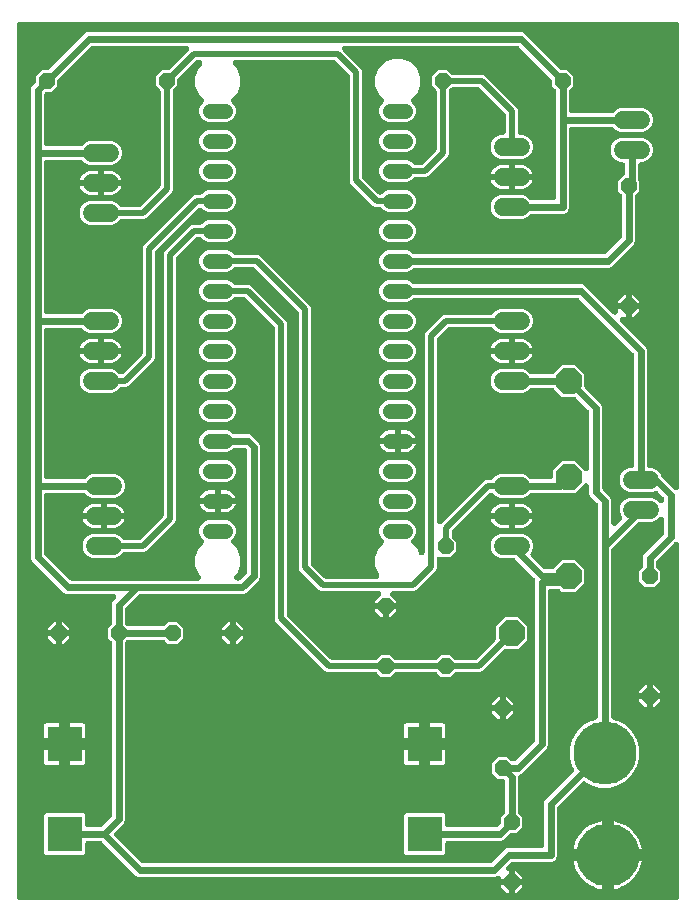
<source format=gbr>
G04 EAGLE Gerber X2 export*
%TF.Part,Single*%
%TF.FileFunction,Copper,L2,Bot,Mixed*%
%TF.FilePolarity,Positive*%
%TF.GenerationSoftware,Autodesk,EAGLE,9.0.0*%
%TF.CreationDate,2022-05-13T19:47:05Z*%
G75*
%MOMM*%
%FSLAX34Y34*%
%LPD*%
%AMOC8*
5,1,8,0,0,1.08239X$1,22.5*%
G01*
%ADD10C,1.524000*%
%ADD11C,1.308000*%
%ADD12P,1.429621X8X112.500000*%
%ADD13C,5.334000*%
%ADD14P,1.429621X8X22.500000*%
%ADD15P,2.336880X8X22.500000*%
%ADD16R,3.000000X3.000000*%
%ADD17P,1.429621X8X202.500000*%
%ADD18P,1.429621X8X292.500000*%
%ADD19C,0.609600*%
%ADD20C,0.508000*%

G36*
X568795Y10164D02*
X568795Y10164D01*
X568829Y10162D01*
X569018Y10184D01*
X569209Y10201D01*
X569242Y10210D01*
X569276Y10214D01*
X569459Y10269D01*
X569643Y10319D01*
X569674Y10334D01*
X569707Y10344D01*
X569878Y10431D01*
X570050Y10513D01*
X570078Y10533D01*
X570109Y10548D01*
X570261Y10664D01*
X570416Y10775D01*
X570440Y10800D01*
X570467Y10820D01*
X570596Y10960D01*
X570730Y11097D01*
X570749Y11126D01*
X570773Y11152D01*
X570875Y11313D01*
X570982Y11470D01*
X570996Y11502D01*
X571014Y11531D01*
X571087Y11708D01*
X571164Y11882D01*
X571172Y11916D01*
X571185Y11948D01*
X571225Y12135D01*
X571271Y12320D01*
X571273Y12354D01*
X571280Y12388D01*
X571299Y12700D01*
X571299Y310885D01*
X571288Y311015D01*
X571286Y311145D01*
X571268Y311239D01*
X571259Y311334D01*
X571225Y311459D01*
X571200Y311587D01*
X571166Y311676D01*
X571141Y311768D01*
X571085Y311885D01*
X571038Y312007D01*
X570988Y312089D01*
X570947Y312175D01*
X570872Y312280D01*
X570804Y312392D01*
X570741Y312463D01*
X570685Y312541D01*
X570592Y312632D01*
X570506Y312729D01*
X570431Y312788D01*
X570363Y312855D01*
X570255Y312928D01*
X570153Y313009D01*
X570069Y313054D01*
X569990Y313107D01*
X569871Y313160D01*
X569756Y313221D01*
X569665Y313251D01*
X569578Y313289D01*
X569451Y313320D01*
X569328Y313360D01*
X569233Y313373D01*
X569140Y313396D01*
X569011Y313404D01*
X568882Y313422D01*
X568786Y313418D01*
X568691Y313424D01*
X568562Y313409D01*
X568432Y313403D01*
X568339Y313383D01*
X568244Y313372D01*
X568119Y313334D01*
X567992Y313306D01*
X567904Y313269D01*
X567813Y313241D01*
X567697Y313182D01*
X567577Y313132D01*
X567497Y313080D01*
X567411Y313037D01*
X567308Y312958D01*
X567199Y312888D01*
X567101Y312802D01*
X567053Y312765D01*
X567022Y312732D01*
X566964Y312681D01*
X566689Y312405D01*
X552432Y298149D01*
X552327Y298022D01*
X552215Y297902D01*
X552183Y297850D01*
X552144Y297803D01*
X552062Y297661D01*
X551974Y297522D01*
X551950Y297465D01*
X551920Y297412D01*
X551865Y297258D01*
X551803Y297105D01*
X551790Y297046D01*
X551769Y296988D01*
X551743Y296826D01*
X551708Y296665D01*
X551703Y296588D01*
X551696Y296544D01*
X551697Y296483D01*
X551689Y296353D01*
X551689Y292876D01*
X551703Y292712D01*
X551710Y292547D01*
X551723Y292488D01*
X551729Y292427D01*
X551772Y292268D01*
X551808Y292108D01*
X551831Y292052D01*
X551847Y291993D01*
X551918Y291844D01*
X551981Y291692D01*
X552014Y291641D01*
X552041Y291586D01*
X552136Y291453D01*
X552226Y291314D01*
X552277Y291257D01*
X552303Y291220D01*
X552346Y291177D01*
X552432Y291080D01*
X555245Y288268D01*
X555245Y280692D01*
X549888Y275335D01*
X542312Y275335D01*
X536955Y280692D01*
X536955Y288268D01*
X539768Y291080D01*
X539873Y291206D01*
X539985Y291327D01*
X540017Y291379D01*
X540056Y291425D01*
X540138Y291568D01*
X540226Y291707D01*
X540250Y291763D01*
X540280Y291816D01*
X540335Y291971D01*
X540397Y292124D01*
X540410Y292183D01*
X540431Y292241D01*
X540457Y292403D01*
X540492Y292564D01*
X540497Y292641D01*
X540504Y292685D01*
X540503Y292746D01*
X540511Y292876D01*
X540511Y300832D01*
X541362Y302886D01*
X557548Y319071D01*
X557653Y319198D01*
X557765Y319318D01*
X557797Y319370D01*
X557836Y319417D01*
X557918Y319559D01*
X558006Y319698D01*
X558030Y319755D01*
X558060Y319808D01*
X558115Y319962D01*
X558177Y320115D01*
X558190Y320174D01*
X558211Y320232D01*
X558237Y320394D01*
X558272Y320555D01*
X558277Y320632D01*
X558284Y320676D01*
X558283Y320737D01*
X558291Y320867D01*
X558291Y332052D01*
X558280Y332181D01*
X558278Y332311D01*
X558260Y332405D01*
X558251Y332500D01*
X558217Y332626D01*
X558192Y332753D01*
X558158Y332842D01*
X558133Y332934D01*
X558077Y333052D01*
X558030Y333173D01*
X557980Y333255D01*
X557939Y333341D01*
X557864Y333447D01*
X557796Y333558D01*
X557733Y333629D01*
X557677Y333707D01*
X557584Y333798D01*
X557498Y333895D01*
X557423Y333955D01*
X557355Y334021D01*
X557247Y334094D01*
X557145Y334175D01*
X557061Y334220D01*
X556982Y334273D01*
X556863Y334326D01*
X556748Y334387D01*
X556657Y334417D01*
X556570Y334456D01*
X556443Y334486D01*
X556320Y334526D01*
X556225Y334540D01*
X556132Y334562D01*
X556003Y334570D01*
X555874Y334588D01*
X555778Y334584D01*
X555683Y334590D01*
X555554Y334575D01*
X555424Y334570D01*
X555331Y334549D01*
X555236Y334538D01*
X555111Y334500D01*
X554984Y334472D01*
X554896Y334435D01*
X554805Y334407D01*
X554689Y334348D01*
X554569Y334298D01*
X554489Y334246D01*
X554403Y334203D01*
X554300Y334125D01*
X554191Y334054D01*
X554093Y333968D01*
X554045Y333931D01*
X554014Y333898D01*
X553956Y333847D01*
X551856Y331746D01*
X548121Y330199D01*
X537275Y330199D01*
X537111Y330185D01*
X536947Y330178D01*
X536887Y330165D01*
X536826Y330159D01*
X536667Y330116D01*
X536507Y330080D01*
X536451Y330057D01*
X536392Y330041D01*
X536244Y329970D01*
X536092Y329907D01*
X536040Y329874D01*
X535985Y329847D01*
X535852Y329752D01*
X535713Y329662D01*
X535656Y329611D01*
X535619Y329585D01*
X535577Y329542D01*
X535479Y329456D01*
X514332Y308309D01*
X514227Y308182D01*
X514115Y308062D01*
X514083Y308010D01*
X514044Y307963D01*
X513962Y307821D01*
X513874Y307682D01*
X513850Y307625D01*
X513820Y307572D01*
X513765Y307418D01*
X513703Y307265D01*
X513690Y307206D01*
X513669Y307148D01*
X513643Y306986D01*
X513608Y306825D01*
X513603Y306748D01*
X513596Y306704D01*
X513597Y306643D01*
X513589Y306513D01*
X513589Y165312D01*
X513602Y165160D01*
X513607Y165007D01*
X513622Y164936D01*
X513629Y164864D01*
X513669Y164716D01*
X513701Y164566D01*
X513728Y164499D01*
X513747Y164429D01*
X513813Y164291D01*
X513871Y164149D01*
X513909Y164088D01*
X513941Y164023D01*
X514029Y163899D01*
X514111Y163769D01*
X514160Y163715D01*
X514203Y163657D01*
X514313Y163550D01*
X514416Y163437D01*
X514473Y163393D01*
X514525Y163342D01*
X514652Y163257D01*
X514774Y163164D01*
X514838Y163131D01*
X514898Y163090D01*
X515038Y163028D01*
X515174Y162959D01*
X515263Y162929D01*
X515310Y162908D01*
X515366Y162895D01*
X515471Y162859D01*
X519275Y161840D01*
X525936Y157994D01*
X531374Y152556D01*
X535220Y145895D01*
X537211Y138466D01*
X537211Y130774D01*
X535220Y123345D01*
X531374Y116684D01*
X525936Y111246D01*
X519275Y107400D01*
X511846Y105409D01*
X504154Y105409D01*
X496725Y107400D01*
X491704Y110299D01*
X491565Y110363D01*
X491430Y110435D01*
X491361Y110458D01*
X491296Y110488D01*
X491148Y110527D01*
X491002Y110575D01*
X490930Y110585D01*
X490860Y110603D01*
X490708Y110615D01*
X490556Y110636D01*
X490484Y110633D01*
X490411Y110639D01*
X490259Y110624D01*
X490106Y110618D01*
X490035Y110602D01*
X489963Y110595D01*
X489816Y110553D01*
X489667Y110520D01*
X489600Y110492D01*
X489530Y110472D01*
X489393Y110406D01*
X489251Y110347D01*
X489190Y110307D01*
X489125Y110275D01*
X489002Y110185D01*
X488873Y110102D01*
X488803Y110040D01*
X488761Y110010D01*
X488722Y109969D01*
X488639Y109895D01*
X468612Y89869D01*
X468507Y89742D01*
X468395Y89622D01*
X468363Y89570D01*
X468324Y89523D01*
X468242Y89381D01*
X468154Y89242D01*
X468130Y89185D01*
X468100Y89132D01*
X468045Y88978D01*
X467983Y88825D01*
X467970Y88766D01*
X467949Y88708D01*
X467922Y88545D01*
X467888Y88385D01*
X467883Y88308D01*
X467876Y88264D01*
X467877Y88203D01*
X467869Y88073D01*
X467869Y47148D01*
X467018Y45094D01*
X465446Y43522D01*
X463392Y42671D01*
X430087Y42671D01*
X429923Y42657D01*
X429759Y42650D01*
X429699Y42637D01*
X429638Y42631D01*
X429479Y42588D01*
X429319Y42552D01*
X429263Y42529D01*
X429204Y42513D01*
X429056Y42442D01*
X428904Y42379D01*
X428852Y42346D01*
X428797Y42319D01*
X428663Y42224D01*
X428525Y42134D01*
X428468Y42083D01*
X428431Y42057D01*
X428389Y42014D01*
X428291Y41928D01*
X425243Y38880D01*
X425160Y38780D01*
X425069Y38687D01*
X425015Y38607D01*
X424954Y38534D01*
X424890Y38421D01*
X424817Y38314D01*
X424778Y38226D01*
X424731Y38143D01*
X424687Y38021D01*
X424635Y37902D01*
X424612Y37809D01*
X424580Y37719D01*
X424559Y37591D01*
X424528Y37464D01*
X424522Y37369D01*
X424507Y37275D01*
X424508Y37145D01*
X424500Y37015D01*
X424511Y36920D01*
X424513Y36824D01*
X424537Y36697D01*
X424552Y36568D01*
X424580Y36476D01*
X424598Y36382D01*
X424645Y36261D01*
X424683Y36137D01*
X424726Y36051D01*
X424761Y35962D01*
X424828Y35851D01*
X424887Y35735D01*
X424945Y35659D01*
X424994Y35578D01*
X425081Y35480D01*
X425159Y35377D01*
X425229Y35312D01*
X425293Y35240D01*
X425395Y35160D01*
X425490Y35071D01*
X425571Y35020D01*
X425646Y34961D01*
X425760Y34900D01*
X425870Y34830D01*
X425958Y34793D01*
X426043Y34748D01*
X426166Y34708D01*
X426287Y34659D01*
X426380Y34639D01*
X426471Y34609D01*
X426600Y34591D01*
X426721Y34565D01*
X426721Y27939D01*
X420115Y27939D01*
X420115Y28235D01*
X420108Y28317D01*
X420110Y28400D01*
X420088Y28541D01*
X420075Y28684D01*
X420054Y28763D01*
X420041Y28845D01*
X419995Y28980D01*
X419957Y29118D01*
X419922Y29192D01*
X419895Y29271D01*
X419825Y29396D01*
X419763Y29525D01*
X419716Y29592D01*
X419675Y29664D01*
X419585Y29775D01*
X419501Y29891D01*
X419442Y29948D01*
X419390Y30012D01*
X419281Y30105D01*
X419179Y30205D01*
X419110Y30251D01*
X419048Y30305D01*
X418924Y30377D01*
X418806Y30457D01*
X418730Y30490D01*
X418659Y30532D01*
X418525Y30581D01*
X418394Y30639D01*
X418314Y30659D01*
X418236Y30687D01*
X418095Y30712D01*
X417956Y30746D01*
X417874Y30751D01*
X417793Y30765D01*
X417650Y30765D01*
X417507Y30774D01*
X417425Y30764D01*
X417343Y30764D01*
X417202Y30738D01*
X417060Y30722D01*
X416981Y30698D01*
X416900Y30683D01*
X416666Y30603D01*
X416629Y30591D01*
X416619Y30586D01*
X416604Y30581D01*
X415132Y29971D01*
X113188Y29971D01*
X111134Y30822D01*
X82249Y59708D01*
X82122Y59813D01*
X82002Y59925D01*
X81950Y59957D01*
X81903Y59996D01*
X81761Y60078D01*
X81622Y60166D01*
X81565Y60190D01*
X81512Y60220D01*
X81358Y60275D01*
X81205Y60337D01*
X81146Y60350D01*
X81088Y60371D01*
X80926Y60397D01*
X80765Y60432D01*
X80688Y60437D01*
X80644Y60444D01*
X80583Y60443D01*
X80453Y60451D01*
X70880Y60451D01*
X70845Y60448D01*
X70811Y60450D01*
X70622Y60428D01*
X70431Y60411D01*
X70398Y60402D01*
X70364Y60398D01*
X70181Y60343D01*
X69997Y60293D01*
X69966Y60278D01*
X69933Y60268D01*
X69762Y60181D01*
X69590Y60099D01*
X69562Y60079D01*
X69531Y60064D01*
X69379Y59948D01*
X69224Y59837D01*
X69200Y59812D01*
X69173Y59792D01*
X69044Y59652D01*
X68910Y59515D01*
X68891Y59486D01*
X68867Y59460D01*
X68765Y59299D01*
X68658Y59142D01*
X68644Y59110D01*
X68626Y59081D01*
X68553Y58904D01*
X68476Y58730D01*
X68468Y58696D01*
X68455Y58664D01*
X68415Y58477D01*
X68369Y58292D01*
X68367Y58258D01*
X68360Y58224D01*
X68341Y57912D01*
X68341Y49988D01*
X66852Y48499D01*
X34748Y48499D01*
X33259Y49988D01*
X33259Y82092D01*
X34748Y83581D01*
X66852Y83581D01*
X68341Y82092D01*
X68341Y74168D01*
X68344Y74133D01*
X68342Y74099D01*
X68364Y73910D01*
X68381Y73719D01*
X68390Y73686D01*
X68394Y73652D01*
X68449Y73469D01*
X68499Y73285D01*
X68514Y73254D01*
X68524Y73221D01*
X68611Y73050D01*
X68693Y72878D01*
X68713Y72850D01*
X68728Y72819D01*
X68844Y72667D01*
X68955Y72512D01*
X68980Y72488D01*
X69000Y72461D01*
X69140Y72332D01*
X69277Y72198D01*
X69306Y72179D01*
X69332Y72155D01*
X69493Y72053D01*
X69650Y71946D01*
X69682Y71932D01*
X69711Y71914D01*
X69888Y71841D01*
X70062Y71764D01*
X70096Y71756D01*
X70128Y71743D01*
X70315Y71703D01*
X70500Y71657D01*
X70534Y71655D01*
X70568Y71648D01*
X70880Y71629D01*
X80453Y71629D01*
X80617Y71643D01*
X80781Y71650D01*
X80841Y71663D01*
X80902Y71669D01*
X81061Y71712D01*
X81221Y71748D01*
X81277Y71771D01*
X81336Y71787D01*
X81484Y71858D01*
X81636Y71921D01*
X81688Y71954D01*
X81743Y71981D01*
X81876Y72076D01*
X82015Y72166D01*
X82072Y72217D01*
X82109Y72243D01*
X82151Y72286D01*
X82249Y72372D01*
X90188Y80311D01*
X90293Y80438D01*
X90405Y80558D01*
X90437Y80610D01*
X90476Y80657D01*
X90558Y80799D01*
X90646Y80938D01*
X90670Y80995D01*
X90700Y81048D01*
X90755Y81202D01*
X90817Y81355D01*
X90830Y81414D01*
X90851Y81472D01*
X90877Y81634D01*
X90912Y81795D01*
X90917Y81872D01*
X90924Y81916D01*
X90923Y81977D01*
X90931Y82107D01*
X90931Y227824D01*
X90917Y227988D01*
X90910Y228152D01*
X90897Y228212D01*
X90891Y228273D01*
X90848Y228432D01*
X90812Y228592D01*
X90789Y228648D01*
X90773Y228707D01*
X90702Y228855D01*
X90639Y229007D01*
X90606Y229059D01*
X90579Y229114D01*
X90484Y229247D01*
X90394Y229386D01*
X90343Y229443D01*
X90317Y229480D01*
X90274Y229522D01*
X90188Y229620D01*
X87375Y232432D01*
X87375Y240008D01*
X90188Y242820D01*
X90293Y242946D01*
X90405Y243067D01*
X90437Y243119D01*
X90476Y243166D01*
X90558Y243308D01*
X90646Y243447D01*
X90670Y243504D01*
X90700Y243556D01*
X90755Y243711D01*
X90817Y243864D01*
X90830Y243923D01*
X90851Y243981D01*
X90877Y244143D01*
X90912Y244304D01*
X90917Y244381D01*
X90924Y244425D01*
X90923Y244486D01*
X90931Y244616D01*
X90931Y260954D01*
X91782Y263008D01*
X93933Y265158D01*
X94016Y265258D01*
X94107Y265351D01*
X94160Y265431D01*
X94222Y265504D01*
X94286Y265617D01*
X94359Y265724D01*
X94398Y265812D01*
X94445Y265895D01*
X94489Y266017D01*
X94541Y266136D01*
X94564Y266229D01*
X94596Y266319D01*
X94617Y266447D01*
X94648Y266574D01*
X94654Y266669D01*
X94669Y266763D01*
X94668Y266893D01*
X94676Y267023D01*
X94665Y267118D01*
X94663Y267214D01*
X94639Y267341D01*
X94624Y267470D01*
X94596Y267562D01*
X94578Y267656D01*
X94531Y267777D01*
X94493Y267901D01*
X94450Y267987D01*
X94415Y268076D01*
X94348Y268187D01*
X94289Y268303D01*
X94231Y268379D01*
X94182Y268460D01*
X94095Y268558D01*
X94017Y268661D01*
X93947Y268726D01*
X93883Y268798D01*
X93781Y268878D01*
X93686Y268967D01*
X93605Y269018D01*
X93530Y269077D01*
X93416Y269138D01*
X93306Y269208D01*
X93218Y269245D01*
X93133Y269290D01*
X93010Y269330D01*
X92889Y269379D01*
X92796Y269399D01*
X92705Y269429D01*
X92576Y269447D01*
X92449Y269474D01*
X92320Y269482D01*
X92259Y269490D01*
X92214Y269489D01*
X92137Y269493D01*
X52228Y269493D01*
X50174Y270344D01*
X23202Y297316D01*
X22351Y299370D01*
X22351Y697072D01*
X23202Y699126D01*
X25672Y701595D01*
X25757Y701698D01*
X25831Y701773D01*
X25847Y701797D01*
X25889Y701842D01*
X25921Y701894D01*
X25960Y701941D01*
X26042Y702083D01*
X26069Y702126D01*
X26083Y702146D01*
X26085Y702150D01*
X26130Y702222D01*
X26154Y702279D01*
X26184Y702332D01*
X26239Y702486D01*
X26301Y702639D01*
X26314Y702698D01*
X26335Y702756D01*
X26361Y702918D01*
X26396Y703079D01*
X26401Y703156D01*
X26408Y703200D01*
X26407Y703261D01*
X26415Y703391D01*
X26415Y707368D01*
X31772Y712725D01*
X35749Y712725D01*
X35913Y712739D01*
X36077Y712746D01*
X36137Y712759D01*
X36198Y712765D01*
X36357Y712808D01*
X36517Y712844D01*
X36573Y712867D01*
X36632Y712883D01*
X36780Y712954D01*
X36932Y713017D01*
X36984Y713050D01*
X37039Y713077D01*
X37172Y713172D01*
X37311Y713262D01*
X37368Y713313D01*
X37405Y713339D01*
X37447Y713382D01*
X37545Y713468D01*
X67954Y743878D01*
X70008Y744729D01*
X437992Y744729D01*
X440046Y743878D01*
X470455Y713468D01*
X470582Y713363D01*
X470702Y713251D01*
X470754Y713219D01*
X470801Y713180D01*
X470943Y713098D01*
X471082Y713010D01*
X471139Y712986D01*
X471192Y712956D01*
X471346Y712901D01*
X471499Y712839D01*
X471558Y712826D01*
X471616Y712805D01*
X471778Y712779D01*
X471939Y712744D01*
X472016Y712739D01*
X472060Y712732D01*
X472121Y712733D01*
X472251Y712725D01*
X476228Y712725D01*
X481585Y707368D01*
X481585Y699792D01*
X478772Y696980D01*
X478667Y696854D01*
X478555Y696733D01*
X478523Y696681D01*
X478484Y696635D01*
X478402Y696492D01*
X478314Y696353D01*
X478290Y696297D01*
X478260Y696244D01*
X478205Y696089D01*
X478143Y695936D01*
X478130Y695877D01*
X478109Y695819D01*
X478083Y695657D01*
X478048Y695496D01*
X478043Y695419D01*
X478036Y695375D01*
X478037Y695314D01*
X478029Y695184D01*
X478029Y678688D01*
X478032Y678653D01*
X478030Y678619D01*
X478052Y678430D01*
X478069Y678239D01*
X478078Y678206D01*
X478082Y678172D01*
X478137Y677989D01*
X478187Y677805D01*
X478202Y677774D01*
X478212Y677741D01*
X478299Y677570D01*
X478381Y677398D01*
X478401Y677370D01*
X478416Y677339D01*
X478532Y677187D01*
X478643Y677032D01*
X478668Y677008D01*
X478688Y676981D01*
X478828Y676852D01*
X478965Y676718D01*
X478994Y676699D01*
X479020Y676675D01*
X479181Y676573D01*
X479338Y676466D01*
X479370Y676452D01*
X479399Y676434D01*
X479576Y676361D01*
X479750Y676284D01*
X479784Y676276D01*
X479816Y676263D01*
X480003Y676223D01*
X480188Y676177D01*
X480222Y676175D01*
X480256Y676168D01*
X480568Y676149D01*
X513408Y676149D01*
X513571Y676163D01*
X513736Y676170D01*
X513795Y676183D01*
X513856Y676189D01*
X514015Y676232D01*
X514175Y676268D01*
X514232Y676291D01*
X514290Y676307D01*
X514439Y676378D01*
X514591Y676441D01*
X514642Y676474D01*
X514697Y676501D01*
X514831Y676596D01*
X514969Y676686D01*
X515027Y676737D01*
X515063Y676763D01*
X515106Y676806D01*
X515203Y676892D01*
X517484Y679174D01*
X521219Y680721D01*
X540501Y680721D01*
X544236Y679174D01*
X547094Y676316D01*
X548641Y672581D01*
X548641Y668539D01*
X547094Y664804D01*
X544236Y661946D01*
X540501Y660399D01*
X521219Y660399D01*
X517484Y661946D01*
X515203Y664228D01*
X515077Y664333D01*
X514956Y664445D01*
X514904Y664477D01*
X514858Y664516D01*
X514715Y664598D01*
X514576Y664686D01*
X514520Y664710D01*
X514467Y664740D01*
X514312Y664795D01*
X514160Y664857D01*
X514100Y664870D01*
X514042Y664891D01*
X513880Y664917D01*
X513719Y664952D01*
X513642Y664957D01*
X513598Y664964D01*
X513538Y664963D01*
X513408Y664971D01*
X480568Y664971D01*
X480533Y664968D01*
X480499Y664970D01*
X480310Y664948D01*
X480119Y664931D01*
X480086Y664922D01*
X480052Y664918D01*
X479869Y664863D01*
X479685Y664813D01*
X479654Y664798D01*
X479621Y664788D01*
X479450Y664701D01*
X479278Y664619D01*
X479250Y664599D01*
X479219Y664584D01*
X479067Y664468D01*
X478912Y664357D01*
X478888Y664332D01*
X478861Y664312D01*
X478732Y664172D01*
X478598Y664035D01*
X478579Y664006D01*
X478555Y663980D01*
X478453Y663819D01*
X478346Y663662D01*
X478332Y663630D01*
X478314Y663601D01*
X478241Y663424D01*
X478164Y663250D01*
X478156Y663216D01*
X478143Y663184D01*
X478103Y662997D01*
X478057Y662812D01*
X478055Y662778D01*
X478048Y662744D01*
X478029Y662432D01*
X478029Y595788D01*
X477178Y593734D01*
X475606Y592162D01*
X473552Y591311D01*
X446712Y591311D01*
X446549Y591297D01*
X446384Y591290D01*
X446325Y591277D01*
X446264Y591271D01*
X446105Y591228D01*
X445945Y591192D01*
X445888Y591169D01*
X445830Y591153D01*
X445681Y591082D01*
X445529Y591019D01*
X445478Y590986D01*
X445423Y590959D01*
X445289Y590864D01*
X445151Y590774D01*
X445093Y590723D01*
X445057Y590697D01*
X445014Y590654D01*
X444917Y590568D01*
X442636Y588286D01*
X438901Y586739D01*
X419619Y586739D01*
X415884Y588286D01*
X413026Y591144D01*
X411479Y594879D01*
X411479Y598921D01*
X413026Y602656D01*
X415884Y605514D01*
X419619Y607061D01*
X438901Y607061D01*
X442636Y605514D01*
X444917Y603232D01*
X445043Y603127D01*
X445164Y603015D01*
X445216Y602983D01*
X445262Y602944D01*
X445405Y602862D01*
X445544Y602774D01*
X445600Y602750D01*
X445653Y602720D01*
X445808Y602665D01*
X445960Y602603D01*
X446020Y602590D01*
X446078Y602569D01*
X446240Y602543D01*
X446401Y602508D01*
X446478Y602503D01*
X446522Y602496D01*
X446582Y602497D01*
X446712Y602489D01*
X464312Y602489D01*
X464347Y602492D01*
X464381Y602490D01*
X464570Y602512D01*
X464761Y602529D01*
X464794Y602538D01*
X464828Y602542D01*
X465011Y602597D01*
X465195Y602647D01*
X465226Y602662D01*
X465259Y602672D01*
X465430Y602759D01*
X465602Y602841D01*
X465630Y602861D01*
X465661Y602876D01*
X465813Y602992D01*
X465968Y603103D01*
X465992Y603128D01*
X466019Y603148D01*
X466148Y603288D01*
X466282Y603425D01*
X466301Y603454D01*
X466325Y603480D01*
X466427Y603641D01*
X466534Y603798D01*
X466548Y603830D01*
X466566Y603859D01*
X466639Y604036D01*
X466716Y604210D01*
X466724Y604244D01*
X466737Y604276D01*
X466777Y604463D01*
X466823Y604648D01*
X466825Y604682D01*
X466832Y604716D01*
X466851Y605028D01*
X466851Y695184D01*
X466837Y695348D01*
X466830Y695513D01*
X466817Y695572D01*
X466811Y695633D01*
X466768Y695792D01*
X466732Y695952D01*
X466709Y696008D01*
X466693Y696067D01*
X466622Y696216D01*
X466559Y696368D01*
X466526Y696419D01*
X466499Y696474D01*
X466404Y696607D01*
X466314Y696746D01*
X466263Y696803D01*
X466237Y696840D01*
X466194Y696883D01*
X466108Y696980D01*
X463295Y699792D01*
X463295Y703769D01*
X463281Y703933D01*
X463274Y704097D01*
X463261Y704157D01*
X463255Y704218D01*
X463212Y704377D01*
X463176Y704537D01*
X463153Y704593D01*
X463137Y704652D01*
X463066Y704800D01*
X463003Y704952D01*
X462970Y705004D01*
X462943Y705059D01*
X462848Y705192D01*
X462758Y705331D01*
X462707Y705388D01*
X462681Y705425D01*
X462638Y705467D01*
X462552Y705565D01*
X435309Y732808D01*
X435182Y732913D01*
X435062Y733025D01*
X435010Y733057D01*
X434963Y733096D01*
X434821Y733178D01*
X434682Y733266D01*
X434625Y733290D01*
X434572Y733320D01*
X434418Y733375D01*
X434265Y733437D01*
X434206Y733450D01*
X434148Y733471D01*
X433986Y733497D01*
X433825Y733532D01*
X433748Y733537D01*
X433704Y733544D01*
X433643Y733543D01*
X433513Y733551D01*
X288144Y733551D01*
X288015Y733540D01*
X287885Y733538D01*
X287791Y733520D01*
X287696Y733511D01*
X287570Y733477D01*
X287443Y733452D01*
X287353Y733418D01*
X287261Y733393D01*
X287144Y733337D01*
X287023Y733290D01*
X286941Y733240D01*
X286855Y733199D01*
X286749Y733124D01*
X286638Y733056D01*
X286566Y732993D01*
X286489Y732937D01*
X286398Y732844D01*
X286300Y732758D01*
X286241Y732683D01*
X286175Y732615D01*
X286102Y732507D01*
X286021Y732405D01*
X285976Y732321D01*
X285923Y732242D01*
X285870Y732123D01*
X285808Y732008D01*
X285779Y731917D01*
X285740Y731830D01*
X285709Y731703D01*
X285669Y731580D01*
X285656Y731485D01*
X285634Y731392D01*
X285626Y731263D01*
X285608Y731134D01*
X285612Y731038D01*
X285606Y730943D01*
X285621Y730814D01*
X285626Y730684D01*
X285647Y730591D01*
X285658Y730496D01*
X285696Y730371D01*
X285724Y730244D01*
X285761Y730156D01*
X285788Y730065D01*
X285847Y729949D01*
X285898Y729829D01*
X285949Y729749D01*
X285993Y729663D01*
X286071Y729560D01*
X286142Y729451D01*
X286228Y729353D01*
X286265Y729305D01*
X286298Y729274D01*
X286349Y729216D01*
X286604Y728961D01*
X301487Y714078D01*
X302261Y712211D01*
X302261Y622916D01*
X302275Y622753D01*
X302282Y622588D01*
X302295Y622529D01*
X302301Y622468D01*
X302344Y622309D01*
X302380Y622149D01*
X302403Y622092D01*
X302419Y622033D01*
X302490Y621885D01*
X302553Y621733D01*
X302586Y621682D01*
X302613Y621627D01*
X302708Y621493D01*
X302798Y621355D01*
X302849Y621297D01*
X302875Y621261D01*
X302918Y621218D01*
X303004Y621121D01*
X315956Y608169D01*
X315983Y608147D01*
X316006Y608121D01*
X316155Y608003D01*
X316301Y607880D01*
X316331Y607863D01*
X316359Y607842D01*
X316527Y607752D01*
X316692Y607657D01*
X316725Y607645D01*
X316756Y607629D01*
X316936Y607570D01*
X317117Y607506D01*
X317151Y607500D01*
X317184Y607490D01*
X317372Y607464D01*
X317561Y607433D01*
X317596Y607433D01*
X317630Y607428D01*
X317820Y607436D01*
X318011Y607439D01*
X318045Y607445D01*
X318080Y607447D01*
X318266Y607488D01*
X318453Y607524D01*
X318486Y607537D01*
X318519Y607544D01*
X318695Y607618D01*
X318873Y607687D01*
X318903Y607705D01*
X318935Y607718D01*
X319094Y607821D01*
X319258Y607920D01*
X319284Y607943D01*
X319313Y607962D01*
X319547Y608169D01*
X321056Y609678D01*
X324394Y611061D01*
X341086Y611061D01*
X344424Y609678D01*
X346978Y607124D01*
X348361Y603786D01*
X348361Y600174D01*
X346978Y596836D01*
X344424Y594282D01*
X341086Y592899D01*
X324394Y592899D01*
X321056Y594282D01*
X319182Y596156D01*
X319056Y596261D01*
X318935Y596373D01*
X318884Y596405D01*
X318837Y596444D01*
X318694Y596526D01*
X318556Y596614D01*
X318499Y596638D01*
X318446Y596668D01*
X318291Y596723D01*
X318139Y596785D01*
X318079Y596798D01*
X318022Y596819D01*
X317860Y596845D01*
X317699Y596880D01*
X317622Y596885D01*
X317578Y596892D01*
X317517Y596891D01*
X317387Y596899D01*
X313949Y596899D01*
X312082Y597673D01*
X292873Y616882D01*
X292099Y618749D01*
X292099Y708044D01*
X292085Y708207D01*
X292078Y708372D01*
X292065Y708431D01*
X292059Y708492D01*
X292016Y708651D01*
X291980Y708811D01*
X291957Y708868D01*
X291941Y708927D01*
X291870Y709075D01*
X291807Y709227D01*
X291774Y709278D01*
X291747Y709333D01*
X291652Y709467D01*
X291562Y709605D01*
X291511Y709663D01*
X291485Y709699D01*
X291442Y709742D01*
X291356Y709839D01*
X280579Y720616D01*
X280453Y720721D01*
X280332Y720833D01*
X280281Y720865D01*
X280234Y720904D01*
X280091Y720986D01*
X279952Y721074D01*
X279896Y721098D01*
X279843Y721128D01*
X279688Y721183D01*
X279536Y721245D01*
X279476Y721258D01*
X279419Y721279D01*
X279256Y721305D01*
X279096Y721340D01*
X279019Y721345D01*
X278974Y721352D01*
X278913Y721351D01*
X278784Y721359D01*
X195633Y721359D01*
X195503Y721348D01*
X195373Y721346D01*
X195280Y721328D01*
X195184Y721319D01*
X195059Y721285D01*
X194931Y721260D01*
X194842Y721226D01*
X194750Y721201D01*
X194633Y721145D01*
X194511Y721098D01*
X194429Y721048D01*
X194343Y721007D01*
X194238Y720932D01*
X194126Y720864D01*
X194055Y720801D01*
X193977Y720745D01*
X193887Y720652D01*
X193789Y720566D01*
X193730Y720491D01*
X193663Y720423D01*
X193590Y720315D01*
X193510Y720213D01*
X193465Y720129D01*
X193411Y720050D01*
X193358Y719931D01*
X193297Y719816D01*
X193268Y719725D01*
X193229Y719638D01*
X193198Y719511D01*
X193158Y719388D01*
X193145Y719293D01*
X193122Y719200D01*
X193114Y719071D01*
X193096Y718942D01*
X193100Y718846D01*
X193095Y718751D01*
X193110Y718622D01*
X193115Y718492D01*
X193136Y718399D01*
X193147Y718304D01*
X193184Y718179D01*
X193212Y718052D01*
X193249Y717964D01*
X193277Y717873D01*
X193336Y717757D01*
X193386Y717637D01*
X193438Y717557D01*
X193481Y717471D01*
X193560Y717368D01*
X193630Y717259D01*
X193716Y717161D01*
X193753Y717113D01*
X193786Y717082D01*
X193837Y717024D01*
X196490Y714371D01*
X199391Y707369D01*
X199391Y699791D01*
X196490Y692789D01*
X192597Y688896D01*
X192575Y688869D01*
X192549Y688846D01*
X192430Y688696D01*
X192309Y688550D01*
X192291Y688520D01*
X192270Y688493D01*
X192180Y688325D01*
X192085Y688159D01*
X192074Y688127D01*
X192057Y688096D01*
X191998Y687915D01*
X191934Y687735D01*
X191929Y687701D01*
X191918Y687668D01*
X191892Y687479D01*
X191861Y687291D01*
X191861Y687256D01*
X191857Y687222D01*
X191864Y687031D01*
X191867Y686841D01*
X191874Y686807D01*
X191875Y686772D01*
X191916Y686586D01*
X191953Y686399D01*
X191965Y686366D01*
X191973Y686332D01*
X192046Y686157D01*
X192115Y685979D01*
X192133Y685949D01*
X192146Y685917D01*
X192250Y685757D01*
X192349Y685594D01*
X192372Y685568D01*
X192391Y685539D01*
X192597Y685305D01*
X194578Y683324D01*
X195961Y679986D01*
X195961Y676374D01*
X194578Y673036D01*
X192024Y670482D01*
X188686Y669099D01*
X171994Y669099D01*
X168656Y670482D01*
X166102Y673036D01*
X164719Y676374D01*
X164719Y679986D01*
X166102Y683324D01*
X168083Y685305D01*
X168105Y685331D01*
X168131Y685354D01*
X168249Y685504D01*
X168371Y685650D01*
X168389Y685680D01*
X168410Y685707D01*
X168500Y685875D01*
X168595Y686041D01*
X168606Y686074D01*
X168623Y686104D01*
X168682Y686285D01*
X168746Y686465D01*
X168751Y686499D01*
X168762Y686532D01*
X168788Y686721D01*
X168819Y686909D01*
X168819Y686944D01*
X168823Y686978D01*
X168816Y687169D01*
X168813Y687360D01*
X168806Y687394D01*
X168805Y687428D01*
X168764Y687615D01*
X168727Y687802D01*
X168715Y687834D01*
X168707Y687868D01*
X168634Y688044D01*
X168565Y688222D01*
X168547Y688251D01*
X168534Y688283D01*
X168430Y688443D01*
X168331Y688606D01*
X168308Y688632D01*
X168289Y688662D01*
X168083Y688896D01*
X164190Y692789D01*
X161289Y699791D01*
X161289Y707369D01*
X164190Y714371D01*
X166843Y717024D01*
X166926Y717124D01*
X167017Y717217D01*
X167070Y717297D01*
X167132Y717370D01*
X167196Y717483D01*
X167269Y717590D01*
X167308Y717678D01*
X167355Y717761D01*
X167398Y717883D01*
X167451Y718002D01*
X167474Y718095D01*
X167506Y718185D01*
X167527Y718313D01*
X167558Y718440D01*
X167564Y718535D01*
X167579Y718629D01*
X167577Y718759D01*
X167585Y718889D01*
X167574Y718984D01*
X167573Y719080D01*
X167548Y719207D01*
X167533Y719336D01*
X167506Y719428D01*
X167488Y719522D01*
X167441Y719643D01*
X167403Y719767D01*
X167360Y719853D01*
X167325Y719942D01*
X167258Y720053D01*
X167199Y720169D01*
X167141Y720245D01*
X167091Y720326D01*
X167005Y720424D01*
X166927Y720527D01*
X166857Y720592D01*
X166793Y720664D01*
X166691Y720744D01*
X166596Y720833D01*
X166515Y720884D01*
X166440Y720943D01*
X166326Y721004D01*
X166216Y721074D01*
X166127Y721111D01*
X166043Y721156D01*
X165920Y721196D01*
X165799Y721245D01*
X165706Y721265D01*
X165615Y721295D01*
X165486Y721313D01*
X165359Y721340D01*
X165229Y721348D01*
X165169Y721356D01*
X165124Y721355D01*
X165047Y721359D01*
X163176Y721359D01*
X163013Y721345D01*
X162848Y721338D01*
X162789Y721325D01*
X162728Y721319D01*
X162569Y721276D01*
X162409Y721240D01*
X162352Y721217D01*
X162293Y721201D01*
X162145Y721130D01*
X161993Y721067D01*
X161942Y721034D01*
X161887Y721007D01*
X161753Y720912D01*
X161615Y720822D01*
X161557Y720771D01*
X161521Y720745D01*
X161478Y720702D01*
X161381Y720616D01*
X147048Y706283D01*
X146943Y706157D01*
X146831Y706036D01*
X146799Y705985D01*
X146760Y705938D01*
X146678Y705795D01*
X146590Y705656D01*
X146566Y705600D01*
X146536Y705547D01*
X146481Y705392D01*
X146419Y705240D01*
X146406Y705180D01*
X146385Y705123D01*
X146359Y704960D01*
X146324Y704800D01*
X146319Y704723D01*
X146312Y704678D01*
X146313Y704617D01*
X146305Y704488D01*
X146305Y699792D01*
X142984Y696472D01*
X142879Y696346D01*
X142767Y696225D01*
X142735Y696173D01*
X142696Y696126D01*
X142614Y695984D01*
X142526Y695845D01*
X142502Y695788D01*
X142472Y695736D01*
X142417Y695581D01*
X142355Y695428D01*
X142342Y695369D01*
X142321Y695311D01*
X142295Y695149D01*
X142260Y694988D01*
X142255Y694911D01*
X142248Y694867D01*
X142249Y694806D01*
X142241Y694676D01*
X142241Y611129D01*
X141467Y609262D01*
X119718Y587513D01*
X117851Y586739D01*
X99240Y586739D01*
X99077Y586725D01*
X98912Y586718D01*
X98853Y586705D01*
X98792Y586699D01*
X98633Y586656D01*
X98473Y586620D01*
X98416Y586597D01*
X98358Y586581D01*
X98209Y586510D01*
X98057Y586447D01*
X98006Y586414D01*
X97951Y586387D01*
X97817Y586292D01*
X97679Y586202D01*
X97621Y586151D01*
X97585Y586125D01*
X97542Y586082D01*
X97445Y585996D01*
X94656Y583206D01*
X90921Y581659D01*
X71639Y581659D01*
X67904Y583206D01*
X65046Y586064D01*
X63499Y589799D01*
X63499Y593841D01*
X65046Y597576D01*
X67904Y600434D01*
X71639Y601981D01*
X90921Y601981D01*
X94656Y600434D01*
X97445Y597644D01*
X97571Y597539D01*
X97692Y597427D01*
X97744Y597395D01*
X97790Y597356D01*
X97933Y597274D01*
X98072Y597186D01*
X98128Y597162D01*
X98181Y597132D01*
X98336Y597077D01*
X98488Y597015D01*
X98548Y597002D01*
X98606Y596981D01*
X98768Y596955D01*
X98929Y596920D01*
X99006Y596915D01*
X99050Y596908D01*
X99110Y596909D01*
X99240Y596901D01*
X113684Y596901D01*
X113847Y596915D01*
X114012Y596922D01*
X114071Y596935D01*
X114132Y596941D01*
X114291Y596984D01*
X114451Y597020D01*
X114508Y597043D01*
X114567Y597059D01*
X114715Y597130D01*
X114867Y597193D01*
X114918Y597226D01*
X114973Y597253D01*
X115107Y597348D01*
X115245Y597438D01*
X115303Y597489D01*
X115339Y597515D01*
X115382Y597558D01*
X115479Y597644D01*
X131336Y613501D01*
X131441Y613627D01*
X131553Y613748D01*
X131585Y613799D01*
X131624Y613846D01*
X131706Y613989D01*
X131794Y614128D01*
X131818Y614184D01*
X131848Y614237D01*
X131903Y614392D01*
X131965Y614544D01*
X131978Y614604D01*
X131999Y614661D01*
X132025Y614824D01*
X132060Y614984D01*
X132065Y615061D01*
X132072Y615106D01*
X132071Y615167D01*
X132079Y615296D01*
X132079Y694676D01*
X132065Y694840D01*
X132058Y695004D01*
X132045Y695064D01*
X132039Y695125D01*
X131996Y695284D01*
X131960Y695444D01*
X131937Y695500D01*
X131921Y695559D01*
X131850Y695707D01*
X131787Y695859D01*
X131754Y695911D01*
X131727Y695966D01*
X131632Y696099D01*
X131542Y696238D01*
X131491Y696295D01*
X131465Y696332D01*
X131422Y696374D01*
X131336Y696472D01*
X128015Y699792D01*
X128015Y707368D01*
X133372Y712725D01*
X138068Y712725D01*
X138231Y712739D01*
X138396Y712746D01*
X138455Y712759D01*
X138516Y712765D01*
X138675Y712808D01*
X138835Y712844D01*
X138892Y712867D01*
X138951Y712883D01*
X139099Y712954D01*
X139251Y713017D01*
X139302Y713050D01*
X139357Y713077D01*
X139491Y713172D01*
X139629Y713262D01*
X139687Y713313D01*
X139723Y713339D01*
X139766Y713382D01*
X139863Y713468D01*
X155611Y729216D01*
X155695Y729316D01*
X155785Y729409D01*
X155839Y729489D01*
X155900Y729562D01*
X155965Y729675D01*
X156037Y729782D01*
X156076Y729870D01*
X156124Y729953D01*
X156167Y730075D01*
X156220Y730194D01*
X156242Y730287D01*
X156274Y730377D01*
X156296Y730506D01*
X156326Y730632D01*
X156332Y730727D01*
X156348Y730821D01*
X156346Y730952D01*
X156354Y731081D01*
X156343Y731176D01*
X156342Y731272D01*
X156317Y731399D01*
X156302Y731528D01*
X156274Y731620D01*
X156256Y731714D01*
X156209Y731834D01*
X156172Y731959D01*
X156128Y732044D01*
X156094Y732134D01*
X156026Y732245D01*
X155967Y732361D01*
X155910Y732437D01*
X155860Y732518D01*
X155774Y732616D01*
X155695Y732719D01*
X155625Y732784D01*
X155562Y732856D01*
X155460Y732936D01*
X155364Y733025D01*
X155284Y733076D01*
X155209Y733135D01*
X155094Y733196D01*
X154984Y733266D01*
X154896Y733303D01*
X154812Y733348D01*
X154688Y733388D01*
X154568Y733437D01*
X154474Y733457D01*
X154384Y733487D01*
X154255Y733505D01*
X154128Y733532D01*
X153998Y733540D01*
X153937Y733548D01*
X153893Y733547D01*
X153816Y733551D01*
X74487Y733551D01*
X74323Y733537D01*
X74159Y733530D01*
X74099Y733517D01*
X74038Y733511D01*
X73879Y733468D01*
X73719Y733432D01*
X73663Y733409D01*
X73604Y733393D01*
X73456Y733322D01*
X73304Y733259D01*
X73252Y733226D01*
X73197Y733199D01*
X73064Y733104D01*
X72925Y733014D01*
X72868Y732963D01*
X72831Y732937D01*
X72789Y732894D01*
X72691Y732808D01*
X45448Y705565D01*
X45343Y705438D01*
X45231Y705318D01*
X45199Y705266D01*
X45160Y705219D01*
X45078Y705077D01*
X44990Y704938D01*
X44966Y704881D01*
X44936Y704828D01*
X44881Y704674D01*
X44819Y704521D01*
X44806Y704462D01*
X44785Y704404D01*
X44759Y704242D01*
X44724Y704081D01*
X44719Y704004D01*
X44712Y703960D01*
X44713Y703899D01*
X44705Y703769D01*
X44705Y699792D01*
X39348Y694435D01*
X36068Y694435D01*
X36033Y694432D01*
X35999Y694434D01*
X35810Y694412D01*
X35619Y694395D01*
X35586Y694386D01*
X35552Y694382D01*
X35369Y694327D01*
X35185Y694277D01*
X35154Y694262D01*
X35121Y694252D01*
X34950Y694165D01*
X34778Y694083D01*
X34750Y694063D01*
X34719Y694048D01*
X34567Y693932D01*
X34412Y693821D01*
X34388Y693796D01*
X34361Y693776D01*
X34232Y693636D01*
X34098Y693499D01*
X34079Y693470D01*
X34055Y693444D01*
X33953Y693283D01*
X33846Y693126D01*
X33832Y693094D01*
X33814Y693065D01*
X33741Y692888D01*
X33664Y692714D01*
X33656Y692680D01*
X33643Y692648D01*
X33603Y692461D01*
X33557Y692276D01*
X33555Y692242D01*
X33548Y692208D01*
X33529Y691896D01*
X33529Y650748D01*
X33532Y650713D01*
X33530Y650679D01*
X33552Y650490D01*
X33569Y650299D01*
X33578Y650266D01*
X33582Y650232D01*
X33637Y650049D01*
X33687Y649865D01*
X33702Y649834D01*
X33712Y649801D01*
X33799Y649630D01*
X33881Y649458D01*
X33901Y649430D01*
X33916Y649399D01*
X34032Y649247D01*
X34143Y649092D01*
X34168Y649068D01*
X34188Y649041D01*
X34328Y648912D01*
X34465Y648778D01*
X34494Y648759D01*
X34520Y648735D01*
X34681Y648633D01*
X34838Y648526D01*
X34870Y648512D01*
X34899Y648494D01*
X35076Y648421D01*
X35250Y648344D01*
X35284Y648336D01*
X35316Y648323D01*
X35503Y648283D01*
X35688Y648237D01*
X35722Y648235D01*
X35756Y648228D01*
X36068Y648209D01*
X63828Y648209D01*
X63991Y648223D01*
X64156Y648230D01*
X64215Y648243D01*
X64276Y648249D01*
X64435Y648292D01*
X64595Y648328D01*
X64652Y648351D01*
X64710Y648367D01*
X64859Y648438D01*
X65011Y648501D01*
X65062Y648534D01*
X65117Y648561D01*
X65251Y648656D01*
X65389Y648746D01*
X65447Y648797D01*
X65483Y648823D01*
X65526Y648866D01*
X65623Y648952D01*
X67904Y651234D01*
X71639Y652781D01*
X90921Y652781D01*
X94656Y651234D01*
X97514Y648376D01*
X99061Y644641D01*
X99061Y640599D01*
X97514Y636864D01*
X94656Y634006D01*
X90921Y632459D01*
X71639Y632459D01*
X67904Y634006D01*
X65623Y636288D01*
X65497Y636393D01*
X65376Y636505D01*
X65324Y636537D01*
X65278Y636576D01*
X65135Y636658D01*
X64996Y636746D01*
X64940Y636770D01*
X64887Y636800D01*
X64732Y636855D01*
X64580Y636917D01*
X64520Y636930D01*
X64462Y636951D01*
X64300Y636977D01*
X64139Y637012D01*
X64062Y637017D01*
X64018Y637024D01*
X63958Y637023D01*
X63828Y637031D01*
X36068Y637031D01*
X36033Y637028D01*
X35999Y637030D01*
X35810Y637008D01*
X35619Y636991D01*
X35586Y636982D01*
X35552Y636978D01*
X35369Y636923D01*
X35185Y636873D01*
X35154Y636858D01*
X35121Y636848D01*
X34950Y636761D01*
X34778Y636679D01*
X34750Y636659D01*
X34719Y636644D01*
X34567Y636528D01*
X34412Y636417D01*
X34388Y636392D01*
X34361Y636372D01*
X34232Y636232D01*
X34098Y636095D01*
X34079Y636066D01*
X34055Y636040D01*
X33953Y635879D01*
X33846Y635722D01*
X33832Y635690D01*
X33814Y635661D01*
X33741Y635484D01*
X33664Y635310D01*
X33656Y635276D01*
X33643Y635244D01*
X33603Y635057D01*
X33557Y634872D01*
X33555Y634838D01*
X33548Y634804D01*
X33529Y634492D01*
X33529Y508508D01*
X33532Y508473D01*
X33530Y508439D01*
X33552Y508250D01*
X33569Y508059D01*
X33578Y508026D01*
X33582Y507992D01*
X33637Y507809D01*
X33687Y507625D01*
X33702Y507594D01*
X33712Y507561D01*
X33799Y507390D01*
X33881Y507218D01*
X33901Y507190D01*
X33916Y507159D01*
X34032Y507007D01*
X34143Y506852D01*
X34168Y506828D01*
X34188Y506801D01*
X34328Y506672D01*
X34465Y506538D01*
X34494Y506519D01*
X34520Y506495D01*
X34681Y506393D01*
X34838Y506286D01*
X34870Y506272D01*
X34899Y506254D01*
X35076Y506181D01*
X35250Y506104D01*
X35284Y506096D01*
X35316Y506083D01*
X35503Y506043D01*
X35688Y505997D01*
X35722Y505995D01*
X35756Y505988D01*
X36068Y505969D01*
X63827Y505969D01*
X63991Y505983D01*
X64156Y505990D01*
X64215Y506003D01*
X64276Y506009D01*
X64435Y506052D01*
X64595Y506088D01*
X64652Y506111D01*
X64710Y506127D01*
X64858Y506198D01*
X65011Y506261D01*
X65062Y506294D01*
X65117Y506321D01*
X65250Y506416D01*
X65389Y506506D01*
X65447Y506557D01*
X65483Y506583D01*
X65526Y506626D01*
X65623Y506712D01*
X67904Y508994D01*
X71639Y510541D01*
X90921Y510541D01*
X94656Y508994D01*
X97514Y506136D01*
X99061Y502401D01*
X99061Y498359D01*
X97514Y494624D01*
X94656Y491766D01*
X90921Y490219D01*
X71639Y490219D01*
X67904Y491766D01*
X65623Y494048D01*
X65497Y494153D01*
X65376Y494265D01*
X65324Y494297D01*
X65278Y494336D01*
X65135Y494418D01*
X64996Y494506D01*
X64940Y494530D01*
X64887Y494560D01*
X64732Y494615D01*
X64580Y494677D01*
X64520Y494690D01*
X64462Y494711D01*
X64300Y494737D01*
X64139Y494772D01*
X64062Y494777D01*
X64018Y494784D01*
X63957Y494783D01*
X63827Y494791D01*
X36068Y494791D01*
X36033Y494788D01*
X35999Y494790D01*
X35810Y494768D01*
X35619Y494751D01*
X35586Y494742D01*
X35552Y494738D01*
X35369Y494683D01*
X35185Y494633D01*
X35154Y494618D01*
X35121Y494608D01*
X34950Y494521D01*
X34778Y494439D01*
X34750Y494419D01*
X34719Y494404D01*
X34567Y494288D01*
X34412Y494177D01*
X34388Y494152D01*
X34361Y494132D01*
X34232Y493992D01*
X34098Y493855D01*
X34079Y493826D01*
X34055Y493800D01*
X33953Y493639D01*
X33846Y493482D01*
X33832Y493450D01*
X33814Y493421D01*
X33741Y493244D01*
X33664Y493070D01*
X33656Y493036D01*
X33643Y493004D01*
X33603Y492817D01*
X33557Y492632D01*
X33555Y492598D01*
X33548Y492564D01*
X33529Y492252D01*
X33529Y368808D01*
X33532Y368773D01*
X33530Y368739D01*
X33552Y368550D01*
X33569Y368359D01*
X33578Y368326D01*
X33582Y368292D01*
X33637Y368109D01*
X33687Y367925D01*
X33702Y367894D01*
X33712Y367861D01*
X33799Y367690D01*
X33881Y367518D01*
X33901Y367490D01*
X33916Y367459D01*
X34032Y367307D01*
X34143Y367152D01*
X34168Y367128D01*
X34188Y367101D01*
X34328Y366972D01*
X34465Y366838D01*
X34494Y366819D01*
X34520Y366795D01*
X34681Y366693D01*
X34838Y366586D01*
X34870Y366572D01*
X34899Y366554D01*
X35076Y366481D01*
X35250Y366404D01*
X35284Y366396D01*
X35316Y366383D01*
X35503Y366343D01*
X35688Y366297D01*
X35722Y366295D01*
X35756Y366288D01*
X36068Y366269D01*
X66367Y366269D01*
X66531Y366283D01*
X66696Y366290D01*
X66755Y366303D01*
X66816Y366309D01*
X66975Y366352D01*
X67135Y366388D01*
X67192Y366411D01*
X67250Y366427D01*
X67398Y366498D01*
X67551Y366561D01*
X67602Y366594D01*
X67657Y366621D01*
X67790Y366716D01*
X67929Y366806D01*
X67987Y366857D01*
X68023Y366883D01*
X68066Y366926D01*
X68163Y367012D01*
X70444Y369294D01*
X74179Y370841D01*
X93461Y370841D01*
X97196Y369294D01*
X100054Y366436D01*
X101601Y362701D01*
X101601Y358659D01*
X100054Y354924D01*
X97196Y352066D01*
X93461Y350519D01*
X74179Y350519D01*
X70444Y352066D01*
X68163Y354348D01*
X68037Y354453D01*
X67916Y354565D01*
X67864Y354597D01*
X67818Y354636D01*
X67675Y354718D01*
X67536Y354806D01*
X67480Y354830D01*
X67427Y354860D01*
X67272Y354915D01*
X67120Y354977D01*
X67060Y354990D01*
X67002Y355011D01*
X66840Y355037D01*
X66679Y355072D01*
X66602Y355077D01*
X66558Y355084D01*
X66497Y355083D01*
X66367Y355091D01*
X36068Y355091D01*
X36033Y355088D01*
X35999Y355090D01*
X35810Y355068D01*
X35619Y355051D01*
X35586Y355042D01*
X35552Y355038D01*
X35369Y354983D01*
X35185Y354933D01*
X35154Y354918D01*
X35121Y354908D01*
X34950Y354821D01*
X34778Y354739D01*
X34750Y354719D01*
X34719Y354704D01*
X34567Y354588D01*
X34412Y354477D01*
X34388Y354452D01*
X34361Y354432D01*
X34232Y354292D01*
X34098Y354155D01*
X34079Y354126D01*
X34055Y354100D01*
X33953Y353939D01*
X33846Y353782D01*
X33832Y353750D01*
X33814Y353721D01*
X33741Y353544D01*
X33664Y353370D01*
X33656Y353336D01*
X33643Y353304D01*
X33603Y353117D01*
X33557Y352932D01*
X33555Y352898D01*
X33548Y352864D01*
X33529Y352552D01*
X33529Y303849D01*
X33543Y303685D01*
X33550Y303521D01*
X33563Y303461D01*
X33569Y303400D01*
X33612Y303241D01*
X33648Y303081D01*
X33671Y303025D01*
X33687Y302966D01*
X33758Y302818D01*
X33821Y302666D01*
X33854Y302614D01*
X33881Y302559D01*
X33976Y302426D01*
X34066Y302287D01*
X34117Y302230D01*
X34143Y302193D01*
X34186Y302151D01*
X34272Y302053D01*
X54911Y281414D01*
X55038Y281309D01*
X55158Y281197D01*
X55210Y281165D01*
X55257Y281126D01*
X55399Y281044D01*
X55538Y280956D01*
X55595Y280932D01*
X55648Y280902D01*
X55802Y280847D01*
X55955Y280785D01*
X56014Y280772D01*
X56072Y280751D01*
X56234Y280725D01*
X56395Y280690D01*
X56472Y280685D01*
X56516Y280678D01*
X56577Y280679D01*
X56707Y280671D01*
X163777Y280671D01*
X163907Y280682D01*
X164037Y280684D01*
X164130Y280702D01*
X164226Y280711D01*
X164351Y280745D01*
X164479Y280770D01*
X164568Y280804D01*
X164660Y280829D01*
X164777Y280885D01*
X164899Y280932D01*
X164981Y280982D01*
X165067Y281023D01*
X165172Y281098D01*
X165284Y281166D01*
X165355Y281229D01*
X165433Y281285D01*
X165523Y281378D01*
X165621Y281464D01*
X165680Y281539D01*
X165747Y281607D01*
X165820Y281715D01*
X165900Y281817D01*
X165945Y281901D01*
X165999Y281980D01*
X166052Y282099D01*
X166113Y282214D01*
X166142Y282305D01*
X166181Y282392D01*
X166212Y282518D01*
X166252Y282642D01*
X166265Y282737D01*
X166288Y282830D01*
X166296Y282959D01*
X166314Y283088D01*
X166310Y283184D01*
X166315Y283279D01*
X166300Y283408D01*
X166295Y283538D01*
X166274Y283631D01*
X166263Y283726D01*
X166226Y283851D01*
X166198Y283978D01*
X166161Y284066D01*
X166133Y284157D01*
X166074Y284273D01*
X166024Y284393D01*
X165972Y284473D01*
X165929Y284559D01*
X165850Y284662D01*
X165780Y284771D01*
X165693Y284869D01*
X165657Y284917D01*
X165624Y284948D01*
X165573Y285006D01*
X164190Y286389D01*
X161289Y293391D01*
X161289Y300969D01*
X164190Y307971D01*
X168083Y311864D01*
X168105Y311891D01*
X168131Y311914D01*
X168250Y312064D01*
X168371Y312210D01*
X168389Y312240D01*
X168410Y312267D01*
X168500Y312435D01*
X168595Y312601D01*
X168606Y312633D01*
X168623Y312664D01*
X168682Y312845D01*
X168746Y313025D01*
X168751Y313059D01*
X168762Y313092D01*
X168788Y313281D01*
X168819Y313469D01*
X168819Y313504D01*
X168823Y313538D01*
X168816Y313729D01*
X168813Y313919D01*
X168806Y313953D01*
X168805Y313988D01*
X168764Y314174D01*
X168727Y314361D01*
X168715Y314394D01*
X168707Y314428D01*
X168634Y314603D01*
X168565Y314781D01*
X168547Y314811D01*
X168534Y314843D01*
X168430Y315003D01*
X168331Y315166D01*
X168308Y315192D01*
X168289Y315221D01*
X168083Y315455D01*
X166102Y317436D01*
X164719Y320774D01*
X164719Y324386D01*
X166102Y327724D01*
X168656Y330278D01*
X171994Y331661D01*
X188686Y331661D01*
X192024Y330278D01*
X194578Y327724D01*
X195961Y324386D01*
X195961Y320774D01*
X194578Y317436D01*
X192597Y315455D01*
X192575Y315429D01*
X192549Y315406D01*
X192431Y315256D01*
X192309Y315110D01*
X192291Y315080D01*
X192270Y315053D01*
X192180Y314885D01*
X192085Y314719D01*
X192074Y314686D01*
X192057Y314656D01*
X191998Y314475D01*
X191934Y314295D01*
X191929Y314261D01*
X191918Y314228D01*
X191892Y314039D01*
X191861Y313851D01*
X191861Y313816D01*
X191857Y313782D01*
X191864Y313591D01*
X191867Y313400D01*
X191874Y313366D01*
X191875Y313332D01*
X191916Y313145D01*
X191953Y312958D01*
X191965Y312926D01*
X191973Y312892D01*
X192046Y312716D01*
X192115Y312538D01*
X192133Y312509D01*
X192146Y312477D01*
X192250Y312317D01*
X192349Y312154D01*
X192372Y312128D01*
X192391Y312098D01*
X192597Y311864D01*
X196490Y307971D01*
X199391Y300969D01*
X199391Y293391D01*
X196490Y286389D01*
X195107Y285006D01*
X195024Y284906D01*
X194933Y284813D01*
X194880Y284733D01*
X194818Y284660D01*
X194754Y284547D01*
X194681Y284440D01*
X194642Y284352D01*
X194595Y284269D01*
X194551Y284147D01*
X194499Y284028D01*
X194476Y283935D01*
X194444Y283845D01*
X194423Y283717D01*
X194392Y283590D01*
X194386Y283495D01*
X194371Y283401D01*
X194373Y283271D01*
X194365Y283141D01*
X194376Y283046D01*
X194377Y282950D01*
X194402Y282823D01*
X194417Y282694D01*
X194444Y282602D01*
X194462Y282508D01*
X194509Y282387D01*
X194547Y282263D01*
X194590Y282177D01*
X194625Y282088D01*
X194692Y281977D01*
X194751Y281861D01*
X194809Y281785D01*
X194859Y281704D01*
X194945Y281606D01*
X195023Y281503D01*
X195093Y281438D01*
X195157Y281366D01*
X195259Y281286D01*
X195354Y281197D01*
X195435Y281146D01*
X195510Y281087D01*
X195624Y281025D01*
X195734Y280956D01*
X195822Y280919D01*
X195907Y280874D01*
X196031Y280834D01*
X196151Y280785D01*
X196244Y280765D01*
X196335Y280735D01*
X196464Y280717D01*
X196591Y280690D01*
X196721Y280682D01*
X196781Y280674D01*
X196826Y280675D01*
X196903Y280671D01*
X198055Y280671D01*
X198219Y280685D01*
X198383Y280692D01*
X198443Y280705D01*
X198504Y280711D01*
X198663Y280754D01*
X198823Y280790D01*
X198879Y280813D01*
X198938Y280829D01*
X199086Y280900D01*
X199238Y280963D01*
X199290Y280996D01*
X199345Y281023D01*
X199478Y281118D01*
X199617Y281208D01*
X199674Y281259D01*
X199711Y281285D01*
X199753Y281328D01*
X199851Y281414D01*
X204488Y286051D01*
X204593Y286178D01*
X204705Y286298D01*
X204737Y286350D01*
X204776Y286397D01*
X204858Y286539D01*
X204946Y286678D01*
X204970Y286735D01*
X205000Y286788D01*
X205055Y286942D01*
X205117Y287095D01*
X205130Y287154D01*
X205151Y287212D01*
X205177Y287374D01*
X205212Y287535D01*
X205217Y287612D01*
X205224Y287656D01*
X205223Y287717D01*
X205231Y287847D01*
X205231Y390333D01*
X205217Y390497D01*
X205210Y390662D01*
X205197Y390721D01*
X205191Y390782D01*
X205148Y390941D01*
X205112Y391101D01*
X205089Y391157D01*
X205073Y391216D01*
X205002Y391364D01*
X204939Y391517D01*
X204906Y391568D01*
X204879Y391623D01*
X204784Y391756D01*
X204694Y391895D01*
X204643Y391953D01*
X204617Y391989D01*
X204574Y392031D01*
X204487Y392129D01*
X204169Y392448D01*
X204043Y392553D01*
X203922Y392665D01*
X203870Y392697D01*
X203823Y392737D01*
X203681Y392818D01*
X203542Y392906D01*
X203485Y392930D01*
X203432Y392960D01*
X203277Y393015D01*
X203125Y393077D01*
X203066Y393090D01*
X203008Y393111D01*
X202846Y393137D01*
X202685Y393172D01*
X202608Y393177D01*
X202564Y393184D01*
X202503Y393183D01*
X202373Y393191D01*
X195185Y393191D01*
X195021Y393177D01*
X194857Y393170D01*
X194798Y393157D01*
X194737Y393151D01*
X194578Y393108D01*
X194417Y393072D01*
X194361Y393049D01*
X194302Y393033D01*
X194154Y392962D01*
X194002Y392899D01*
X193951Y392866D01*
X193896Y392839D01*
X193762Y392744D01*
X193624Y392654D01*
X193566Y392603D01*
X193530Y392577D01*
X193487Y392534D01*
X193390Y392448D01*
X192024Y391082D01*
X188686Y389699D01*
X171994Y389699D01*
X168656Y391082D01*
X166102Y393636D01*
X164719Y396974D01*
X164719Y400586D01*
X166102Y403924D01*
X168656Y406478D01*
X171994Y407861D01*
X188686Y407861D01*
X192024Y406478D01*
X193390Y405112D01*
X193516Y405007D01*
X193637Y404895D01*
X193688Y404863D01*
X193735Y404824D01*
X193878Y404742D01*
X194017Y404654D01*
X194073Y404630D01*
X194126Y404600D01*
X194281Y404545D01*
X194433Y404483D01*
X194493Y404470D01*
X194550Y404449D01*
X194713Y404423D01*
X194873Y404388D01*
X194950Y404383D01*
X194994Y404376D01*
X195056Y404377D01*
X195185Y404369D01*
X206852Y404369D01*
X208906Y403518D01*
X213629Y398795D01*
X215558Y396866D01*
X216409Y394812D01*
X216409Y283368D01*
X215558Y281314D01*
X204588Y270344D01*
X202534Y269493D01*
X115127Y269493D01*
X114963Y269479D01*
X114799Y269472D01*
X114739Y269459D01*
X114678Y269453D01*
X114519Y269410D01*
X114359Y269374D01*
X114303Y269351D01*
X114244Y269335D01*
X114096Y269264D01*
X113944Y269201D01*
X113892Y269168D01*
X113837Y269141D01*
X113704Y269046D01*
X113565Y268956D01*
X113508Y268905D01*
X113471Y268879D01*
X113429Y268836D01*
X113331Y268750D01*
X102852Y258271D01*
X102747Y258144D01*
X102685Y258077D01*
X102678Y258071D01*
X102677Y258069D01*
X102635Y258024D01*
X102603Y257972D01*
X102564Y257925D01*
X102482Y257783D01*
X102452Y257736D01*
X102426Y257698D01*
X102423Y257690D01*
X102394Y257644D01*
X102370Y257587D01*
X102340Y257534D01*
X102285Y257380D01*
X102280Y257367D01*
X102244Y257286D01*
X102240Y257270D01*
X102223Y257227D01*
X102210Y257168D01*
X102189Y257110D01*
X102164Y256959D01*
X102137Y256848D01*
X102136Y256824D01*
X102128Y256787D01*
X102123Y256710D01*
X102116Y256666D01*
X102117Y256605D01*
X102109Y256475D01*
X102109Y244616D01*
X102123Y244452D01*
X102130Y244288D01*
X102143Y244228D01*
X102149Y244167D01*
X102192Y244008D01*
X102228Y243848D01*
X102251Y243792D01*
X102267Y243733D01*
X102338Y243585D01*
X102401Y243433D01*
X102434Y243381D01*
X102461Y243326D01*
X102556Y243193D01*
X102646Y243054D01*
X102697Y242997D01*
X102723Y242960D01*
X102766Y242918D01*
X102852Y242820D01*
X103120Y242552D01*
X103246Y242447D01*
X103367Y242335D01*
X103419Y242303D01*
X103466Y242264D01*
X103608Y242182D01*
X103747Y242094D01*
X103804Y242070D01*
X103856Y242040D01*
X104011Y241985D01*
X104164Y241923D01*
X104223Y241910D01*
X104281Y241889D01*
X104443Y241863D01*
X104604Y241828D01*
X104681Y241823D01*
X104725Y241816D01*
X104786Y241817D01*
X104916Y241809D01*
X133844Y241809D01*
X134008Y241823D01*
X134172Y241830D01*
X134232Y241843D01*
X134293Y241849D01*
X134452Y241892D01*
X134612Y241928D01*
X134668Y241951D01*
X134727Y241967D01*
X134875Y242038D01*
X135027Y242101D01*
X135079Y242134D01*
X135134Y242161D01*
X135267Y242256D01*
X135406Y242346D01*
X135463Y242397D01*
X135500Y242423D01*
X135542Y242466D01*
X135640Y242552D01*
X138452Y245365D01*
X146028Y245365D01*
X151385Y240008D01*
X151385Y232432D01*
X146028Y227075D01*
X138452Y227075D01*
X135640Y229888D01*
X135514Y229993D01*
X135393Y230105D01*
X135341Y230137D01*
X135294Y230176D01*
X135152Y230258D01*
X135013Y230346D01*
X134956Y230370D01*
X134904Y230400D01*
X134749Y230455D01*
X134596Y230517D01*
X134537Y230530D01*
X134479Y230551D01*
X134317Y230577D01*
X134156Y230612D01*
X134079Y230617D01*
X134035Y230624D01*
X133974Y230623D01*
X133844Y230631D01*
X104916Y230631D01*
X104752Y230617D01*
X104588Y230610D01*
X104528Y230597D01*
X104467Y230591D01*
X104308Y230548D01*
X104148Y230512D01*
X104092Y230489D01*
X104033Y230473D01*
X103885Y230402D01*
X103733Y230339D01*
X103681Y230306D01*
X103626Y230279D01*
X103493Y230184D01*
X103354Y230094D01*
X103297Y230043D01*
X103260Y230017D01*
X103218Y229974D01*
X103120Y229888D01*
X102852Y229620D01*
X102747Y229494D01*
X102635Y229373D01*
X102603Y229321D01*
X102564Y229274D01*
X102482Y229132D01*
X102394Y228993D01*
X102370Y228936D01*
X102340Y228884D01*
X102285Y228729D01*
X102223Y228576D01*
X102210Y228517D01*
X102189Y228459D01*
X102163Y228297D01*
X102128Y228136D01*
X102123Y228059D01*
X102116Y228015D01*
X102117Y227954D01*
X102109Y227824D01*
X102109Y77628D01*
X101258Y75574D01*
X93519Y67836D01*
X93497Y67809D01*
X93471Y67786D01*
X93353Y67637D01*
X93230Y67490D01*
X93213Y67460D01*
X93192Y67433D01*
X93102Y67265D01*
X93007Y67099D01*
X92995Y67067D01*
X92979Y67036D01*
X92920Y66855D01*
X92856Y66675D01*
X92850Y66641D01*
X92840Y66608D01*
X92814Y66419D01*
X92783Y66231D01*
X92783Y66196D01*
X92778Y66162D01*
X92786Y65971D01*
X92789Y65781D01*
X92795Y65746D01*
X92797Y65712D01*
X92838Y65526D01*
X92874Y65338D01*
X92887Y65306D01*
X92894Y65272D01*
X92968Y65096D01*
X92972Y65086D01*
X92975Y65077D01*
X92978Y65070D01*
X93037Y64918D01*
X93055Y64889D01*
X93068Y64857D01*
X93156Y64720D01*
X93179Y64676D01*
X93205Y64641D01*
X93270Y64534D01*
X93293Y64508D01*
X93312Y64479D01*
X93425Y64351D01*
X93451Y64317D01*
X93474Y64296D01*
X93519Y64244D01*
X115871Y41892D01*
X115998Y41787D01*
X116118Y41675D01*
X116170Y41643D01*
X116217Y41604D01*
X116359Y41522D01*
X116498Y41434D01*
X116555Y41410D01*
X116608Y41380D01*
X116762Y41325D01*
X116915Y41263D01*
X116974Y41250D01*
X117032Y41229D01*
X117194Y41203D01*
X117355Y41168D01*
X117432Y41163D01*
X117476Y41156D01*
X117537Y41157D01*
X117667Y41149D01*
X410653Y41149D01*
X410817Y41163D01*
X410981Y41170D01*
X411041Y41183D01*
X411102Y41189D01*
X411261Y41232D01*
X411421Y41268D01*
X411477Y41291D01*
X411536Y41307D01*
X411684Y41378D01*
X411836Y41441D01*
X411888Y41474D01*
X411943Y41501D01*
X412076Y41596D01*
X412215Y41686D01*
X412272Y41737D01*
X412309Y41763D01*
X412351Y41806D01*
X412449Y41892D01*
X423554Y52998D01*
X425608Y53849D01*
X454152Y53849D01*
X454187Y53852D01*
X454221Y53850D01*
X454410Y53872D01*
X454601Y53889D01*
X454634Y53898D01*
X454668Y53902D01*
X454851Y53957D01*
X455035Y54007D01*
X455066Y54022D01*
X455099Y54032D01*
X455270Y54119D01*
X455442Y54201D01*
X455470Y54221D01*
X455501Y54236D01*
X455653Y54352D01*
X455808Y54463D01*
X455832Y54488D01*
X455859Y54508D01*
X455988Y54648D01*
X456122Y54785D01*
X456141Y54814D01*
X456165Y54840D01*
X456267Y55001D01*
X456374Y55158D01*
X456388Y55190D01*
X456406Y55219D01*
X456479Y55396D01*
X456556Y55570D01*
X456564Y55604D01*
X456577Y55636D01*
X456617Y55823D01*
X456663Y56008D01*
X456665Y56042D01*
X456672Y56076D01*
X456691Y56388D01*
X456691Y92552D01*
X457542Y94606D01*
X459471Y96535D01*
X481416Y118480D01*
X481514Y118597D01*
X481619Y118708D01*
X481658Y118769D01*
X481705Y118825D01*
X481781Y118958D01*
X481864Y119086D01*
X481892Y119153D01*
X481928Y119216D01*
X481979Y119360D01*
X482039Y119501D01*
X482055Y119572D01*
X482079Y119640D01*
X482104Y119791D01*
X482137Y119940D01*
X482141Y120013D01*
X482152Y120084D01*
X482150Y120238D01*
X482157Y120390D01*
X482147Y120462D01*
X482146Y120535D01*
X482117Y120685D01*
X482097Y120836D01*
X482075Y120905D01*
X482061Y120977D01*
X482006Y121119D01*
X481959Y121265D01*
X481917Y121349D01*
X481898Y121397D01*
X481869Y121445D01*
X481819Y121545D01*
X480780Y123345D01*
X478789Y130774D01*
X478789Y138466D01*
X480780Y145895D01*
X484626Y152556D01*
X490064Y157994D01*
X496725Y161840D01*
X500529Y162859D01*
X500673Y162912D01*
X500819Y162956D01*
X500884Y162989D01*
X500952Y163014D01*
X501084Y163091D01*
X501221Y163161D01*
X501278Y163204D01*
X501341Y163241D01*
X501457Y163340D01*
X501579Y163433D01*
X501629Y163486D01*
X501684Y163533D01*
X501781Y163651D01*
X501885Y163764D01*
X501924Y163825D01*
X501970Y163881D01*
X502044Y164014D01*
X502126Y164143D01*
X502154Y164211D01*
X502189Y164274D01*
X502239Y164419D01*
X502297Y164560D01*
X502313Y164631D01*
X502336Y164699D01*
X502360Y164851D01*
X502392Y165000D01*
X502398Y165094D01*
X502406Y165144D01*
X502404Y165201D01*
X502411Y165312D01*
X502411Y344613D01*
X502397Y344777D01*
X502390Y344941D01*
X502377Y345001D01*
X502371Y345062D01*
X502328Y345221D01*
X502292Y345381D01*
X502269Y345437D01*
X502253Y345496D01*
X502182Y345644D01*
X502119Y345796D01*
X502086Y345848D01*
X502059Y345903D01*
X501964Y346036D01*
X501874Y346175D01*
X501823Y346232D01*
X501797Y346269D01*
X501754Y346311D01*
X501668Y346409D01*
X495642Y352434D01*
X494791Y354488D01*
X494791Y360581D01*
X494788Y360614D01*
X494790Y360646D01*
X494779Y360741D01*
X494778Y360841D01*
X494760Y360935D01*
X494751Y361030D01*
X494741Y361066D01*
X494738Y361094D01*
X494713Y361178D01*
X494692Y361283D01*
X494658Y361372D01*
X494633Y361464D01*
X494615Y361503D01*
X494608Y361525D01*
X494571Y361597D01*
X494530Y361703D01*
X494480Y361785D01*
X494439Y361871D01*
X494412Y361909D01*
X494404Y361926D01*
X494359Y361985D01*
X494296Y362088D01*
X494233Y362159D01*
X494177Y362237D01*
X494140Y362273D01*
X494132Y362285D01*
X494081Y362331D01*
X493998Y362425D01*
X493923Y362484D01*
X493855Y362551D01*
X493809Y362582D01*
X493800Y362590D01*
X493747Y362624D01*
X493645Y362705D01*
X493561Y362750D01*
X493482Y362803D01*
X493428Y362827D01*
X493421Y362832D01*
X493374Y362851D01*
X493363Y362856D01*
X493248Y362917D01*
X493157Y362947D01*
X493070Y362985D01*
X493011Y363000D01*
X493004Y363003D01*
X492964Y363011D01*
X492943Y363016D01*
X492820Y363056D01*
X492725Y363069D01*
X492632Y363092D01*
X492571Y363096D01*
X492564Y363097D01*
X492489Y363102D01*
X492374Y363118D01*
X492288Y363114D01*
X492252Y363116D01*
X492248Y363116D01*
X492243Y363116D01*
X492183Y363120D01*
X492054Y363105D01*
X491924Y363099D01*
X491836Y363080D01*
X491799Y363077D01*
X491790Y363074D01*
X491736Y363068D01*
X491611Y363030D01*
X491484Y363002D01*
X491407Y362970D01*
X491365Y362958D01*
X491351Y362951D01*
X491305Y362937D01*
X491189Y362878D01*
X491069Y362828D01*
X491005Y362787D01*
X490958Y362765D01*
X490940Y362752D01*
X490903Y362733D01*
X490800Y362654D01*
X490691Y362584D01*
X490626Y362527D01*
X490592Y362503D01*
X490572Y362482D01*
X490545Y362461D01*
X490514Y362428D01*
X490456Y362377D01*
X483044Y354964D01*
X471601Y354964D01*
X471569Y354977D01*
X471510Y354990D01*
X471452Y355011D01*
X471290Y355037D01*
X471129Y355072D01*
X471052Y355077D01*
X471008Y355084D01*
X470947Y355083D01*
X470817Y355091D01*
X446713Y355091D01*
X446549Y355077D01*
X446384Y355070D01*
X446325Y355057D01*
X446264Y355051D01*
X446105Y355008D01*
X445945Y354972D01*
X445888Y354949D01*
X445830Y354933D01*
X445682Y354862D01*
X445529Y354799D01*
X445478Y354766D01*
X445423Y354739D01*
X445290Y354644D01*
X445151Y354554D01*
X445093Y354503D01*
X445057Y354477D01*
X445014Y354434D01*
X444917Y354348D01*
X442636Y352066D01*
X438901Y350519D01*
X419619Y350519D01*
X415884Y352066D01*
X413493Y354457D01*
X413467Y354479D01*
X413444Y354505D01*
X413295Y354623D01*
X413148Y354746D01*
X413118Y354763D01*
X413091Y354785D01*
X412923Y354875D01*
X412757Y354969D01*
X412725Y354981D01*
X412694Y354997D01*
X412513Y355056D01*
X412333Y355120D01*
X412299Y355126D01*
X412266Y355137D01*
X412077Y355162D01*
X411889Y355194D01*
X411854Y355193D01*
X411820Y355198D01*
X411629Y355190D01*
X411438Y355188D01*
X411404Y355181D01*
X411370Y355180D01*
X411184Y355138D01*
X410996Y355102D01*
X410964Y355090D01*
X410930Y355082D01*
X410754Y355008D01*
X410576Y354940D01*
X410547Y354922D01*
X410515Y354908D01*
X410354Y354805D01*
X410192Y354706D01*
X410166Y354683D01*
X410137Y354664D01*
X409902Y354457D01*
X379204Y323759D01*
X379099Y323633D01*
X378987Y323512D01*
X378955Y323461D01*
X378916Y323414D01*
X378834Y323271D01*
X378746Y323132D01*
X378722Y323076D01*
X378692Y323023D01*
X378637Y322868D01*
X378575Y322716D01*
X378562Y322656D01*
X378541Y322599D01*
X378515Y322436D01*
X378480Y322276D01*
X378475Y322199D01*
X378468Y322154D01*
X378469Y322093D01*
X378461Y321964D01*
X378461Y318784D01*
X378475Y318620D01*
X378482Y318456D01*
X378495Y318396D01*
X378501Y318335D01*
X378544Y318176D01*
X378580Y318016D01*
X378603Y317960D01*
X378619Y317901D01*
X378690Y317753D01*
X378753Y317601D01*
X378786Y317549D01*
X378813Y317494D01*
X378908Y317361D01*
X378998Y317222D01*
X379049Y317165D01*
X379075Y317128D01*
X379118Y317086D01*
X379204Y316988D01*
X382525Y313668D01*
X382525Y306092D01*
X377168Y300735D01*
X369375Y300735D01*
X369359Y300744D01*
X369237Y300788D01*
X369118Y300840D01*
X369025Y300863D01*
X368935Y300895D01*
X368807Y300916D01*
X368680Y300947D01*
X368585Y300953D01*
X368491Y300968D01*
X368361Y300967D01*
X368231Y300975D01*
X368136Y300964D01*
X368041Y300962D01*
X367913Y300938D01*
X367784Y300923D01*
X367692Y300895D01*
X367599Y300877D01*
X367477Y300830D01*
X367353Y300792D01*
X367267Y300749D01*
X367179Y300715D01*
X367067Y300647D01*
X366951Y300588D01*
X366875Y300530D01*
X366794Y300481D01*
X366696Y300394D01*
X366593Y300316D01*
X366528Y300246D01*
X366456Y300183D01*
X366376Y300081D01*
X366287Y299985D01*
X366236Y299904D01*
X366177Y299829D01*
X366116Y299715D01*
X366046Y299605D01*
X366009Y299517D01*
X365964Y299433D01*
X365924Y299309D01*
X365875Y299188D01*
X365855Y299095D01*
X365825Y299004D01*
X365807Y298876D01*
X365780Y298748D01*
X365772Y298618D01*
X365764Y298558D01*
X365765Y298514D01*
X365761Y298436D01*
X365761Y291089D01*
X364987Y289222D01*
X348318Y272553D01*
X346451Y271779D01*
X328944Y271779D01*
X328814Y271768D01*
X328684Y271766D01*
X328590Y271748D01*
X328495Y271739D01*
X328370Y271705D01*
X328242Y271680D01*
X328153Y271646D01*
X328061Y271621D01*
X327944Y271565D01*
X327822Y271518D01*
X327740Y271468D01*
X327654Y271427D01*
X327549Y271352D01*
X327437Y271284D01*
X327366Y271221D01*
X327288Y271165D01*
X327197Y271072D01*
X327100Y270986D01*
X327041Y270911D01*
X326974Y270843D01*
X326901Y270735D01*
X326821Y270633D01*
X326775Y270549D01*
X326722Y270470D01*
X326669Y270351D01*
X326608Y270236D01*
X326578Y270145D01*
X326540Y270058D01*
X326509Y269931D01*
X326469Y269808D01*
X326456Y269713D01*
X326433Y269620D01*
X326425Y269491D01*
X326407Y269362D01*
X326411Y269266D01*
X326405Y269171D01*
X326420Y269042D01*
X326426Y268912D01*
X326446Y268819D01*
X326457Y268724D01*
X326495Y268599D01*
X326523Y268472D01*
X326560Y268384D01*
X326588Y268293D01*
X326647Y268177D01*
X326697Y268057D01*
X326749Y267977D01*
X326792Y267891D01*
X326871Y267788D01*
X326941Y267679D01*
X327027Y267581D01*
X327064Y267533D01*
X327097Y267502D01*
X327148Y267444D01*
X331725Y262868D01*
X331725Y261619D01*
X322580Y261619D01*
X313435Y261619D01*
X313435Y262868D01*
X318012Y267444D01*
X318095Y267544D01*
X318186Y267637D01*
X318240Y267717D01*
X318301Y267790D01*
X318365Y267903D01*
X318438Y268010D01*
X318477Y268098D01*
X318524Y268181D01*
X318568Y268303D01*
X318620Y268422D01*
X318643Y268515D01*
X318675Y268605D01*
X318696Y268733D01*
X318727Y268860D01*
X318733Y268955D01*
X318748Y269049D01*
X318747Y269179D01*
X318755Y269309D01*
X318744Y269404D01*
X318742Y269500D01*
X318718Y269627D01*
X318703Y269756D01*
X318675Y269848D01*
X318657Y269942D01*
X318610Y270063D01*
X318572Y270187D01*
X318529Y270272D01*
X318495Y270362D01*
X318427Y270473D01*
X318368Y270589D01*
X318310Y270665D01*
X318261Y270746D01*
X318174Y270844D01*
X318096Y270947D01*
X318026Y271012D01*
X317962Y271084D01*
X317860Y271164D01*
X317765Y271253D01*
X317684Y271304D01*
X317609Y271363D01*
X317495Y271424D01*
X317385Y271494D01*
X317297Y271531D01*
X317212Y271576D01*
X317089Y271616D01*
X316968Y271665D01*
X316875Y271685D01*
X316784Y271715D01*
X316656Y271733D01*
X316528Y271760D01*
X316399Y271768D01*
X316338Y271776D01*
X316293Y271775D01*
X316216Y271779D01*
X268229Y271779D01*
X266362Y272553D01*
X249693Y289222D01*
X248919Y291089D01*
X248919Y507384D01*
X248905Y507547D01*
X248898Y507712D01*
X248885Y507771D01*
X248879Y507832D01*
X248836Y507991D01*
X248800Y508151D01*
X248777Y508208D01*
X248761Y508267D01*
X248690Y508415D01*
X248627Y508567D01*
X248594Y508618D01*
X248567Y508673D01*
X248472Y508807D01*
X248382Y508945D01*
X248331Y509003D01*
X248305Y509039D01*
X248262Y509082D01*
X248176Y509179D01*
X211999Y545356D01*
X211873Y545461D01*
X211752Y545573D01*
X211701Y545605D01*
X211654Y545644D01*
X211511Y545726D01*
X211372Y545814D01*
X211316Y545838D01*
X211263Y545868D01*
X211108Y545923D01*
X210956Y545985D01*
X210896Y545998D01*
X210839Y546019D01*
X210676Y546045D01*
X210516Y546080D01*
X210439Y546085D01*
X210394Y546092D01*
X210333Y546091D01*
X210204Y546099D01*
X195693Y546099D01*
X195529Y546085D01*
X195365Y546078D01*
X195305Y546065D01*
X195245Y546059D01*
X195086Y546016D01*
X194925Y545980D01*
X194869Y545957D01*
X194810Y545941D01*
X194662Y545870D01*
X194510Y545807D01*
X194459Y545774D01*
X194404Y545747D01*
X194270Y545652D01*
X194132Y545562D01*
X194074Y545511D01*
X194038Y545485D01*
X193995Y545442D01*
X193898Y545356D01*
X192024Y543482D01*
X188686Y542099D01*
X171994Y542099D01*
X168656Y543482D01*
X166102Y546036D01*
X164719Y549374D01*
X164719Y552986D01*
X166102Y556324D01*
X168656Y558878D01*
X171994Y560261D01*
X188686Y560261D01*
X192024Y558878D01*
X193898Y557004D01*
X194024Y556899D01*
X194145Y556787D01*
X194196Y556755D01*
X194243Y556716D01*
X194386Y556634D01*
X194524Y556546D01*
X194581Y556522D01*
X194634Y556492D01*
X194789Y556437D01*
X194941Y556375D01*
X195001Y556362D01*
X195058Y556341D01*
X195220Y556315D01*
X195381Y556280D01*
X195458Y556275D01*
X195502Y556268D01*
X195563Y556269D01*
X195693Y556261D01*
X214371Y556261D01*
X216238Y555487D01*
X258307Y513418D01*
X259081Y511551D01*
X259081Y295256D01*
X259095Y295093D01*
X259102Y294928D01*
X259115Y294869D01*
X259121Y294808D01*
X259164Y294649D01*
X259200Y294489D01*
X259223Y294432D01*
X259239Y294373D01*
X259310Y294225D01*
X259373Y294073D01*
X259406Y294022D01*
X259433Y293967D01*
X259528Y293833D01*
X259618Y293695D01*
X259669Y293637D01*
X259695Y293601D01*
X259738Y293558D01*
X259824Y293461D01*
X270601Y282684D01*
X270727Y282579D01*
X270848Y282467D01*
X270899Y282435D01*
X270946Y282396D01*
X271089Y282314D01*
X271228Y282226D01*
X271284Y282202D01*
X271337Y282172D01*
X271492Y282117D01*
X271644Y282055D01*
X271704Y282042D01*
X271761Y282021D01*
X271924Y281995D01*
X272084Y281960D01*
X272161Y281955D01*
X272206Y281948D01*
X272267Y281949D01*
X272396Y281941D01*
X314907Y281941D01*
X315037Y281952D01*
X315167Y281954D01*
X315260Y281972D01*
X315356Y281981D01*
X315481Y282015D01*
X315609Y282040D01*
X315698Y282074D01*
X315790Y282099D01*
X315907Y282155D01*
X316029Y282202D01*
X316111Y282252D01*
X316197Y282293D01*
X316302Y282368D01*
X316414Y282436D01*
X316485Y282499D01*
X316563Y282555D01*
X316654Y282648D01*
X316751Y282734D01*
X316810Y282809D01*
X316877Y282877D01*
X316950Y282985D01*
X317030Y283087D01*
X317075Y283171D01*
X317129Y283250D01*
X317182Y283369D01*
X317243Y283484D01*
X317272Y283575D01*
X317311Y283662D01*
X317342Y283789D01*
X317382Y283912D01*
X317395Y284007D01*
X317418Y284100D01*
X317426Y284229D01*
X317444Y284358D01*
X317440Y284454D01*
X317445Y284549D01*
X317430Y284678D01*
X317425Y284808D01*
X317404Y284901D01*
X317393Y284996D01*
X317356Y285121D01*
X317328Y285248D01*
X317291Y285336D01*
X317263Y285427D01*
X317204Y285543D01*
X317154Y285663D01*
X317102Y285743D01*
X317059Y285829D01*
X316980Y285932D01*
X316910Y286041D01*
X316824Y286139D01*
X316787Y286187D01*
X316754Y286218D01*
X316703Y286276D01*
X316590Y286389D01*
X313689Y293391D01*
X313689Y300969D01*
X316590Y307971D01*
X320483Y311864D01*
X320505Y311891D01*
X320531Y311914D01*
X320650Y312064D01*
X320771Y312210D01*
X320789Y312240D01*
X320810Y312267D01*
X320900Y312435D01*
X320995Y312601D01*
X321006Y312633D01*
X321023Y312664D01*
X321082Y312845D01*
X321146Y313025D01*
X321151Y313059D01*
X321162Y313092D01*
X321188Y313281D01*
X321219Y313469D01*
X321219Y313504D01*
X321223Y313538D01*
X321216Y313729D01*
X321213Y313919D01*
X321206Y313953D01*
X321205Y313988D01*
X321164Y314174D01*
X321127Y314361D01*
X321115Y314394D01*
X321107Y314428D01*
X321034Y314603D01*
X320965Y314781D01*
X320947Y314811D01*
X320934Y314843D01*
X320830Y315003D01*
X320731Y315166D01*
X320708Y315192D01*
X320689Y315221D01*
X320483Y315455D01*
X318502Y317436D01*
X317119Y320774D01*
X317119Y324386D01*
X318502Y327724D01*
X321056Y330278D01*
X324394Y331661D01*
X341086Y331661D01*
X344424Y330278D01*
X346978Y327724D01*
X348361Y324386D01*
X348361Y320774D01*
X346978Y317436D01*
X344997Y315455D01*
X344975Y315429D01*
X344949Y315406D01*
X344831Y315256D01*
X344709Y315110D01*
X344691Y315080D01*
X344670Y315053D01*
X344580Y314885D01*
X344485Y314719D01*
X344474Y314686D01*
X344457Y314656D01*
X344398Y314475D01*
X344334Y314295D01*
X344329Y314261D01*
X344318Y314228D01*
X344292Y314039D01*
X344261Y313851D01*
X344261Y313816D01*
X344257Y313782D01*
X344264Y313591D01*
X344267Y313400D01*
X344274Y313366D01*
X344275Y313332D01*
X344316Y313145D01*
X344353Y312958D01*
X344365Y312926D01*
X344373Y312892D01*
X344446Y312716D01*
X344515Y312538D01*
X344533Y312509D01*
X344546Y312477D01*
X344650Y312317D01*
X344749Y312154D01*
X344772Y312128D01*
X344791Y312098D01*
X344997Y311864D01*
X348890Y307971D01*
X350714Y303569D01*
X350797Y303411D01*
X350873Y303251D01*
X350900Y303212D01*
X350923Y303170D01*
X351032Y303029D01*
X351135Y302885D01*
X351169Y302852D01*
X351198Y302814D01*
X351330Y302695D01*
X351457Y302571D01*
X351497Y302544D01*
X351533Y302512D01*
X351683Y302418D01*
X351830Y302319D01*
X351874Y302299D01*
X351915Y302274D01*
X352080Y302208D01*
X352242Y302136D01*
X352289Y302125D01*
X352333Y302107D01*
X352507Y302072D01*
X352680Y302030D01*
X352727Y302027D01*
X352774Y302017D01*
X352952Y302013D01*
X353129Y302002D01*
X353177Y302008D01*
X353224Y302007D01*
X353400Y302034D01*
X353576Y302054D01*
X353622Y302068D01*
X353669Y302075D01*
X353837Y302133D01*
X354007Y302185D01*
X354050Y302206D01*
X354095Y302222D01*
X354250Y302308D01*
X354409Y302389D01*
X354447Y302418D01*
X354488Y302441D01*
X354626Y302554D01*
X354767Y302661D01*
X354800Y302696D01*
X354837Y302726D01*
X354952Y302861D01*
X355073Y302992D01*
X355098Y303032D01*
X355129Y303069D01*
X355219Y303222D01*
X355314Y303372D01*
X355333Y303416D01*
X355357Y303457D01*
X355418Y303624D01*
X355485Y303788D01*
X355495Y303835D01*
X355512Y303880D01*
X355543Y304055D01*
X355580Y304229D01*
X355584Y304288D01*
X355590Y304323D01*
X355590Y304386D01*
X355599Y304540D01*
X355599Y488691D01*
X356373Y490558D01*
X370502Y504687D01*
X372369Y505461D01*
X411300Y505461D01*
X411463Y505475D01*
X411628Y505482D01*
X411687Y505495D01*
X411748Y505501D01*
X411907Y505544D01*
X412067Y505580D01*
X412124Y505603D01*
X412182Y505619D01*
X412331Y505690D01*
X412483Y505753D01*
X412534Y505786D01*
X412589Y505813D01*
X412723Y505908D01*
X412861Y505998D01*
X412919Y506049D01*
X412955Y506075D01*
X412998Y506118D01*
X413095Y506204D01*
X415884Y508994D01*
X419619Y510541D01*
X438901Y510541D01*
X442636Y508994D01*
X445494Y506136D01*
X447041Y502401D01*
X447041Y498359D01*
X445494Y494624D01*
X442636Y491766D01*
X438901Y490219D01*
X419619Y490219D01*
X415884Y491766D01*
X413095Y494556D01*
X412969Y494661D01*
X412848Y494773D01*
X412796Y494805D01*
X412750Y494844D01*
X412607Y494926D01*
X412468Y495014D01*
X412412Y495038D01*
X412359Y495068D01*
X412204Y495123D01*
X412052Y495185D01*
X411992Y495198D01*
X411934Y495219D01*
X411772Y495245D01*
X411611Y495280D01*
X411534Y495285D01*
X411490Y495292D01*
X411430Y495291D01*
X411300Y495299D01*
X376536Y495299D01*
X376373Y495285D01*
X376208Y495278D01*
X376149Y495265D01*
X376088Y495259D01*
X375929Y495216D01*
X375769Y495180D01*
X375712Y495157D01*
X375653Y495141D01*
X375505Y495070D01*
X375353Y495007D01*
X375302Y494974D01*
X375247Y494947D01*
X375113Y494852D01*
X374975Y494762D01*
X374917Y494711D01*
X374881Y494685D01*
X374838Y494642D01*
X374741Y494556D01*
X366504Y486319D01*
X366399Y486193D01*
X366287Y486072D01*
X366255Y486021D01*
X366216Y485974D01*
X366134Y485831D01*
X366046Y485692D01*
X366022Y485636D01*
X365992Y485583D01*
X365937Y485428D01*
X365875Y485276D01*
X365862Y485216D01*
X365841Y485159D01*
X365815Y484996D01*
X365780Y484836D01*
X365775Y484759D01*
X365768Y484714D01*
X365769Y484653D01*
X365761Y484524D01*
X365761Y330816D01*
X365772Y330687D01*
X365774Y330557D01*
X365792Y330463D01*
X365801Y330368D01*
X365835Y330242D01*
X365860Y330115D01*
X365894Y330025D01*
X365919Y329933D01*
X365975Y329816D01*
X366022Y329695D01*
X366072Y329613D01*
X366113Y329527D01*
X366188Y329421D01*
X366256Y329310D01*
X366319Y329238D01*
X366375Y329161D01*
X366468Y329070D01*
X366554Y328973D01*
X366629Y328913D01*
X366697Y328847D01*
X366805Y328774D01*
X366907Y328693D01*
X366991Y328648D01*
X367070Y328595D01*
X367189Y328542D01*
X367304Y328481D01*
X367395Y328451D01*
X367482Y328412D01*
X367609Y328381D01*
X367732Y328341D01*
X367827Y328328D01*
X367920Y328306D01*
X368049Y328298D01*
X368178Y328280D01*
X368274Y328284D01*
X368369Y328278D01*
X368498Y328293D01*
X368628Y328298D01*
X368721Y328319D01*
X368816Y328330D01*
X368941Y328368D01*
X369068Y328396D01*
X369156Y328433D01*
X369247Y328460D01*
X369363Y328519D01*
X369483Y328569D01*
X369564Y328621D01*
X369649Y328665D01*
X369752Y328743D01*
X369861Y328814D01*
X369959Y328900D01*
X370007Y328937D01*
X370038Y328970D01*
X370096Y329021D01*
X406062Y364987D01*
X407929Y365761D01*
X411299Y365761D01*
X411463Y365775D01*
X411628Y365782D01*
X411687Y365795D01*
X411748Y365801D01*
X411907Y365844D01*
X412067Y365880D01*
X412124Y365903D01*
X412182Y365919D01*
X412330Y365990D01*
X412483Y366053D01*
X412534Y366086D01*
X412589Y366113D01*
X412722Y366208D01*
X412861Y366298D01*
X412919Y366349D01*
X412955Y366375D01*
X412998Y366418D01*
X413095Y366504D01*
X415884Y369294D01*
X419619Y370841D01*
X438901Y370841D01*
X442636Y369294D01*
X444917Y367012D01*
X445043Y366907D01*
X445164Y366795D01*
X445216Y366763D01*
X445262Y366724D01*
X445405Y366642D01*
X445544Y366554D01*
X445600Y366530D01*
X445653Y366500D01*
X445808Y366445D01*
X445960Y366383D01*
X446020Y366370D01*
X446078Y366349D01*
X446240Y366323D01*
X446401Y366288D01*
X446478Y366283D01*
X446522Y366276D01*
X446583Y366277D01*
X446713Y366269D01*
X461645Y366269D01*
X461680Y366272D01*
X461714Y366270D01*
X461903Y366292D01*
X462094Y366309D01*
X462127Y366318D01*
X462161Y366322D01*
X462344Y366377D01*
X462528Y366427D01*
X462559Y366442D01*
X462592Y366452D01*
X462763Y366539D01*
X462935Y366621D01*
X462963Y366641D01*
X462994Y366656D01*
X463146Y366772D01*
X463301Y366883D01*
X463325Y366908D01*
X463352Y366928D01*
X463481Y367068D01*
X463615Y367205D01*
X463634Y367234D01*
X463658Y367260D01*
X463760Y367421D01*
X463867Y367578D01*
X463881Y367610D01*
X463899Y367639D01*
X463972Y367816D01*
X464049Y367990D01*
X464057Y368024D01*
X464070Y368056D01*
X464110Y368243D01*
X464156Y368428D01*
X464158Y368462D01*
X464165Y368496D01*
X464184Y368808D01*
X464184Y373824D01*
X471996Y381636D01*
X483044Y381636D01*
X490456Y374223D01*
X490556Y374140D01*
X490649Y374049D01*
X490729Y373995D01*
X490802Y373934D01*
X490915Y373870D01*
X491022Y373797D01*
X491110Y373758D01*
X491193Y373711D01*
X491315Y373667D01*
X491434Y373615D01*
X491527Y373592D01*
X491617Y373560D01*
X491745Y373539D01*
X491872Y373508D01*
X491967Y373502D01*
X492061Y373487D01*
X492191Y373488D01*
X492321Y373480D01*
X492416Y373491D01*
X492512Y373493D01*
X492639Y373517D01*
X492768Y373532D01*
X492860Y373560D01*
X492954Y373578D01*
X493075Y373625D01*
X493199Y373663D01*
X493284Y373706D01*
X493374Y373740D01*
X493485Y373808D01*
X493601Y373867D01*
X493677Y373925D01*
X493758Y373974D01*
X493856Y374061D01*
X493959Y374139D01*
X494024Y374209D01*
X494096Y374273D01*
X494176Y374375D01*
X494265Y374470D01*
X494316Y374551D01*
X494375Y374626D01*
X494436Y374740D01*
X494506Y374850D01*
X494543Y374938D01*
X494588Y375023D01*
X494628Y375146D01*
X494677Y375266D01*
X494697Y375360D01*
X494727Y375451D01*
X494745Y375579D01*
X494772Y375707D01*
X494780Y375836D01*
X494788Y375897D01*
X494787Y375942D01*
X494791Y376019D01*
X494791Y423353D01*
X494777Y423517D01*
X494770Y423681D01*
X494757Y423741D01*
X494751Y423802D01*
X494708Y423961D01*
X494672Y424121D01*
X494649Y424177D01*
X494633Y424236D01*
X494562Y424384D01*
X494499Y424536D01*
X494466Y424588D01*
X494439Y424643D01*
X494344Y424776D01*
X494254Y424915D01*
X494203Y424972D01*
X494177Y425009D01*
X494134Y425051D01*
X494048Y425149D01*
X483696Y435501D01*
X483569Y435606D01*
X483449Y435718D01*
X483397Y435750D01*
X483350Y435789D01*
X483208Y435871D01*
X483069Y435959D01*
X483012Y435983D01*
X482959Y436013D01*
X482805Y436068D01*
X482652Y436130D01*
X482593Y436143D01*
X482535Y436164D01*
X482373Y436190D01*
X482212Y436225D01*
X482135Y436230D01*
X482091Y436237D01*
X482030Y436236D01*
X481900Y436244D01*
X471996Y436244D01*
X464993Y443248D01*
X464867Y443353D01*
X464746Y443465D01*
X464694Y443497D01*
X464648Y443536D01*
X464505Y443618D01*
X464366Y443706D01*
X464310Y443730D01*
X464257Y443760D01*
X464102Y443815D01*
X463949Y443877D01*
X463890Y443890D01*
X463832Y443911D01*
X463670Y443937D01*
X463509Y443972D01*
X463432Y443977D01*
X463388Y443984D01*
X463327Y443983D01*
X463197Y443991D01*
X446712Y443991D01*
X446549Y443977D01*
X446384Y443970D01*
X446325Y443957D01*
X446264Y443951D01*
X446105Y443908D01*
X445945Y443872D01*
X445888Y443849D01*
X445830Y443833D01*
X445681Y443762D01*
X445529Y443699D01*
X445478Y443666D01*
X445423Y443639D01*
X445289Y443544D01*
X445151Y443454D01*
X445093Y443403D01*
X445057Y443377D01*
X445014Y443334D01*
X444917Y443248D01*
X442636Y440966D01*
X438901Y439419D01*
X419619Y439419D01*
X415884Y440966D01*
X413026Y443824D01*
X411479Y447559D01*
X411479Y451601D01*
X413026Y455336D01*
X415884Y458194D01*
X419619Y459741D01*
X438901Y459741D01*
X442636Y458194D01*
X444917Y455912D01*
X445043Y455807D01*
X445164Y455695D01*
X445216Y455663D01*
X445262Y455624D01*
X445405Y455542D01*
X445544Y455454D01*
X445600Y455430D01*
X445653Y455400D01*
X445808Y455345D01*
X445960Y455283D01*
X446020Y455270D01*
X446078Y455249D01*
X446240Y455223D01*
X446401Y455188D01*
X446478Y455183D01*
X446522Y455176D01*
X446582Y455177D01*
X446712Y455169D01*
X463197Y455169D01*
X463361Y455183D01*
X463526Y455190D01*
X463585Y455203D01*
X463646Y455209D01*
X463805Y455252D01*
X463965Y455288D01*
X464021Y455311D01*
X464080Y455327D01*
X464229Y455398D01*
X464381Y455461D01*
X464432Y455494D01*
X464487Y455521D01*
X464621Y455616D01*
X464759Y455706D01*
X464817Y455757D01*
X464853Y455783D01*
X464895Y455826D01*
X464993Y455912D01*
X471996Y462916D01*
X483044Y462916D01*
X490856Y455104D01*
X490856Y445200D01*
X490870Y445036D01*
X490877Y444872D01*
X490890Y444812D01*
X490896Y444751D01*
X490939Y444592D01*
X490975Y444432D01*
X490998Y444376D01*
X491014Y444317D01*
X491085Y444169D01*
X491148Y444017D01*
X491181Y443965D01*
X491208Y443910D01*
X491303Y443777D01*
X491393Y443638D01*
X491444Y443581D01*
X491470Y443544D01*
X491513Y443502D01*
X491599Y443404D01*
X505118Y429886D01*
X505969Y427832D01*
X505969Y358967D01*
X505983Y358803D01*
X505990Y358639D01*
X506003Y358579D01*
X506009Y358518D01*
X506052Y358359D01*
X506088Y358199D01*
X506111Y358143D01*
X506127Y358084D01*
X506198Y357936D01*
X506261Y357784D01*
X506294Y357732D01*
X506321Y357677D01*
X506416Y357544D01*
X506506Y357405D01*
X506557Y357348D01*
X506583Y357311D01*
X506626Y357269D01*
X506712Y357171D01*
X512738Y351146D01*
X513589Y349092D01*
X513589Y329503D01*
X513600Y329373D01*
X513602Y329243D01*
X513620Y329150D01*
X513629Y329054D01*
X513663Y328929D01*
X513688Y328801D01*
X513722Y328712D01*
X513747Y328620D01*
X513803Y328503D01*
X513850Y328381D01*
X513900Y328299D01*
X513941Y328213D01*
X514016Y328108D01*
X514084Y327996D01*
X514147Y327925D01*
X514203Y327847D01*
X514296Y327756D01*
X514382Y327659D01*
X514457Y327600D01*
X514525Y327533D01*
X514633Y327460D01*
X514735Y327380D01*
X514819Y327335D01*
X514898Y327281D01*
X515017Y327228D01*
X515132Y327167D01*
X515223Y327137D01*
X515310Y327099D01*
X515437Y327068D01*
X515560Y327028D01*
X515655Y327015D01*
X515748Y326992D01*
X515877Y326984D01*
X516006Y326966D01*
X516102Y326970D01*
X516197Y326964D01*
X516326Y326979D01*
X516456Y326985D01*
X516549Y327005D01*
X516644Y327016D01*
X516769Y327054D01*
X516896Y327082D01*
X516984Y327119D01*
X517075Y327147D01*
X517191Y327206D01*
X517311Y327256D01*
X517391Y327308D01*
X517477Y327351D01*
X517580Y327430D01*
X517689Y327500D01*
X517787Y327586D01*
X517835Y327623D01*
X517866Y327656D01*
X517924Y327707D01*
X521801Y331584D01*
X521937Y331747D01*
X522074Y331908D01*
X522081Y331919D01*
X522089Y331930D01*
X522194Y332113D01*
X522302Y332297D01*
X522306Y332309D01*
X522313Y332321D01*
X522383Y332519D01*
X522457Y332719D01*
X522459Y332732D01*
X522464Y332745D01*
X522498Y332954D01*
X522535Y333163D01*
X522535Y333176D01*
X522537Y333189D01*
X522534Y333401D01*
X522533Y333613D01*
X522531Y333626D01*
X522531Y333639D01*
X522491Y333846D01*
X522453Y334056D01*
X522447Y334071D01*
X522445Y334081D01*
X522431Y334118D01*
X522351Y334351D01*
X520699Y338339D01*
X520699Y342381D01*
X522246Y346116D01*
X525104Y348974D01*
X528839Y350521D01*
X548121Y350521D01*
X551856Y348974D01*
X553956Y346873D01*
X554056Y346790D01*
X554149Y346699D01*
X554229Y346645D01*
X554302Y346584D01*
X554415Y346520D01*
X554522Y346447D01*
X554610Y346408D01*
X554693Y346361D01*
X554815Y346317D01*
X554934Y346264D01*
X555027Y346242D01*
X555117Y346210D01*
X555245Y346189D01*
X555372Y346158D01*
X555467Y346152D01*
X555561Y346136D01*
X555691Y346138D01*
X555821Y346130D01*
X555916Y346141D01*
X556012Y346142D01*
X556139Y346167D01*
X556268Y346182D01*
X556360Y346210D01*
X556454Y346228D01*
X556575Y346275D01*
X556699Y346313D01*
X556785Y346356D01*
X556874Y346390D01*
X556985Y346458D01*
X557101Y346517D01*
X557177Y346575D01*
X557258Y346624D01*
X557356Y346710D01*
X557459Y346789D01*
X557524Y346859D01*
X557596Y346922D01*
X557676Y347024D01*
X557765Y347120D01*
X557816Y347201D01*
X557875Y347276D01*
X557936Y347390D01*
X558006Y347500D01*
X558043Y347588D01*
X558088Y347672D01*
X558128Y347796D01*
X558177Y347916D01*
X558197Y348010D01*
X558227Y348101D01*
X558245Y348229D01*
X558272Y348357D01*
X558280Y348486D01*
X558288Y348547D01*
X558287Y348592D01*
X558291Y348668D01*
X558291Y349693D01*
X558277Y349857D01*
X558270Y350021D01*
X558257Y350081D01*
X558251Y350142D01*
X558208Y350301D01*
X558172Y350461D01*
X558149Y350517D01*
X558133Y350576D01*
X558062Y350724D01*
X557999Y350876D01*
X557966Y350928D01*
X557939Y350983D01*
X557844Y351116D01*
X557754Y351255D01*
X557703Y351312D01*
X557677Y351349D01*
X557634Y351391D01*
X557548Y351489D01*
X553080Y355957D01*
X552919Y356091D01*
X552756Y356230D01*
X552744Y356237D01*
X552734Y356245D01*
X552552Y356349D01*
X552367Y356458D01*
X552355Y356462D01*
X552343Y356469D01*
X552144Y356540D01*
X551945Y356613D01*
X551932Y356615D01*
X551919Y356620D01*
X551711Y356654D01*
X551501Y356691D01*
X551488Y356691D01*
X551475Y356693D01*
X551263Y356690D01*
X551051Y356690D01*
X551038Y356687D01*
X551025Y356687D01*
X550816Y356647D01*
X550608Y356609D01*
X550593Y356603D01*
X550583Y356601D01*
X550546Y356587D01*
X550313Y356507D01*
X548121Y355599D01*
X528839Y355599D01*
X525104Y357146D01*
X522246Y360004D01*
X520699Y363739D01*
X520699Y367781D01*
X522246Y371516D01*
X525104Y374374D01*
X528839Y375921D01*
X530352Y375921D01*
X530387Y375924D01*
X530421Y375922D01*
X530610Y375944D01*
X530801Y375961D01*
X530834Y375970D01*
X530868Y375974D01*
X531051Y376029D01*
X531235Y376079D01*
X531266Y376094D01*
X531299Y376104D01*
X531470Y376191D01*
X531642Y376273D01*
X531670Y376293D01*
X531701Y376308D01*
X531853Y376424D01*
X532008Y376535D01*
X532032Y376560D01*
X532059Y376580D01*
X532188Y376720D01*
X532322Y376857D01*
X532341Y376886D01*
X532365Y376912D01*
X532467Y377073D01*
X532574Y377230D01*
X532588Y377262D01*
X532606Y377291D01*
X532679Y377468D01*
X532756Y377642D01*
X532764Y377676D01*
X532777Y377708D01*
X532817Y377895D01*
X532863Y378080D01*
X532865Y378114D01*
X532872Y378148D01*
X532891Y378460D01*
X532891Y471613D01*
X532877Y471777D01*
X532870Y471941D01*
X532857Y472001D01*
X532851Y472062D01*
X532808Y472221D01*
X532772Y472381D01*
X532749Y472437D01*
X532733Y472496D01*
X532662Y472644D01*
X532599Y472796D01*
X532566Y472848D01*
X532539Y472903D01*
X532444Y473036D01*
X532354Y473175D01*
X532303Y473232D01*
X532277Y473269D01*
X532234Y473311D01*
X532148Y473409D01*
X486109Y519448D01*
X485982Y519553D01*
X485862Y519665D01*
X485810Y519697D01*
X485763Y519736D01*
X485621Y519818D01*
X485482Y519906D01*
X485425Y519930D01*
X485372Y519960D01*
X485218Y520015D01*
X485065Y520077D01*
X485006Y520090D01*
X484948Y520111D01*
X484786Y520137D01*
X484625Y520172D01*
X484548Y520177D01*
X484504Y520184D01*
X484443Y520183D01*
X484313Y520191D01*
X347585Y520191D01*
X347421Y520177D01*
X347257Y520170D01*
X347197Y520157D01*
X347137Y520151D01*
X346978Y520108D01*
X346817Y520072D01*
X346761Y520049D01*
X346702Y520033D01*
X346554Y519962D01*
X346402Y519899D01*
X346351Y519866D01*
X346296Y519839D01*
X346162Y519744D01*
X346024Y519654D01*
X345966Y519603D01*
X345930Y519577D01*
X345887Y519534D01*
X345790Y519448D01*
X344424Y518082D01*
X341086Y516699D01*
X324394Y516699D01*
X321056Y518082D01*
X318502Y520636D01*
X317119Y523974D01*
X317119Y527586D01*
X318502Y530924D01*
X321056Y533478D01*
X324394Y534861D01*
X341086Y534861D01*
X344424Y533478D01*
X345790Y532112D01*
X345916Y532007D01*
X346037Y531895D01*
X346088Y531863D01*
X346135Y531824D01*
X346278Y531742D01*
X346416Y531654D01*
X346473Y531630D01*
X346526Y531600D01*
X346681Y531545D01*
X346833Y531483D01*
X346893Y531470D01*
X346950Y531449D01*
X347112Y531423D01*
X347273Y531388D01*
X347350Y531383D01*
X347394Y531376D01*
X347455Y531377D01*
X347585Y531369D01*
X488792Y531369D01*
X490846Y530518D01*
X514840Y506523D01*
X514940Y506440D01*
X515033Y506349D01*
X515113Y506296D01*
X515186Y506234D01*
X515299Y506170D01*
X515406Y506097D01*
X515494Y506058D01*
X515577Y506011D01*
X515699Y505967D01*
X515818Y505915D01*
X515911Y505892D01*
X516001Y505860D01*
X516130Y505839D01*
X516256Y505808D01*
X516351Y505802D01*
X516445Y505787D01*
X516576Y505788D01*
X516705Y505780D01*
X516800Y505791D01*
X516896Y505793D01*
X517023Y505817D01*
X517152Y505832D01*
X517244Y505860D01*
X517338Y505878D01*
X517459Y505925D01*
X517583Y505963D01*
X517668Y506006D01*
X517758Y506041D01*
X517869Y506108D01*
X517985Y506167D01*
X518061Y506225D01*
X518142Y506274D01*
X518240Y506361D01*
X518343Y506439D01*
X518408Y506509D01*
X518480Y506573D01*
X518560Y506674D01*
X518649Y506770D01*
X518700Y506851D01*
X518759Y506926D01*
X518820Y507040D01*
X518890Y507150D01*
X518927Y507238D01*
X518972Y507323D01*
X519012Y507446D01*
X519061Y507567D01*
X519081Y507660D01*
X519111Y507751D01*
X519129Y507880D01*
X519156Y508007D01*
X519164Y508136D01*
X519172Y508197D01*
X519171Y508242D01*
X519175Y508319D01*
X519175Y510541D01*
X525781Y510541D01*
X525781Y503935D01*
X523559Y503935D01*
X523429Y503924D01*
X523299Y503922D01*
X523205Y503904D01*
X523110Y503895D01*
X522985Y503861D01*
X522857Y503836D01*
X522768Y503802D01*
X522676Y503777D01*
X522559Y503721D01*
X522437Y503674D01*
X522355Y503624D01*
X522269Y503583D01*
X522164Y503508D01*
X522052Y503440D01*
X521981Y503377D01*
X521903Y503321D01*
X521812Y503228D01*
X521715Y503142D01*
X521656Y503067D01*
X521589Y502999D01*
X521516Y502891D01*
X521436Y502789D01*
X521391Y502705D01*
X521337Y502626D01*
X521284Y502507D01*
X521223Y502392D01*
X521193Y502301D01*
X521155Y502214D01*
X521124Y502087D01*
X521084Y501964D01*
X521071Y501869D01*
X521048Y501776D01*
X521040Y501647D01*
X521022Y501518D01*
X521026Y501422D01*
X521020Y501327D01*
X521035Y501198D01*
X521041Y501068D01*
X521061Y500975D01*
X521072Y500880D01*
X521110Y500755D01*
X521138Y500628D01*
X521175Y500540D01*
X521203Y500449D01*
X521262Y500333D01*
X521312Y500213D01*
X521364Y500132D01*
X521407Y500047D01*
X521486Y499944D01*
X521556Y499835D01*
X521642Y499737D01*
X521679Y499689D01*
X521712Y499658D01*
X521763Y499600D01*
X541289Y480075D01*
X543218Y478146D01*
X544069Y476092D01*
X544069Y378460D01*
X544072Y378425D01*
X544070Y378391D01*
X544092Y378202D01*
X544109Y378011D01*
X544118Y377978D01*
X544122Y377944D01*
X544177Y377761D01*
X544227Y377577D01*
X544242Y377546D01*
X544252Y377513D01*
X544339Y377342D01*
X544421Y377170D01*
X544441Y377142D01*
X544456Y377111D01*
X544572Y376959D01*
X544683Y376804D01*
X544708Y376780D01*
X544728Y376753D01*
X544868Y376624D01*
X545005Y376490D01*
X545034Y376471D01*
X545060Y376447D01*
X545221Y376345D01*
X545378Y376238D01*
X545410Y376224D01*
X545439Y376206D01*
X545616Y376133D01*
X545790Y376056D01*
X545824Y376048D01*
X545856Y376035D01*
X546043Y375995D01*
X546228Y375949D01*
X546262Y375947D01*
X546296Y375940D01*
X546608Y375921D01*
X548121Y375921D01*
X551856Y374374D01*
X554714Y371516D01*
X555500Y369617D01*
X555555Y369513D01*
X555600Y369405D01*
X555659Y369314D01*
X555709Y369218D01*
X555781Y369125D01*
X555844Y369027D01*
X555946Y368911D01*
X555985Y368862D01*
X556011Y368837D01*
X556051Y368793D01*
X566964Y357879D01*
X567064Y357796D01*
X567157Y357705D01*
X567237Y357652D01*
X567310Y357590D01*
X567423Y357526D01*
X567530Y357453D01*
X567618Y357414D01*
X567701Y357367D01*
X567823Y357323D01*
X567942Y357271D01*
X568035Y357248D01*
X568125Y357216D01*
X568254Y357195D01*
X568380Y357164D01*
X568475Y357158D01*
X568569Y357143D01*
X568700Y357144D01*
X568829Y357136D01*
X568924Y357147D01*
X569020Y357149D01*
X569147Y357173D01*
X569276Y357188D01*
X569368Y357216D01*
X569462Y357234D01*
X569583Y357281D01*
X569707Y357319D01*
X569792Y357362D01*
X569882Y357397D01*
X569993Y357464D01*
X570109Y357523D01*
X570185Y357581D01*
X570266Y357630D01*
X570364Y357717D01*
X570467Y357795D01*
X570532Y357865D01*
X570604Y357929D01*
X570684Y358030D01*
X570773Y358126D01*
X570824Y358207D01*
X570883Y358282D01*
X570944Y358396D01*
X571014Y358506D01*
X571051Y358594D01*
X571096Y358679D01*
X571136Y358802D01*
X571185Y358923D01*
X571205Y359016D01*
X571235Y359107D01*
X571253Y359236D01*
X571280Y359363D01*
X571288Y359492D01*
X571296Y359553D01*
X571295Y359598D01*
X571299Y359675D01*
X571299Y751080D01*
X571296Y751115D01*
X571298Y751149D01*
X571276Y751338D01*
X571259Y751529D01*
X571250Y751562D01*
X571246Y751596D01*
X571191Y751779D01*
X571141Y751963D01*
X571126Y751994D01*
X571116Y752027D01*
X571029Y752198D01*
X570947Y752370D01*
X570927Y752398D01*
X570912Y752429D01*
X570796Y752581D01*
X570685Y752736D01*
X570660Y752760D01*
X570640Y752787D01*
X570500Y752916D01*
X570363Y753050D01*
X570334Y753069D01*
X570308Y753093D01*
X570147Y753195D01*
X569990Y753302D01*
X569958Y753316D01*
X569929Y753334D01*
X569752Y753407D01*
X569578Y753484D01*
X569544Y753492D01*
X569512Y753505D01*
X569325Y753545D01*
X569140Y753591D01*
X569106Y753593D01*
X569072Y753600D01*
X568760Y753619D01*
X12700Y753619D01*
X12665Y753616D01*
X12631Y753618D01*
X12442Y753596D01*
X12251Y753579D01*
X12218Y753570D01*
X12184Y753566D01*
X12001Y753511D01*
X11817Y753461D01*
X11786Y753446D01*
X11753Y753436D01*
X11582Y753349D01*
X11410Y753267D01*
X11382Y753247D01*
X11351Y753232D01*
X11199Y753116D01*
X11044Y753005D01*
X11020Y752980D01*
X10993Y752960D01*
X10864Y752820D01*
X10730Y752683D01*
X10711Y752654D01*
X10687Y752628D01*
X10585Y752467D01*
X10478Y752310D01*
X10464Y752278D01*
X10446Y752249D01*
X10373Y752072D01*
X10296Y751898D01*
X10288Y751864D01*
X10275Y751832D01*
X10235Y751645D01*
X10189Y751460D01*
X10187Y751426D01*
X10180Y751392D01*
X10161Y751080D01*
X10161Y12700D01*
X10164Y12665D01*
X10162Y12631D01*
X10184Y12442D01*
X10201Y12251D01*
X10210Y12218D01*
X10214Y12184D01*
X10269Y12001D01*
X10319Y11817D01*
X10334Y11786D01*
X10344Y11753D01*
X10431Y11582D01*
X10513Y11410D01*
X10533Y11382D01*
X10548Y11351D01*
X10664Y11199D01*
X10775Y11044D01*
X10800Y11020D01*
X10820Y10993D01*
X10960Y10864D01*
X11097Y10730D01*
X11126Y10711D01*
X11152Y10687D01*
X11313Y10585D01*
X11470Y10478D01*
X11502Y10464D01*
X11531Y10446D01*
X11708Y10373D01*
X11882Y10296D01*
X11916Y10288D01*
X11948Y10275D01*
X12135Y10235D01*
X12320Y10189D01*
X12354Y10187D01*
X12388Y10180D01*
X12700Y10161D01*
X568760Y10161D01*
X568795Y10164D01*
G37*
%LPC*%
G36*
X318792Y199135D02*
X318792Y199135D01*
X315472Y202456D01*
X315346Y202561D01*
X315225Y202673D01*
X315173Y202705D01*
X315126Y202744D01*
X314984Y202826D01*
X314845Y202914D01*
X314788Y202938D01*
X314736Y202968D01*
X314581Y203023D01*
X314428Y203085D01*
X314369Y203098D01*
X314311Y203119D01*
X314149Y203145D01*
X313988Y203180D01*
X313911Y203185D01*
X313867Y203192D01*
X313806Y203191D01*
X313676Y203199D01*
X273309Y203199D01*
X271442Y203973D01*
X229373Y246042D01*
X228599Y247909D01*
X228599Y494684D01*
X228585Y494847D01*
X228578Y495012D01*
X228565Y495071D01*
X228559Y495132D01*
X228516Y495291D01*
X228480Y495451D01*
X228457Y495508D01*
X228441Y495567D01*
X228370Y495715D01*
X228307Y495867D01*
X228274Y495918D01*
X228247Y495973D01*
X228152Y496107D01*
X228062Y496245D01*
X228011Y496303D01*
X227985Y496339D01*
X227942Y496382D01*
X227856Y496479D01*
X204379Y519956D01*
X204253Y520061D01*
X204132Y520173D01*
X204081Y520205D01*
X204034Y520244D01*
X203891Y520326D01*
X203752Y520414D01*
X203696Y520438D01*
X203643Y520468D01*
X203488Y520523D01*
X203336Y520585D01*
X203276Y520598D01*
X203219Y520619D01*
X203056Y520645D01*
X202896Y520680D01*
X202819Y520685D01*
X202774Y520692D01*
X202713Y520691D01*
X202584Y520699D01*
X195693Y520699D01*
X195529Y520685D01*
X195365Y520678D01*
X195306Y520665D01*
X195245Y520659D01*
X195086Y520616D01*
X194925Y520580D01*
X194869Y520557D01*
X194810Y520541D01*
X194662Y520470D01*
X194510Y520407D01*
X194459Y520374D01*
X194404Y520347D01*
X194270Y520252D01*
X194132Y520162D01*
X194074Y520111D01*
X194038Y520085D01*
X193995Y520042D01*
X193898Y519956D01*
X192024Y518082D01*
X188686Y516699D01*
X171994Y516699D01*
X168656Y518082D01*
X166102Y520636D01*
X164719Y523974D01*
X164719Y527586D01*
X166102Y530924D01*
X168656Y533478D01*
X171994Y534861D01*
X188686Y534861D01*
X192024Y533478D01*
X193898Y531604D01*
X194024Y531499D01*
X194145Y531387D01*
X194196Y531355D01*
X194243Y531316D01*
X194386Y531234D01*
X194525Y531146D01*
X194581Y531122D01*
X194634Y531092D01*
X194789Y531037D01*
X194941Y530975D01*
X195001Y530962D01*
X195058Y530941D01*
X195221Y530915D01*
X195381Y530880D01*
X195458Y530875D01*
X195502Y530868D01*
X195564Y530869D01*
X195693Y530861D01*
X206751Y530861D01*
X208618Y530087D01*
X237987Y500718D01*
X238761Y498851D01*
X238761Y252076D01*
X238775Y251913D01*
X238782Y251748D01*
X238795Y251689D01*
X238801Y251628D01*
X238844Y251469D01*
X238880Y251309D01*
X238903Y251252D01*
X238919Y251193D01*
X238990Y251045D01*
X239053Y250893D01*
X239086Y250842D01*
X239113Y250787D01*
X239208Y250653D01*
X239298Y250515D01*
X239349Y250457D01*
X239375Y250421D01*
X239418Y250378D01*
X239504Y250281D01*
X275681Y214104D01*
X275807Y213999D01*
X275928Y213887D01*
X275979Y213855D01*
X276026Y213816D01*
X276169Y213734D01*
X276308Y213646D01*
X276364Y213622D01*
X276417Y213592D01*
X276572Y213537D01*
X276724Y213475D01*
X276784Y213462D01*
X276841Y213441D01*
X277004Y213415D01*
X277164Y213380D01*
X277241Y213375D01*
X277286Y213368D01*
X277347Y213369D01*
X277476Y213361D01*
X313676Y213361D01*
X313840Y213375D01*
X314004Y213382D01*
X314064Y213395D01*
X314125Y213401D01*
X314284Y213444D01*
X314444Y213480D01*
X314500Y213503D01*
X314559Y213519D01*
X314707Y213590D01*
X314859Y213653D01*
X314911Y213686D01*
X314966Y213713D01*
X315099Y213808D01*
X315238Y213898D01*
X315295Y213949D01*
X315332Y213975D01*
X315374Y214018D01*
X315472Y214104D01*
X318792Y217425D01*
X326368Y217425D01*
X329688Y214104D01*
X329814Y213999D01*
X329935Y213887D01*
X329987Y213855D01*
X330034Y213816D01*
X330176Y213734D01*
X330315Y213646D01*
X330372Y213622D01*
X330424Y213592D01*
X330579Y213537D01*
X330732Y213475D01*
X330791Y213462D01*
X330849Y213441D01*
X331011Y213415D01*
X331172Y213380D01*
X331249Y213375D01*
X331293Y213368D01*
X331354Y213369D01*
X331484Y213361D01*
X364476Y213361D01*
X364640Y213375D01*
X364804Y213382D01*
X364864Y213395D01*
X364925Y213401D01*
X365084Y213444D01*
X365244Y213480D01*
X365300Y213503D01*
X365359Y213519D01*
X365507Y213590D01*
X365659Y213653D01*
X365711Y213686D01*
X365766Y213713D01*
X365899Y213808D01*
X366038Y213898D01*
X366095Y213949D01*
X366132Y213975D01*
X366174Y214018D01*
X366272Y214104D01*
X369592Y217425D01*
X377168Y217425D01*
X380488Y214104D01*
X380614Y213999D01*
X380735Y213887D01*
X380787Y213855D01*
X380834Y213816D01*
X380976Y213734D01*
X381115Y213646D01*
X381172Y213622D01*
X381224Y213592D01*
X381379Y213537D01*
X381532Y213475D01*
X381591Y213462D01*
X381649Y213441D01*
X381811Y213415D01*
X381972Y213380D01*
X382049Y213375D01*
X382093Y213368D01*
X382154Y213369D01*
X382284Y213361D01*
X398164Y213361D01*
X398327Y213375D01*
X398492Y213382D01*
X398551Y213395D01*
X398612Y213401D01*
X398771Y213444D01*
X398931Y213480D01*
X398988Y213503D01*
X399047Y213519D01*
X399195Y213590D01*
X399347Y213653D01*
X399398Y213686D01*
X399453Y213713D01*
X399587Y213808D01*
X399725Y213898D01*
X399783Y213949D01*
X399819Y213975D01*
X399862Y214018D01*
X399959Y214104D01*
X415181Y229326D01*
X415272Y229435D01*
X415309Y229473D01*
X415318Y229487D01*
X415398Y229573D01*
X415430Y229624D01*
X415469Y229671D01*
X415551Y229814D01*
X415639Y229953D01*
X415663Y230009D01*
X415693Y230062D01*
X415748Y230217D01*
X415810Y230369D01*
X415823Y230429D01*
X415844Y230486D01*
X415870Y230649D01*
X415905Y230809D01*
X415910Y230886D01*
X415917Y230931D01*
X415916Y230992D01*
X415924Y231121D01*
X415924Y241744D01*
X423736Y249556D01*
X434784Y249556D01*
X442596Y241744D01*
X442596Y230696D01*
X434784Y222884D01*
X424161Y222884D01*
X423998Y222870D01*
X423833Y222863D01*
X423774Y222850D01*
X423713Y222844D01*
X423554Y222801D01*
X423394Y222765D01*
X423337Y222742D01*
X423278Y222726D01*
X423130Y222655D01*
X422978Y222592D01*
X422927Y222559D01*
X422872Y222532D01*
X422738Y222437D01*
X422600Y222347D01*
X422542Y222296D01*
X422506Y222270D01*
X422463Y222227D01*
X422366Y222141D01*
X405984Y205759D01*
X404198Y203973D01*
X402331Y203199D01*
X382284Y203199D01*
X382120Y203185D01*
X381956Y203178D01*
X381896Y203165D01*
X381835Y203159D01*
X381676Y203116D01*
X381516Y203080D01*
X381460Y203057D01*
X381401Y203041D01*
X381253Y202970D01*
X381101Y202907D01*
X381049Y202874D01*
X380994Y202847D01*
X380861Y202752D01*
X380722Y202662D01*
X380665Y202611D01*
X380628Y202585D01*
X380586Y202542D01*
X380488Y202456D01*
X377168Y199135D01*
X369592Y199135D01*
X366272Y202456D01*
X366146Y202561D01*
X366025Y202673D01*
X365973Y202705D01*
X365926Y202744D01*
X365784Y202826D01*
X365645Y202914D01*
X365588Y202938D01*
X365536Y202968D01*
X365381Y203023D01*
X365228Y203085D01*
X365169Y203098D01*
X365111Y203119D01*
X364949Y203145D01*
X364788Y203180D01*
X364711Y203185D01*
X364667Y203192D01*
X364606Y203191D01*
X364476Y203199D01*
X331484Y203199D01*
X331320Y203185D01*
X331156Y203178D01*
X331096Y203165D01*
X331035Y203159D01*
X330876Y203116D01*
X330716Y203080D01*
X330660Y203057D01*
X330601Y203041D01*
X330453Y202970D01*
X330301Y202907D01*
X330249Y202874D01*
X330194Y202847D01*
X330061Y202752D01*
X329922Y202662D01*
X329865Y202611D01*
X329828Y202585D01*
X329786Y202542D01*
X329688Y202456D01*
X326368Y199135D01*
X318792Y199135D01*
G37*
%LPD*%
%LPC*%
G36*
X339548Y48499D02*
X339548Y48499D01*
X338059Y49988D01*
X338059Y82092D01*
X339548Y83581D01*
X371652Y83581D01*
X373141Y82092D01*
X373141Y74168D01*
X373144Y74133D01*
X373142Y74099D01*
X373164Y73910D01*
X373181Y73719D01*
X373190Y73686D01*
X373194Y73652D01*
X373249Y73469D01*
X373299Y73285D01*
X373314Y73254D01*
X373324Y73221D01*
X373411Y73050D01*
X373493Y72878D01*
X373513Y72850D01*
X373528Y72819D01*
X373644Y72667D01*
X373755Y72512D01*
X373780Y72488D01*
X373800Y72461D01*
X373940Y72332D01*
X374077Y72198D01*
X374106Y72179D01*
X374132Y72155D01*
X374293Y72053D01*
X374450Y71946D01*
X374482Y71932D01*
X374511Y71914D01*
X374688Y71841D01*
X374862Y71764D01*
X374896Y71756D01*
X374928Y71743D01*
X375115Y71703D01*
X375300Y71657D01*
X375334Y71655D01*
X375368Y71648D01*
X375680Y71629D01*
X415733Y71629D01*
X415897Y71643D01*
X416061Y71650D01*
X416121Y71663D01*
X416182Y71669D01*
X416341Y71712D01*
X416501Y71748D01*
X416557Y71771D01*
X416616Y71787D01*
X416764Y71858D01*
X416916Y71921D01*
X416968Y71954D01*
X417023Y71981D01*
X417156Y72076D01*
X417295Y72166D01*
X417352Y72217D01*
X417389Y72243D01*
X417431Y72286D01*
X417529Y72372D01*
X419372Y74215D01*
X419477Y74342D01*
X419589Y74462D01*
X419621Y74514D01*
X419660Y74561D01*
X419742Y74703D01*
X419830Y74842D01*
X419854Y74899D01*
X419884Y74952D01*
X419939Y75106D01*
X420001Y75259D01*
X420014Y75318D01*
X420035Y75376D01*
X420061Y75538D01*
X420096Y75699D01*
X420101Y75776D01*
X420108Y75820D01*
X420107Y75881D01*
X420115Y76011D01*
X420115Y79988D01*
X422928Y82800D01*
X423033Y82926D01*
X423145Y83047D01*
X423177Y83099D01*
X423216Y83145D01*
X423298Y83288D01*
X423386Y83427D01*
X423410Y83483D01*
X423440Y83536D01*
X423495Y83691D01*
X423557Y83844D01*
X423570Y83903D01*
X423591Y83961D01*
X423617Y84123D01*
X423652Y84284D01*
X423657Y84361D01*
X423664Y84405D01*
X423663Y84466D01*
X423671Y84596D01*
X423671Y110236D01*
X423668Y110271D01*
X423670Y110305D01*
X423648Y110494D01*
X423631Y110685D01*
X423622Y110718D01*
X423618Y110752D01*
X423563Y110935D01*
X423513Y111119D01*
X423498Y111150D01*
X423488Y111183D01*
X423401Y111354D01*
X423319Y111526D01*
X423299Y111554D01*
X423284Y111585D01*
X423168Y111737D01*
X423057Y111892D01*
X423032Y111916D01*
X423012Y111943D01*
X422872Y112072D01*
X422735Y112206D01*
X422706Y112225D01*
X422680Y112249D01*
X422519Y112351D01*
X422362Y112458D01*
X422330Y112472D01*
X422301Y112490D01*
X422125Y112563D01*
X421950Y112640D01*
X421916Y112648D01*
X421884Y112661D01*
X421697Y112701D01*
X421512Y112747D01*
X421478Y112749D01*
X421444Y112756D01*
X421132Y112775D01*
X417852Y112775D01*
X412495Y118132D01*
X412495Y125708D01*
X417852Y131065D01*
X425428Y131065D01*
X428240Y128252D01*
X428366Y128147D01*
X428487Y128035D01*
X428539Y128003D01*
X428586Y127964D01*
X428728Y127882D01*
X428867Y127794D01*
X428924Y127770D01*
X428976Y127740D01*
X429131Y127685D01*
X429284Y127623D01*
X429343Y127610D01*
X429401Y127589D01*
X429563Y127563D01*
X429724Y127528D01*
X429801Y127523D01*
X429845Y127516D01*
X429906Y127517D01*
X430036Y127509D01*
X430973Y127509D01*
X431137Y127523D01*
X431301Y127530D01*
X431361Y127543D01*
X431422Y127549D01*
X431581Y127592D01*
X431741Y127628D01*
X431797Y127651D01*
X431856Y127667D01*
X432004Y127738D01*
X432156Y127801D01*
X432208Y127834D01*
X432263Y127861D01*
X432396Y127956D01*
X432535Y128046D01*
X432592Y128097D01*
X432629Y128123D01*
X432671Y128166D01*
X432769Y128252D01*
X448328Y143811D01*
X448433Y143938D01*
X448545Y144058D01*
X448577Y144110D01*
X448616Y144157D01*
X448698Y144299D01*
X448786Y144438D01*
X448810Y144495D01*
X448840Y144548D01*
X448895Y144702D01*
X448957Y144855D01*
X448970Y144914D01*
X448991Y144972D01*
X449017Y145134D01*
X449052Y145295D01*
X449057Y145372D01*
X449064Y145416D01*
X449063Y145477D01*
X449071Y145607D01*
X449071Y280779D01*
X449097Y280963D01*
X449096Y280976D01*
X449098Y280989D01*
X449087Y281200D01*
X449078Y281413D01*
X449075Y281426D01*
X449075Y281439D01*
X449027Y281646D01*
X448981Y281853D01*
X448976Y281865D01*
X448973Y281877D01*
X448889Y282072D01*
X448807Y282268D01*
X448800Y282279D01*
X448795Y282291D01*
X448678Y282467D01*
X448563Y282646D01*
X448552Y282658D01*
X448547Y282667D01*
X448520Y282695D01*
X448356Y282881D01*
X432261Y298976D01*
X432134Y299081D01*
X432014Y299193D01*
X431962Y299225D01*
X431915Y299264D01*
X431773Y299346D01*
X431634Y299434D01*
X431577Y299458D01*
X431524Y299488D01*
X431370Y299543D01*
X431217Y299605D01*
X431158Y299618D01*
X431100Y299639D01*
X430938Y299665D01*
X430777Y299700D01*
X430700Y299705D01*
X430656Y299712D01*
X430595Y299711D01*
X430465Y299719D01*
X419619Y299719D01*
X415884Y301266D01*
X413026Y304124D01*
X411479Y307859D01*
X411479Y311901D01*
X413026Y315636D01*
X415884Y318494D01*
X419619Y320041D01*
X438901Y320041D01*
X442636Y318494D01*
X445494Y315636D01*
X447041Y311901D01*
X447041Y307859D01*
X445389Y303871D01*
X445325Y303668D01*
X445260Y303468D01*
X445258Y303455D01*
X445254Y303442D01*
X445227Y303231D01*
X445199Y303021D01*
X445199Y303008D01*
X445198Y302995D01*
X445208Y302784D01*
X445217Y302572D01*
X445220Y302559D01*
X445221Y302545D01*
X445268Y302340D01*
X445315Y302132D01*
X445320Y302120D01*
X445323Y302107D01*
X445406Y301913D01*
X445488Y301717D01*
X445495Y301705D01*
X445501Y301693D01*
X445617Y301517D01*
X445733Y301338D01*
X445743Y301326D01*
X445749Y301318D01*
X445776Y301289D01*
X445939Y301104D01*
X456231Y290812D01*
X456358Y290707D01*
X456478Y290595D01*
X456530Y290563D01*
X456577Y290524D01*
X456719Y290442D01*
X456858Y290354D01*
X456915Y290330D01*
X456968Y290300D01*
X457122Y290245D01*
X457275Y290183D01*
X457334Y290170D01*
X457392Y290149D01*
X457554Y290123D01*
X457715Y290088D01*
X457792Y290083D01*
X457836Y290076D01*
X457897Y290077D01*
X458027Y290069D01*
X463197Y290069D01*
X463361Y290083D01*
X463526Y290090D01*
X463585Y290103D01*
X463646Y290109D01*
X463805Y290152D01*
X463965Y290188D01*
X464021Y290211D01*
X464080Y290227D01*
X464229Y290298D01*
X464381Y290361D01*
X464432Y290394D01*
X464487Y290421D01*
X464621Y290516D01*
X464759Y290606D01*
X464817Y290657D01*
X464853Y290683D01*
X464895Y290726D01*
X464993Y290812D01*
X471996Y297816D01*
X483044Y297816D01*
X490856Y290004D01*
X490856Y278956D01*
X483044Y271144D01*
X471996Y271144D01*
X470073Y273068D01*
X469947Y273173D01*
X469826Y273285D01*
X469774Y273317D01*
X469728Y273356D01*
X469585Y273438D01*
X469446Y273526D01*
X469390Y273550D01*
X469337Y273580D01*
X469182Y273635D01*
X469029Y273697D01*
X468970Y273710D01*
X468912Y273731D01*
X468750Y273757D01*
X468589Y273792D01*
X468512Y273797D01*
X468468Y273804D01*
X468407Y273803D01*
X468277Y273811D01*
X462788Y273811D01*
X462753Y273808D01*
X462719Y273810D01*
X462530Y273788D01*
X462339Y273771D01*
X462306Y273762D01*
X462272Y273758D01*
X462089Y273703D01*
X461905Y273653D01*
X461874Y273638D01*
X461841Y273628D01*
X461670Y273541D01*
X461498Y273459D01*
X461470Y273439D01*
X461439Y273424D01*
X461287Y273308D01*
X461132Y273197D01*
X461108Y273172D01*
X461081Y273152D01*
X460952Y273012D01*
X460818Y272875D01*
X460799Y272846D01*
X460775Y272820D01*
X460673Y272659D01*
X460566Y272502D01*
X460552Y272470D01*
X460534Y272441D01*
X460461Y272264D01*
X460384Y272090D01*
X460376Y272056D01*
X460363Y272024D01*
X460323Y271837D01*
X460277Y271652D01*
X460275Y271618D01*
X460268Y271584D01*
X460249Y271272D01*
X460249Y141128D01*
X459398Y139074D01*
X439435Y119111D01*
X437506Y117182D01*
X436416Y116731D01*
X436228Y116632D01*
X436039Y116536D01*
X436029Y116528D01*
X436017Y116522D01*
X435849Y116392D01*
X435681Y116264D01*
X435672Y116255D01*
X435661Y116247D01*
X435519Y116089D01*
X435375Y115933D01*
X435368Y115922D01*
X435360Y115912D01*
X435248Y115733D01*
X435134Y115554D01*
X435129Y115541D01*
X435122Y115530D01*
X435044Y115334D01*
X434963Y115137D01*
X434960Y115124D01*
X434955Y115112D01*
X434913Y114905D01*
X434868Y114697D01*
X434867Y114681D01*
X434865Y114671D01*
X434864Y114631D01*
X434849Y114385D01*
X434849Y84596D01*
X434863Y84432D01*
X434870Y84267D01*
X434883Y84208D01*
X434889Y84147D01*
X434932Y83988D01*
X434968Y83828D01*
X434991Y83772D01*
X435007Y83713D01*
X435078Y83564D01*
X435141Y83412D01*
X435174Y83361D01*
X435201Y83306D01*
X435296Y83173D01*
X435386Y83034D01*
X435437Y82977D01*
X435463Y82940D01*
X435506Y82897D01*
X435592Y82800D01*
X438405Y79988D01*
X438405Y72412D01*
X433048Y67055D01*
X429071Y67055D01*
X428907Y67041D01*
X428743Y67034D01*
X428683Y67021D01*
X428622Y67015D01*
X428463Y66972D01*
X428303Y66936D01*
X428247Y66913D01*
X428188Y66897D01*
X428040Y66826D01*
X427888Y66763D01*
X427836Y66730D01*
X427781Y66703D01*
X427648Y66608D01*
X427509Y66518D01*
X427452Y66467D01*
X427415Y66441D01*
X427373Y66398D01*
X427275Y66312D01*
X422266Y61302D01*
X420212Y60451D01*
X375680Y60451D01*
X375645Y60448D01*
X375611Y60450D01*
X375422Y60428D01*
X375231Y60411D01*
X375198Y60402D01*
X375164Y60398D01*
X374981Y60343D01*
X374797Y60293D01*
X374766Y60278D01*
X374733Y60268D01*
X374562Y60181D01*
X374390Y60099D01*
X374362Y60079D01*
X374331Y60064D01*
X374179Y59948D01*
X374024Y59837D01*
X374000Y59812D01*
X373973Y59792D01*
X373844Y59652D01*
X373710Y59515D01*
X373691Y59486D01*
X373667Y59460D01*
X373565Y59299D01*
X373458Y59142D01*
X373444Y59110D01*
X373426Y59081D01*
X373353Y58904D01*
X373276Y58730D01*
X373268Y58696D01*
X373255Y58664D01*
X373215Y58477D01*
X373169Y58292D01*
X373167Y58258D01*
X373160Y58224D01*
X373141Y57912D01*
X373141Y49988D01*
X371652Y48499D01*
X339548Y48499D01*
G37*
%LPD*%
%LPC*%
G36*
X74179Y299719D02*
X74179Y299719D01*
X70444Y301266D01*
X67586Y304124D01*
X66039Y307859D01*
X66039Y311901D01*
X67586Y315636D01*
X70444Y318494D01*
X74179Y320041D01*
X93461Y320041D01*
X97196Y318494D01*
X99985Y315704D01*
X100111Y315599D01*
X100232Y315487D01*
X100284Y315455D01*
X100330Y315416D01*
X100473Y315334D01*
X100612Y315246D01*
X100668Y315222D01*
X100721Y315192D01*
X100876Y315137D01*
X101028Y315075D01*
X101088Y315062D01*
X101146Y315041D01*
X101308Y315015D01*
X101469Y314980D01*
X101546Y314975D01*
X101590Y314968D01*
X101651Y314969D01*
X101781Y314961D01*
X113684Y314961D01*
X113847Y314975D01*
X114012Y314982D01*
X114071Y314995D01*
X114132Y315001D01*
X114291Y315044D01*
X114451Y315080D01*
X114508Y315103D01*
X114567Y315119D01*
X114715Y315190D01*
X114867Y315253D01*
X114918Y315286D01*
X114973Y315313D01*
X115107Y315408D01*
X115245Y315498D01*
X115303Y315549D01*
X115339Y315575D01*
X115382Y315618D01*
X115479Y315704D01*
X133876Y334101D01*
X133981Y334227D01*
X134093Y334348D01*
X134125Y334399D01*
X134164Y334446D01*
X134246Y334589D01*
X134334Y334728D01*
X134358Y334784D01*
X134388Y334837D01*
X134443Y334992D01*
X134505Y335144D01*
X134518Y335204D01*
X134539Y335261D01*
X134565Y335424D01*
X134600Y335584D01*
X134605Y335661D01*
X134612Y335706D01*
X134611Y335767D01*
X134619Y335896D01*
X134619Y557271D01*
X135393Y559138D01*
X157142Y580887D01*
X159009Y581661D01*
X164987Y581661D01*
X165151Y581675D01*
X165315Y581682D01*
X165374Y581695D01*
X165435Y581701D01*
X165594Y581744D01*
X165755Y581780D01*
X165811Y581803D01*
X165870Y581819D01*
X166018Y581890D01*
X166170Y581953D01*
X166221Y581986D01*
X166276Y582013D01*
X166410Y582108D01*
X166548Y582198D01*
X166606Y582249D01*
X166642Y582275D01*
X166685Y582318D01*
X166782Y582404D01*
X168656Y584278D01*
X171994Y585661D01*
X188686Y585661D01*
X192024Y584278D01*
X194578Y581724D01*
X195961Y578386D01*
X195961Y574774D01*
X194578Y571436D01*
X192024Y568882D01*
X188686Y567499D01*
X171994Y567499D01*
X168656Y568882D01*
X166782Y570756D01*
X166656Y570861D01*
X166535Y570973D01*
X166484Y571005D01*
X166437Y571044D01*
X166294Y571126D01*
X166155Y571214D01*
X166099Y571238D01*
X166046Y571268D01*
X165891Y571323D01*
X165739Y571385D01*
X165679Y571398D01*
X165622Y571419D01*
X165459Y571445D01*
X165299Y571480D01*
X165222Y571485D01*
X165178Y571492D01*
X165116Y571491D01*
X164987Y571499D01*
X163176Y571499D01*
X163013Y571485D01*
X162848Y571478D01*
X162789Y571465D01*
X162728Y571459D01*
X162569Y571416D01*
X162409Y571380D01*
X162352Y571357D01*
X162293Y571341D01*
X162145Y571270D01*
X161993Y571207D01*
X161942Y571174D01*
X161887Y571147D01*
X161753Y571052D01*
X161615Y570962D01*
X161557Y570911D01*
X161521Y570885D01*
X161478Y570842D01*
X161381Y570756D01*
X145524Y554899D01*
X145419Y554773D01*
X145307Y554652D01*
X145275Y554601D01*
X145236Y554554D01*
X145154Y554411D01*
X145066Y554272D01*
X145042Y554216D01*
X145012Y554163D01*
X144957Y554008D01*
X144895Y553856D01*
X144882Y553796D01*
X144861Y553739D01*
X144835Y553576D01*
X144800Y553416D01*
X144795Y553339D01*
X144788Y553294D01*
X144789Y553233D01*
X144781Y553104D01*
X144781Y331729D01*
X144007Y329862D01*
X119718Y305573D01*
X117851Y304799D01*
X101781Y304799D01*
X101617Y304785D01*
X101452Y304778D01*
X101393Y304765D01*
X101332Y304759D01*
X101173Y304716D01*
X101013Y304680D01*
X100956Y304657D01*
X100898Y304641D01*
X100750Y304570D01*
X100597Y304507D01*
X100546Y304474D01*
X100491Y304447D01*
X100358Y304352D01*
X100219Y304262D01*
X100161Y304211D01*
X100125Y304185D01*
X100082Y304142D01*
X99985Y304056D01*
X97196Y301266D01*
X93461Y299719D01*
X74179Y299719D01*
G37*
%LPD*%
%LPC*%
G36*
X324394Y542099D02*
X324394Y542099D01*
X321056Y543482D01*
X318502Y546036D01*
X317119Y549374D01*
X317119Y552986D01*
X318502Y556324D01*
X321056Y558878D01*
X324394Y560261D01*
X341086Y560261D01*
X344424Y558878D01*
X345790Y557512D01*
X345916Y557407D01*
X346037Y557295D01*
X346088Y557263D01*
X346135Y557224D01*
X346278Y557142D01*
X346416Y557054D01*
X346473Y557030D01*
X346526Y557000D01*
X346681Y556945D01*
X346833Y556883D01*
X346893Y556870D01*
X346950Y556849D01*
X347112Y556823D01*
X347273Y556788D01*
X347350Y556783D01*
X347394Y556776D01*
X347455Y556777D01*
X347585Y556769D01*
X507173Y556769D01*
X507337Y556783D01*
X507501Y556790D01*
X507561Y556803D01*
X507622Y556809D01*
X507781Y556852D01*
X507941Y556888D01*
X507997Y556911D01*
X508056Y556927D01*
X508204Y556998D01*
X508356Y557061D01*
X508408Y557094D01*
X508463Y557121D01*
X508596Y557216D01*
X508735Y557306D01*
X508792Y557357D01*
X508829Y557383D01*
X508871Y557426D01*
X508969Y557512D01*
X521988Y570531D01*
X522093Y570658D01*
X522205Y570778D01*
X522237Y570830D01*
X522276Y570877D01*
X522358Y571019D01*
X522446Y571158D01*
X522470Y571215D01*
X522500Y571268D01*
X522555Y571422D01*
X522617Y571575D01*
X522630Y571634D01*
X522651Y571692D01*
X522677Y571854D01*
X522712Y572015D01*
X522717Y572092D01*
X522724Y572136D01*
X522723Y572197D01*
X522731Y572327D01*
X522731Y606284D01*
X522717Y606448D01*
X522710Y606613D01*
X522697Y606672D01*
X522691Y606733D01*
X522648Y606892D01*
X522612Y607052D01*
X522589Y607108D01*
X522573Y607167D01*
X522502Y607316D01*
X522439Y607468D01*
X522406Y607519D01*
X522379Y607574D01*
X522284Y607707D01*
X522194Y607846D01*
X522143Y607903D01*
X522117Y607940D01*
X522074Y607983D01*
X521988Y608080D01*
X519175Y610892D01*
X519175Y618468D01*
X524528Y623820D01*
X524633Y623946D01*
X524745Y624067D01*
X524777Y624119D01*
X524816Y624165D01*
X524898Y624308D01*
X524986Y624447D01*
X525010Y624503D01*
X525040Y624556D01*
X525095Y624711D01*
X525157Y624864D01*
X525170Y624923D01*
X525191Y624981D01*
X525217Y625143D01*
X525252Y625304D01*
X525257Y625381D01*
X525264Y625425D01*
X525263Y625486D01*
X525271Y625616D01*
X525271Y632460D01*
X525268Y632495D01*
X525270Y632529D01*
X525248Y632718D01*
X525231Y632909D01*
X525222Y632942D01*
X525218Y632976D01*
X525163Y633159D01*
X525113Y633343D01*
X525098Y633374D01*
X525088Y633407D01*
X525001Y633578D01*
X524919Y633750D01*
X524899Y633778D01*
X524884Y633809D01*
X524768Y633961D01*
X524657Y634116D01*
X524632Y634140D01*
X524612Y634167D01*
X524472Y634296D01*
X524335Y634430D01*
X524306Y634449D01*
X524280Y634473D01*
X524119Y634575D01*
X523962Y634682D01*
X523930Y634696D01*
X523901Y634714D01*
X523724Y634787D01*
X523550Y634864D01*
X523516Y634872D01*
X523484Y634885D01*
X523297Y634925D01*
X523112Y634971D01*
X523078Y634973D01*
X523044Y634980D01*
X522732Y634999D01*
X521219Y634999D01*
X517484Y636546D01*
X514626Y639404D01*
X513079Y643139D01*
X513079Y647181D01*
X514626Y650916D01*
X517484Y653774D01*
X521219Y655321D01*
X540501Y655321D01*
X544236Y653774D01*
X547094Y650916D01*
X548641Y647181D01*
X548641Y643139D01*
X547094Y639404D01*
X544236Y636546D01*
X540501Y634999D01*
X538988Y634999D01*
X538953Y634996D01*
X538919Y634998D01*
X538730Y634976D01*
X538539Y634959D01*
X538506Y634950D01*
X538472Y634946D01*
X538289Y634891D01*
X538105Y634841D01*
X538074Y634826D01*
X538041Y634816D01*
X537870Y634729D01*
X537698Y634647D01*
X537670Y634627D01*
X537639Y634612D01*
X537487Y634496D01*
X537332Y634385D01*
X537308Y634360D01*
X537281Y634340D01*
X537152Y634199D01*
X537018Y634063D01*
X536999Y634034D01*
X536975Y634008D01*
X536873Y633847D01*
X536766Y633690D01*
X536752Y633658D01*
X536734Y633629D01*
X536661Y633452D01*
X536584Y633278D01*
X536576Y633244D01*
X536563Y633212D01*
X536523Y633025D01*
X536477Y632840D01*
X536475Y632806D01*
X536468Y632772D01*
X536449Y632460D01*
X536449Y620536D01*
X536463Y620372D01*
X536470Y620207D01*
X536483Y620148D01*
X536489Y620087D01*
X536532Y619928D01*
X536568Y619768D01*
X536591Y619712D01*
X536607Y619653D01*
X536678Y619505D01*
X536741Y619352D01*
X536774Y619301D01*
X536801Y619246D01*
X536896Y619113D01*
X536986Y618974D01*
X537037Y618916D01*
X537063Y618880D01*
X537106Y618838D01*
X537192Y618740D01*
X537465Y618468D01*
X537465Y610892D01*
X534652Y608080D01*
X534547Y607954D01*
X534435Y607833D01*
X534403Y607781D01*
X534364Y607735D01*
X534282Y607592D01*
X534194Y607453D01*
X534170Y607397D01*
X534140Y607344D01*
X534085Y607189D01*
X534023Y607036D01*
X534010Y606977D01*
X533989Y606919D01*
X533963Y606757D01*
X533928Y606596D01*
X533923Y606519D01*
X533916Y606475D01*
X533917Y606414D01*
X533909Y606284D01*
X533909Y567848D01*
X533058Y565794D01*
X513706Y546442D01*
X511652Y545591D01*
X347585Y545591D01*
X347421Y545577D01*
X347257Y545570D01*
X347197Y545557D01*
X347137Y545551D01*
X346978Y545508D01*
X346817Y545472D01*
X346761Y545449D01*
X346702Y545433D01*
X346554Y545362D01*
X346402Y545299D01*
X346351Y545266D01*
X346296Y545239D01*
X346162Y545144D01*
X346024Y545054D01*
X345966Y545003D01*
X345930Y544977D01*
X345887Y544934D01*
X345790Y544848D01*
X344424Y543482D01*
X341086Y542099D01*
X324394Y542099D01*
G37*
%LPD*%
%LPC*%
G36*
X324394Y618299D02*
X324394Y618299D01*
X321056Y619682D01*
X318502Y622236D01*
X317119Y625574D01*
X317119Y629186D01*
X318502Y632524D01*
X321056Y635078D01*
X324394Y636461D01*
X341086Y636461D01*
X344424Y635078D01*
X346298Y633204D01*
X346424Y633099D01*
X346545Y632987D01*
X346596Y632955D01*
X346643Y632916D01*
X346786Y632834D01*
X346925Y632746D01*
X346981Y632722D01*
X347034Y632692D01*
X347189Y632637D01*
X347341Y632575D01*
X347401Y632562D01*
X347458Y632541D01*
X347621Y632515D01*
X347781Y632480D01*
X347858Y632475D01*
X347902Y632468D01*
X347964Y632469D01*
X348093Y632461D01*
X352444Y632461D01*
X352607Y632475D01*
X352772Y632482D01*
X352831Y632495D01*
X352892Y632501D01*
X353051Y632544D01*
X353211Y632580D01*
X353268Y632603D01*
X353327Y632619D01*
X353475Y632690D01*
X353627Y632753D01*
X353678Y632786D01*
X353733Y632813D01*
X353867Y632908D01*
X354005Y632998D01*
X354063Y633049D01*
X354099Y633075D01*
X354142Y633118D01*
X354239Y633204D01*
X365016Y643981D01*
X365121Y644107D01*
X365233Y644228D01*
X365265Y644279D01*
X365304Y644326D01*
X365386Y644469D01*
X365474Y644608D01*
X365498Y644664D01*
X365528Y644717D01*
X365583Y644872D01*
X365645Y645024D01*
X365658Y645084D01*
X365679Y645141D01*
X365705Y645304D01*
X365740Y645464D01*
X365745Y645541D01*
X365752Y645586D01*
X365751Y645647D01*
X365759Y645776D01*
X365759Y694676D01*
X365745Y694840D01*
X365738Y695004D01*
X365725Y695064D01*
X365719Y695125D01*
X365676Y695284D01*
X365640Y695444D01*
X365617Y695500D01*
X365601Y695559D01*
X365530Y695707D01*
X365467Y695859D01*
X365434Y695911D01*
X365407Y695966D01*
X365312Y696099D01*
X365222Y696238D01*
X365171Y696295D01*
X365145Y696332D01*
X365102Y696374D01*
X365016Y696472D01*
X361695Y699792D01*
X361695Y707368D01*
X367052Y712725D01*
X374628Y712725D01*
X377948Y709404D01*
X378074Y709299D01*
X378195Y709187D01*
X378247Y709155D01*
X378294Y709116D01*
X378436Y709034D01*
X378575Y708946D01*
X378632Y708922D01*
X378684Y708892D01*
X378839Y708837D01*
X378992Y708775D01*
X379051Y708762D01*
X379109Y708741D01*
X379271Y708715D01*
X379432Y708680D01*
X379509Y708675D01*
X379553Y708668D01*
X379614Y708669D01*
X379744Y708661D01*
X404871Y708661D01*
X406738Y707887D01*
X408524Y706101D01*
X433567Y681058D01*
X434341Y679191D01*
X434341Y660400D01*
X434344Y660365D01*
X434342Y660331D01*
X434364Y660142D01*
X434381Y659951D01*
X434390Y659918D01*
X434394Y659884D01*
X434449Y659701D01*
X434499Y659517D01*
X434514Y659486D01*
X434524Y659453D01*
X434611Y659282D01*
X434693Y659110D01*
X434713Y659082D01*
X434728Y659051D01*
X434844Y658899D01*
X434955Y658744D01*
X434980Y658720D01*
X435000Y658693D01*
X435140Y658564D01*
X435277Y658430D01*
X435306Y658411D01*
X435332Y658387D01*
X435493Y658285D01*
X435650Y658178D01*
X435682Y658164D01*
X435711Y658146D01*
X435888Y658073D01*
X436062Y657996D01*
X436096Y657988D01*
X436128Y657975D01*
X436315Y657935D01*
X436500Y657889D01*
X436534Y657887D01*
X436568Y657880D01*
X436880Y657861D01*
X438901Y657861D01*
X442636Y656314D01*
X445494Y653456D01*
X447041Y649721D01*
X447041Y645679D01*
X445494Y641944D01*
X442636Y639086D01*
X438901Y637539D01*
X419619Y637539D01*
X415884Y639086D01*
X413026Y641944D01*
X411479Y645679D01*
X411479Y649721D01*
X413026Y653456D01*
X415884Y656314D01*
X419619Y657861D01*
X421640Y657861D01*
X421675Y657864D01*
X421709Y657862D01*
X421898Y657884D01*
X422089Y657901D01*
X422122Y657910D01*
X422156Y657914D01*
X422339Y657969D01*
X422523Y658019D01*
X422554Y658034D01*
X422587Y658044D01*
X422758Y658131D01*
X422930Y658213D01*
X422958Y658233D01*
X422989Y658248D01*
X423141Y658364D01*
X423296Y658475D01*
X423320Y658500D01*
X423347Y658520D01*
X423476Y658660D01*
X423610Y658797D01*
X423629Y658826D01*
X423653Y658852D01*
X423755Y659013D01*
X423862Y659170D01*
X423876Y659202D01*
X423894Y659231D01*
X423967Y659408D01*
X424044Y659582D01*
X424052Y659616D01*
X424065Y659648D01*
X424105Y659835D01*
X424151Y660020D01*
X424153Y660054D01*
X424160Y660088D01*
X424179Y660400D01*
X424179Y675024D01*
X424165Y675187D01*
X424158Y675352D01*
X424145Y675411D01*
X424139Y675472D01*
X424096Y675631D01*
X424060Y675791D01*
X424037Y675848D01*
X424021Y675907D01*
X423950Y676055D01*
X423887Y676207D01*
X423854Y676258D01*
X423827Y676313D01*
X423732Y676447D01*
X423642Y676585D01*
X423591Y676643D01*
X423565Y676679D01*
X423522Y676722D01*
X423436Y676819D01*
X402499Y697756D01*
X402373Y697861D01*
X402252Y697973D01*
X402201Y698005D01*
X402154Y698044D01*
X402011Y698126D01*
X401872Y698214D01*
X401816Y698238D01*
X401763Y698268D01*
X401608Y698323D01*
X401456Y698385D01*
X401396Y698398D01*
X401339Y698419D01*
X401176Y698445D01*
X401016Y698480D01*
X400939Y698485D01*
X400894Y698492D01*
X400833Y698491D01*
X400704Y698499D01*
X379744Y698499D01*
X379580Y698485D01*
X379416Y698478D01*
X379356Y698465D01*
X379295Y698459D01*
X379136Y698416D01*
X378976Y698380D01*
X378920Y698357D01*
X378861Y698341D01*
X378713Y698270D01*
X378561Y698207D01*
X378509Y698174D01*
X378454Y698147D01*
X378321Y698052D01*
X378182Y697962D01*
X378125Y697911D01*
X378088Y697885D01*
X378046Y697842D01*
X377948Y697756D01*
X376664Y696472D01*
X376559Y696346D01*
X376447Y696225D01*
X376415Y696173D01*
X376376Y696126D01*
X376294Y695984D01*
X376206Y695845D01*
X376182Y695788D01*
X376152Y695736D01*
X376097Y695581D01*
X376035Y695428D01*
X376022Y695369D01*
X376001Y695311D01*
X375975Y695149D01*
X375940Y694988D01*
X375935Y694911D01*
X375928Y694867D01*
X375929Y694806D01*
X375921Y694676D01*
X375921Y641609D01*
X375147Y639742D01*
X358478Y623073D01*
X356611Y622299D01*
X348093Y622299D01*
X347929Y622285D01*
X347765Y622278D01*
X347706Y622265D01*
X347645Y622259D01*
X347486Y622216D01*
X347325Y622180D01*
X347269Y622157D01*
X347210Y622141D01*
X347062Y622070D01*
X346910Y622007D01*
X346859Y621974D01*
X346804Y621947D01*
X346670Y621852D01*
X346532Y621762D01*
X346474Y621711D01*
X346438Y621685D01*
X346395Y621642D01*
X346298Y621556D01*
X344424Y619682D01*
X341086Y618299D01*
X324394Y618299D01*
G37*
%LPD*%
%LPC*%
G36*
X71639Y439419D02*
X71639Y439419D01*
X67904Y440966D01*
X65046Y443824D01*
X63499Y447559D01*
X63499Y451601D01*
X65046Y455336D01*
X67904Y458194D01*
X71639Y459741D01*
X90921Y459741D01*
X94656Y458194D01*
X97047Y455803D01*
X97073Y455781D01*
X97096Y455755D01*
X97245Y455637D01*
X97392Y455514D01*
X97422Y455497D01*
X97449Y455475D01*
X97617Y455385D01*
X97783Y455291D01*
X97815Y455279D01*
X97846Y455263D01*
X98027Y455204D01*
X98207Y455140D01*
X98241Y455134D01*
X98274Y455123D01*
X98463Y455098D01*
X98651Y455066D01*
X98686Y455067D01*
X98720Y455062D01*
X98911Y455070D01*
X99102Y455072D01*
X99136Y455079D01*
X99170Y455080D01*
X99356Y455122D01*
X99544Y455158D01*
X99576Y455170D01*
X99610Y455178D01*
X99786Y455252D01*
X99964Y455320D01*
X99993Y455338D01*
X100025Y455352D01*
X100186Y455455D01*
X100348Y455554D01*
X100374Y455577D01*
X100403Y455596D01*
X100638Y455803D01*
X116096Y471261D01*
X116201Y471387D01*
X116313Y471508D01*
X116345Y471559D01*
X116384Y471606D01*
X116466Y471749D01*
X116554Y471888D01*
X116578Y471944D01*
X116608Y471997D01*
X116663Y472152D01*
X116725Y472304D01*
X116738Y472364D01*
X116759Y472421D01*
X116785Y472584D01*
X116820Y472744D01*
X116825Y472821D01*
X116832Y472866D01*
X116831Y472927D01*
X116839Y473056D01*
X116839Y562351D01*
X117613Y564218D01*
X159682Y606287D01*
X161549Y607061D01*
X164987Y607061D01*
X165151Y607075D01*
X165315Y607082D01*
X165374Y607095D01*
X165435Y607101D01*
X165594Y607144D01*
X165755Y607180D01*
X165811Y607203D01*
X165870Y607219D01*
X166018Y607290D01*
X166170Y607353D01*
X166221Y607386D01*
X166276Y607413D01*
X166410Y607508D01*
X166548Y607598D01*
X166606Y607649D01*
X166642Y607675D01*
X166685Y607718D01*
X166782Y607804D01*
X168656Y609678D01*
X171994Y611061D01*
X188686Y611061D01*
X192024Y609678D01*
X194578Y607124D01*
X195961Y603786D01*
X195961Y600174D01*
X194578Y596836D01*
X192024Y594282D01*
X188686Y592899D01*
X171994Y592899D01*
X168656Y594282D01*
X167147Y595791D01*
X167120Y595813D01*
X167098Y595839D01*
X166948Y595957D01*
X166802Y596080D01*
X166772Y596097D01*
X166744Y596118D01*
X166577Y596208D01*
X166411Y596303D01*
X166378Y596315D01*
X166348Y596331D01*
X166167Y596390D01*
X165987Y596454D01*
X165952Y596460D01*
X165919Y596470D01*
X165730Y596496D01*
X165542Y596527D01*
X165508Y596527D01*
X165473Y596532D01*
X165282Y596524D01*
X165092Y596521D01*
X165058Y596515D01*
X165023Y596513D01*
X164837Y596472D01*
X164650Y596436D01*
X164618Y596423D01*
X164584Y596416D01*
X164408Y596342D01*
X164230Y596273D01*
X164201Y596255D01*
X164168Y596242D01*
X164008Y596138D01*
X163845Y596040D01*
X163819Y596017D01*
X163790Y595998D01*
X163556Y595791D01*
X127744Y559979D01*
X127639Y559853D01*
X127527Y559732D01*
X127495Y559681D01*
X127456Y559634D01*
X127374Y559491D01*
X127286Y559352D01*
X127262Y559296D01*
X127232Y559243D01*
X127177Y559088D01*
X127115Y558936D01*
X127102Y558876D01*
X127081Y558819D01*
X127055Y558656D01*
X127020Y558496D01*
X127015Y558419D01*
X127008Y558374D01*
X127009Y558313D01*
X127001Y558184D01*
X127001Y468889D01*
X126227Y467022D01*
X104478Y445273D01*
X102611Y444499D01*
X99241Y444499D01*
X99077Y444485D01*
X98912Y444478D01*
X98853Y444465D01*
X98792Y444459D01*
X98633Y444416D01*
X98473Y444380D01*
X98416Y444357D01*
X98358Y444341D01*
X98210Y444270D01*
X98057Y444207D01*
X98006Y444174D01*
X97951Y444147D01*
X97818Y444052D01*
X97679Y443962D01*
X97621Y443911D01*
X97585Y443885D01*
X97542Y443842D01*
X97445Y443756D01*
X94656Y440966D01*
X90921Y439419D01*
X71639Y439419D01*
G37*
%LPD*%
%LPC*%
G36*
X324394Y669099D02*
X324394Y669099D01*
X321056Y670482D01*
X318502Y673036D01*
X317119Y676374D01*
X317119Y679986D01*
X318502Y683324D01*
X320483Y685305D01*
X320505Y685331D01*
X320531Y685354D01*
X320649Y685504D01*
X320771Y685650D01*
X320789Y685680D01*
X320810Y685707D01*
X320900Y685875D01*
X320995Y686041D01*
X321006Y686074D01*
X321023Y686104D01*
X321082Y686285D01*
X321146Y686465D01*
X321151Y686499D01*
X321162Y686532D01*
X321188Y686721D01*
X321219Y686909D01*
X321219Y686944D01*
X321223Y686978D01*
X321216Y687169D01*
X321213Y687360D01*
X321206Y687394D01*
X321205Y687428D01*
X321164Y687615D01*
X321127Y687802D01*
X321115Y687834D01*
X321107Y687868D01*
X321034Y688044D01*
X320965Y688222D01*
X320947Y688251D01*
X320934Y688283D01*
X320830Y688443D01*
X320731Y688606D01*
X320708Y688632D01*
X320689Y688662D01*
X320483Y688896D01*
X316590Y692789D01*
X313689Y699791D01*
X313689Y707369D01*
X316590Y714371D01*
X321949Y719730D01*
X328951Y722631D01*
X336529Y722631D01*
X343531Y719730D01*
X348890Y714371D01*
X351791Y707369D01*
X351791Y699791D01*
X348890Y692789D01*
X344997Y688896D01*
X344975Y688869D01*
X344949Y688846D01*
X344830Y688696D01*
X344709Y688550D01*
X344691Y688520D01*
X344670Y688493D01*
X344580Y688325D01*
X344485Y688159D01*
X344474Y688127D01*
X344457Y688096D01*
X344398Y687915D01*
X344334Y687735D01*
X344329Y687701D01*
X344318Y687668D01*
X344292Y687479D01*
X344261Y687291D01*
X344261Y687256D01*
X344257Y687222D01*
X344264Y687031D01*
X344267Y686841D01*
X344274Y686807D01*
X344275Y686772D01*
X344316Y686586D01*
X344353Y686399D01*
X344365Y686366D01*
X344373Y686332D01*
X344446Y686157D01*
X344515Y685979D01*
X344533Y685949D01*
X344546Y685917D01*
X344650Y685757D01*
X344749Y685594D01*
X344772Y685568D01*
X344791Y685539D01*
X344997Y685305D01*
X346978Y683324D01*
X348361Y679986D01*
X348361Y676374D01*
X346978Y673036D01*
X344424Y670482D01*
X341086Y669099D01*
X324394Y669099D01*
G37*
%LPD*%
%LPC*%
G36*
X324394Y643699D02*
X324394Y643699D01*
X321056Y645082D01*
X318502Y647636D01*
X317119Y650974D01*
X317119Y654586D01*
X318502Y657924D01*
X321056Y660478D01*
X324394Y661861D01*
X341086Y661861D01*
X344424Y660478D01*
X346978Y657924D01*
X348361Y654586D01*
X348361Y650974D01*
X346978Y647636D01*
X344424Y645082D01*
X341086Y643699D01*
X324394Y643699D01*
G37*
%LPD*%
%LPC*%
G36*
X171994Y643699D02*
X171994Y643699D01*
X168656Y645082D01*
X166102Y647636D01*
X164719Y650974D01*
X164719Y654586D01*
X166102Y657924D01*
X168656Y660478D01*
X171994Y661861D01*
X188686Y661861D01*
X192024Y660478D01*
X194578Y657924D01*
X195961Y654586D01*
X195961Y650974D01*
X194578Y647636D01*
X192024Y645082D01*
X188686Y643699D01*
X171994Y643699D01*
G37*
%LPD*%
%LPC*%
G36*
X171994Y618299D02*
X171994Y618299D01*
X168656Y619682D01*
X166102Y622236D01*
X164719Y625574D01*
X164719Y629186D01*
X166102Y632524D01*
X168656Y635078D01*
X171994Y636461D01*
X188686Y636461D01*
X192024Y635078D01*
X194578Y632524D01*
X195961Y629186D01*
X195961Y625574D01*
X194578Y622236D01*
X192024Y619682D01*
X188686Y618299D01*
X171994Y618299D01*
G37*
%LPD*%
%LPC*%
G36*
X171994Y440499D02*
X171994Y440499D01*
X168656Y441882D01*
X166102Y444436D01*
X164719Y447774D01*
X164719Y451386D01*
X166102Y454724D01*
X168656Y457278D01*
X171994Y458661D01*
X188686Y458661D01*
X192024Y457278D01*
X194578Y454724D01*
X195961Y451386D01*
X195961Y447774D01*
X194578Y444436D01*
X192024Y441882D01*
X188686Y440499D01*
X171994Y440499D01*
G37*
%LPD*%
%LPC*%
G36*
X324394Y491299D02*
X324394Y491299D01*
X321056Y492682D01*
X318502Y495236D01*
X317119Y498574D01*
X317119Y502186D01*
X318502Y505524D01*
X321056Y508078D01*
X324394Y509461D01*
X341086Y509461D01*
X344424Y508078D01*
X346978Y505524D01*
X348361Y502186D01*
X348361Y498574D01*
X346978Y495236D01*
X344424Y492682D01*
X341086Y491299D01*
X324394Y491299D01*
G37*
%LPD*%
%LPC*%
G36*
X324394Y338899D02*
X324394Y338899D01*
X321056Y340282D01*
X318502Y342836D01*
X317119Y346174D01*
X317119Y349786D01*
X318502Y353124D01*
X321056Y355678D01*
X324394Y357061D01*
X341086Y357061D01*
X344424Y355678D01*
X346978Y353124D01*
X348361Y349786D01*
X348361Y346174D01*
X346978Y342836D01*
X344424Y340282D01*
X341086Y338899D01*
X324394Y338899D01*
G37*
%LPD*%
%LPC*%
G36*
X324394Y440499D02*
X324394Y440499D01*
X321056Y441882D01*
X318502Y444436D01*
X317119Y447774D01*
X317119Y451386D01*
X318502Y454724D01*
X321056Y457278D01*
X324394Y458661D01*
X341086Y458661D01*
X344424Y457278D01*
X346978Y454724D01*
X348361Y451386D01*
X348361Y447774D01*
X346978Y444436D01*
X344424Y441882D01*
X341086Y440499D01*
X324394Y440499D01*
G37*
%LPD*%
%LPC*%
G36*
X171994Y491299D02*
X171994Y491299D01*
X168656Y492682D01*
X166102Y495236D01*
X164719Y498574D01*
X164719Y502186D01*
X166102Y505524D01*
X168656Y508078D01*
X171994Y509461D01*
X188686Y509461D01*
X192024Y508078D01*
X194578Y505524D01*
X195961Y502186D01*
X195961Y498574D01*
X194578Y495236D01*
X192024Y492682D01*
X188686Y491299D01*
X171994Y491299D01*
G37*
%LPD*%
%LPC*%
G36*
X171994Y415099D02*
X171994Y415099D01*
X168656Y416482D01*
X166102Y419036D01*
X164719Y422374D01*
X164719Y425986D01*
X166102Y429324D01*
X168656Y431878D01*
X171994Y433261D01*
X188686Y433261D01*
X192024Y431878D01*
X194578Y429324D01*
X195961Y425986D01*
X195961Y422374D01*
X194578Y419036D01*
X192024Y416482D01*
X188686Y415099D01*
X171994Y415099D01*
G37*
%LPD*%
%LPC*%
G36*
X324394Y415099D02*
X324394Y415099D01*
X321056Y416482D01*
X318502Y419036D01*
X317119Y422374D01*
X317119Y425986D01*
X318502Y429324D01*
X321056Y431878D01*
X324394Y433261D01*
X341086Y433261D01*
X344424Y431878D01*
X346978Y429324D01*
X348361Y425986D01*
X348361Y422374D01*
X346978Y419036D01*
X344424Y416482D01*
X341086Y415099D01*
X324394Y415099D01*
G37*
%LPD*%
%LPC*%
G36*
X171994Y465899D02*
X171994Y465899D01*
X168656Y467282D01*
X166102Y469836D01*
X164719Y473174D01*
X164719Y476786D01*
X166102Y480124D01*
X168656Y482678D01*
X171994Y484061D01*
X188686Y484061D01*
X192024Y482678D01*
X194578Y480124D01*
X195961Y476786D01*
X195961Y473174D01*
X194578Y469836D01*
X192024Y467282D01*
X188686Y465899D01*
X171994Y465899D01*
G37*
%LPD*%
%LPC*%
G36*
X324394Y567499D02*
X324394Y567499D01*
X321056Y568882D01*
X318502Y571436D01*
X317119Y574774D01*
X317119Y578386D01*
X318502Y581724D01*
X321056Y584278D01*
X324394Y585661D01*
X341086Y585661D01*
X344424Y584278D01*
X346978Y581724D01*
X348361Y578386D01*
X348361Y574774D01*
X346978Y571436D01*
X344424Y568882D01*
X341086Y567499D01*
X324394Y567499D01*
G37*
%LPD*%
%LPC*%
G36*
X324394Y465899D02*
X324394Y465899D01*
X321056Y467282D01*
X318502Y469836D01*
X317119Y473174D01*
X317119Y476786D01*
X318502Y480124D01*
X321056Y482678D01*
X324394Y484061D01*
X341086Y484061D01*
X344424Y482678D01*
X346978Y480124D01*
X348361Y476786D01*
X348361Y473174D01*
X346978Y469836D01*
X344424Y467282D01*
X341086Y465899D01*
X324394Y465899D01*
G37*
%LPD*%
%LPC*%
G36*
X324394Y364299D02*
X324394Y364299D01*
X321056Y365682D01*
X318502Y368236D01*
X317119Y371574D01*
X317119Y375186D01*
X318502Y378524D01*
X321056Y381078D01*
X324394Y382461D01*
X341086Y382461D01*
X344424Y381078D01*
X346978Y378524D01*
X348361Y375186D01*
X348361Y371574D01*
X346978Y368236D01*
X344424Y365682D01*
X341086Y364299D01*
X324394Y364299D01*
G37*
%LPD*%
%LPC*%
G36*
X171994Y364299D02*
X171994Y364299D01*
X168656Y365682D01*
X166102Y368236D01*
X164719Y371574D01*
X164719Y375186D01*
X166102Y378524D01*
X168656Y381078D01*
X171994Y382461D01*
X188686Y382461D01*
X192024Y381078D01*
X194578Y378524D01*
X195961Y375186D01*
X195961Y371574D01*
X194578Y368236D01*
X192024Y365682D01*
X188686Y364299D01*
X171994Y364299D01*
G37*
%LPD*%
%LPC*%
G36*
X515619Y53339D02*
X515619Y53339D01*
X515619Y77033D01*
X517646Y76629D01*
X520393Y75796D01*
X523044Y74698D01*
X525575Y73345D01*
X527962Y71751D01*
X530180Y69930D01*
X532210Y67900D01*
X534031Y65682D01*
X535625Y63295D01*
X536978Y60764D01*
X538076Y58113D01*
X538909Y55366D01*
X539313Y53339D01*
X515619Y53339D01*
G37*
%LPD*%
%LPC*%
G36*
X515619Y43181D02*
X515619Y43181D01*
X539313Y43181D01*
X538909Y41154D01*
X538076Y38407D01*
X536978Y35756D01*
X535625Y33225D01*
X534031Y30838D01*
X532210Y28620D01*
X530180Y26590D01*
X527962Y24769D01*
X525575Y23175D01*
X523044Y21822D01*
X520393Y20724D01*
X517646Y19891D01*
X515619Y19487D01*
X515619Y43181D01*
G37*
%LPD*%
%LPC*%
G36*
X481767Y53339D02*
X481767Y53339D01*
X482171Y55366D01*
X483004Y58113D01*
X484102Y60764D01*
X485455Y63295D01*
X487049Y65682D01*
X488870Y67900D01*
X490900Y69930D01*
X493118Y71751D01*
X495505Y73345D01*
X498036Y74698D01*
X500687Y75796D01*
X503434Y76629D01*
X505461Y77033D01*
X505461Y53339D01*
X481767Y53339D01*
G37*
%LPD*%
%LPC*%
G36*
X503434Y19891D02*
X503434Y19891D01*
X500687Y20724D01*
X498036Y21822D01*
X495505Y23175D01*
X493118Y24769D01*
X490900Y26590D01*
X488870Y28620D01*
X487049Y30838D01*
X485455Y33225D01*
X484102Y35756D01*
X483004Y38407D01*
X482171Y41154D01*
X481767Y43181D01*
X505461Y43181D01*
X505461Y19487D01*
X503434Y19891D01*
G37*
%LPD*%
%LPC*%
G36*
X360599Y147239D02*
X360599Y147239D01*
X360599Y159781D01*
X370935Y159781D01*
X371581Y159608D01*
X372160Y159273D01*
X372633Y158800D01*
X372968Y158221D01*
X373141Y157575D01*
X373141Y147239D01*
X360599Y147239D01*
G37*
%LPD*%
%LPC*%
G36*
X55799Y147239D02*
X55799Y147239D01*
X55799Y159781D01*
X66135Y159781D01*
X66781Y159608D01*
X67360Y159273D01*
X67833Y158800D01*
X68168Y158221D01*
X68341Y157575D01*
X68341Y147239D01*
X55799Y147239D01*
G37*
%LPD*%
%LPC*%
G36*
X33259Y147239D02*
X33259Y147239D01*
X33259Y157575D01*
X33432Y158221D01*
X33767Y158800D01*
X34240Y159273D01*
X34819Y159608D01*
X35465Y159781D01*
X45801Y159781D01*
X45801Y147239D01*
X33259Y147239D01*
G37*
%LPD*%
%LPC*%
G36*
X338059Y147239D02*
X338059Y147239D01*
X338059Y157575D01*
X338232Y158221D01*
X338567Y158800D01*
X339040Y159273D01*
X339619Y159608D01*
X340265Y159781D01*
X350601Y159781D01*
X350601Y147239D01*
X338059Y147239D01*
G37*
%LPD*%
%LPC*%
G36*
X360599Y124699D02*
X360599Y124699D01*
X360599Y137241D01*
X373141Y137241D01*
X373141Y126905D01*
X372968Y126259D01*
X372633Y125680D01*
X372160Y125207D01*
X371581Y124872D01*
X370935Y124699D01*
X360599Y124699D01*
G37*
%LPD*%
%LPC*%
G36*
X55799Y124699D02*
X55799Y124699D01*
X55799Y137241D01*
X68341Y137241D01*
X68341Y126905D01*
X68168Y126259D01*
X67833Y125680D01*
X67360Y125207D01*
X66781Y124872D01*
X66135Y124699D01*
X55799Y124699D01*
G37*
%LPD*%
%LPC*%
G36*
X35465Y124699D02*
X35465Y124699D01*
X34819Y124872D01*
X34240Y125207D01*
X33767Y125680D01*
X33432Y126259D01*
X33259Y126905D01*
X33259Y137241D01*
X45801Y137241D01*
X45801Y124699D01*
X35465Y124699D01*
G37*
%LPD*%
%LPC*%
G36*
X340265Y124699D02*
X340265Y124699D01*
X339619Y124872D01*
X339040Y125207D01*
X338567Y125680D01*
X338232Y126259D01*
X338059Y126905D01*
X338059Y137241D01*
X350601Y137241D01*
X350601Y124699D01*
X340265Y124699D01*
G37*
%LPD*%
%LPC*%
G36*
X431799Y624839D02*
X431799Y624839D01*
X431799Y632461D01*
X437680Y632461D01*
X439259Y632211D01*
X440780Y631716D01*
X442205Y630990D01*
X443499Y630050D01*
X444630Y628919D01*
X445570Y627625D01*
X446296Y626200D01*
X446739Y624839D01*
X431799Y624839D01*
G37*
%LPD*%
%LPC*%
G36*
X83819Y619759D02*
X83819Y619759D01*
X83819Y627381D01*
X89700Y627381D01*
X91279Y627131D01*
X92800Y626636D01*
X94225Y625910D01*
X95519Y624970D01*
X96650Y623839D01*
X97590Y622545D01*
X98316Y621120D01*
X98759Y619759D01*
X83819Y619759D01*
G37*
%LPD*%
%LPC*%
G36*
X86359Y337819D02*
X86359Y337819D01*
X86359Y345441D01*
X92240Y345441D01*
X93819Y345191D01*
X95340Y344696D01*
X96765Y343970D01*
X98059Y343030D01*
X99190Y341899D01*
X100130Y340605D01*
X100856Y339180D01*
X101299Y337819D01*
X86359Y337819D01*
G37*
%LPD*%
%LPC*%
G36*
X431799Y337819D02*
X431799Y337819D01*
X431799Y345441D01*
X437680Y345441D01*
X439259Y345191D01*
X440780Y344696D01*
X442205Y343970D01*
X443499Y343030D01*
X444630Y341899D01*
X445570Y340605D01*
X446296Y339180D01*
X446739Y337819D01*
X431799Y337819D01*
G37*
%LPD*%
%LPC*%
G36*
X431799Y477519D02*
X431799Y477519D01*
X431799Y485141D01*
X437680Y485141D01*
X439259Y484891D01*
X440780Y484396D01*
X442205Y483670D01*
X443499Y482730D01*
X444630Y481599D01*
X445570Y480305D01*
X446296Y478880D01*
X446739Y477519D01*
X431799Y477519D01*
G37*
%LPD*%
%LPC*%
G36*
X83819Y477519D02*
X83819Y477519D01*
X83819Y485141D01*
X89700Y485141D01*
X91279Y484891D01*
X92800Y484396D01*
X94225Y483670D01*
X95519Y482730D01*
X96650Y481599D01*
X97590Y480305D01*
X98316Y478880D01*
X98759Y477519D01*
X83819Y477519D01*
G37*
%LPD*%
%LPC*%
G36*
X411781Y624839D02*
X411781Y624839D01*
X412224Y626200D01*
X412950Y627625D01*
X413890Y628919D01*
X415021Y630050D01*
X416315Y630990D01*
X417740Y631716D01*
X419261Y632211D01*
X420840Y632461D01*
X426721Y632461D01*
X426721Y624839D01*
X411781Y624839D01*
G37*
%LPD*%
%LPC*%
G36*
X63801Y619759D02*
X63801Y619759D01*
X64244Y621120D01*
X64970Y622545D01*
X65910Y623839D01*
X67041Y624970D01*
X68335Y625910D01*
X69760Y626636D01*
X71281Y627131D01*
X72860Y627381D01*
X78741Y627381D01*
X78741Y619759D01*
X63801Y619759D01*
G37*
%LPD*%
%LPC*%
G36*
X63801Y477519D02*
X63801Y477519D01*
X64244Y478880D01*
X64970Y480305D01*
X65910Y481599D01*
X67041Y482730D01*
X68335Y483670D01*
X69760Y484396D01*
X71281Y484891D01*
X72860Y485141D01*
X78741Y485141D01*
X78741Y477519D01*
X63801Y477519D01*
G37*
%LPD*%
%LPC*%
G36*
X411781Y477519D02*
X411781Y477519D01*
X412224Y478880D01*
X412950Y480305D01*
X413890Y481599D01*
X415021Y482730D01*
X416315Y483670D01*
X417740Y484396D01*
X419261Y484891D01*
X420840Y485141D01*
X426721Y485141D01*
X426721Y477519D01*
X411781Y477519D01*
G37*
%LPD*%
%LPC*%
G36*
X411781Y337819D02*
X411781Y337819D01*
X412224Y339180D01*
X412950Y340605D01*
X413890Y341899D01*
X415021Y343030D01*
X416315Y343970D01*
X417740Y344696D01*
X419261Y345191D01*
X420840Y345441D01*
X426721Y345441D01*
X426721Y337819D01*
X411781Y337819D01*
G37*
%LPD*%
%LPC*%
G36*
X66341Y337819D02*
X66341Y337819D01*
X66784Y339180D01*
X67510Y340605D01*
X68450Y341899D01*
X69581Y343030D01*
X70875Y343970D01*
X72300Y344696D01*
X73821Y345191D01*
X75400Y345441D01*
X81281Y345441D01*
X81281Y337819D01*
X66341Y337819D01*
G37*
%LPD*%
%LPC*%
G36*
X431799Y619761D02*
X431799Y619761D01*
X446739Y619761D01*
X446296Y618400D01*
X445570Y616975D01*
X444630Y615681D01*
X443499Y614550D01*
X442205Y613610D01*
X440780Y612884D01*
X439259Y612389D01*
X437680Y612139D01*
X431799Y612139D01*
X431799Y619761D01*
G37*
%LPD*%
%LPC*%
G36*
X431799Y472441D02*
X431799Y472441D01*
X446739Y472441D01*
X446296Y471080D01*
X445570Y469655D01*
X444630Y468361D01*
X443499Y467230D01*
X442205Y466290D01*
X440780Y465564D01*
X439259Y465069D01*
X437680Y464819D01*
X431799Y464819D01*
X431799Y472441D01*
G37*
%LPD*%
%LPC*%
G36*
X83819Y472441D02*
X83819Y472441D01*
X98759Y472441D01*
X98316Y471080D01*
X97590Y469655D01*
X96650Y468361D01*
X95519Y467230D01*
X94225Y466290D01*
X92800Y465564D01*
X91279Y465069D01*
X89700Y464819D01*
X83819Y464819D01*
X83819Y472441D01*
G37*
%LPD*%
%LPC*%
G36*
X431799Y332741D02*
X431799Y332741D01*
X446739Y332741D01*
X446296Y331380D01*
X445570Y329955D01*
X444630Y328661D01*
X443499Y327530D01*
X442205Y326590D01*
X440780Y325864D01*
X439259Y325369D01*
X437680Y325119D01*
X431799Y325119D01*
X431799Y332741D01*
G37*
%LPD*%
%LPC*%
G36*
X86359Y332741D02*
X86359Y332741D01*
X101299Y332741D01*
X100856Y331380D01*
X100130Y329955D01*
X99190Y328661D01*
X98059Y327530D01*
X96765Y326590D01*
X95340Y325864D01*
X93819Y325369D01*
X92240Y325119D01*
X86359Y325119D01*
X86359Y332741D01*
G37*
%LPD*%
%LPC*%
G36*
X83819Y614681D02*
X83819Y614681D01*
X98759Y614681D01*
X98316Y613320D01*
X97590Y611895D01*
X96650Y610601D01*
X95519Y609470D01*
X94225Y608530D01*
X92800Y607804D01*
X91279Y607309D01*
X89700Y607059D01*
X83819Y607059D01*
X83819Y614681D01*
G37*
%LPD*%
%LPC*%
G36*
X72860Y464819D02*
X72860Y464819D01*
X71281Y465069D01*
X69760Y465564D01*
X68335Y466290D01*
X67041Y467230D01*
X65910Y468361D01*
X64970Y469655D01*
X64244Y471080D01*
X63801Y472441D01*
X78741Y472441D01*
X78741Y464819D01*
X72860Y464819D01*
G37*
%LPD*%
%LPC*%
G36*
X75400Y325119D02*
X75400Y325119D01*
X73821Y325369D01*
X72300Y325864D01*
X70875Y326590D01*
X69581Y327530D01*
X68450Y328661D01*
X67510Y329955D01*
X66784Y331380D01*
X66341Y332741D01*
X81281Y332741D01*
X81281Y325119D01*
X75400Y325119D01*
G37*
%LPD*%
%LPC*%
G36*
X420840Y612139D02*
X420840Y612139D01*
X419261Y612389D01*
X417740Y612884D01*
X416315Y613610D01*
X415021Y614550D01*
X413890Y615681D01*
X412950Y616975D01*
X412224Y618400D01*
X411781Y619761D01*
X426721Y619761D01*
X426721Y612139D01*
X420840Y612139D01*
G37*
%LPD*%
%LPC*%
G36*
X420840Y325119D02*
X420840Y325119D01*
X419261Y325369D01*
X417740Y325864D01*
X416315Y326590D01*
X415021Y327530D01*
X413890Y328661D01*
X412950Y329955D01*
X412224Y331380D01*
X411781Y332741D01*
X426721Y332741D01*
X426721Y325119D01*
X420840Y325119D01*
G37*
%LPD*%
%LPC*%
G36*
X72860Y607059D02*
X72860Y607059D01*
X71281Y607309D01*
X69760Y607804D01*
X68335Y608530D01*
X67041Y609470D01*
X65910Y610601D01*
X64970Y611895D01*
X64244Y613320D01*
X63801Y614681D01*
X78741Y614681D01*
X78741Y607059D01*
X72860Y607059D01*
G37*
%LPD*%
%LPC*%
G36*
X420840Y464819D02*
X420840Y464819D01*
X419261Y465069D01*
X417740Y465564D01*
X416315Y466290D01*
X415021Y467230D01*
X413890Y468361D01*
X412950Y469655D01*
X412224Y471080D01*
X411781Y472441D01*
X426721Y472441D01*
X426721Y464819D01*
X420840Y464819D01*
G37*
%LPD*%
%LPC*%
G36*
X182879Y350519D02*
X182879Y350519D01*
X182879Y357061D01*
X187595Y357061D01*
X189007Y356837D01*
X190366Y356395D01*
X191639Y355747D01*
X192796Y354906D01*
X193806Y353896D01*
X194647Y352739D01*
X195295Y351466D01*
X195603Y350519D01*
X182879Y350519D01*
G37*
%LPD*%
%LPC*%
G36*
X335279Y401319D02*
X335279Y401319D01*
X335279Y407861D01*
X339995Y407861D01*
X341407Y407637D01*
X342766Y407195D01*
X344039Y406547D01*
X345196Y405706D01*
X346206Y404696D01*
X347047Y403539D01*
X347695Y402266D01*
X348003Y401319D01*
X335279Y401319D01*
G37*
%LPD*%
%LPC*%
G36*
X165077Y350519D02*
X165077Y350519D01*
X165385Y351466D01*
X166033Y352739D01*
X166874Y353896D01*
X167884Y354906D01*
X169041Y355747D01*
X170314Y356395D01*
X171673Y356837D01*
X173085Y357061D01*
X177801Y357061D01*
X177801Y350519D01*
X165077Y350519D01*
G37*
%LPD*%
%LPC*%
G36*
X317477Y401319D02*
X317477Y401319D01*
X317785Y402266D01*
X318433Y403539D01*
X319274Y404696D01*
X320284Y405706D01*
X321441Y406547D01*
X322714Y407195D01*
X324073Y407637D01*
X325485Y407861D01*
X330201Y407861D01*
X330201Y401319D01*
X317477Y401319D01*
G37*
%LPD*%
%LPC*%
G36*
X182879Y338899D02*
X182879Y338899D01*
X182879Y345441D01*
X195603Y345441D01*
X195295Y344494D01*
X194647Y343221D01*
X193806Y342064D01*
X192796Y341054D01*
X191639Y340213D01*
X190366Y339565D01*
X189007Y339123D01*
X187595Y338899D01*
X182879Y338899D01*
G37*
%LPD*%
%LPC*%
G36*
X335279Y389699D02*
X335279Y389699D01*
X335279Y396241D01*
X348003Y396241D01*
X347695Y395294D01*
X347047Y394021D01*
X346206Y392864D01*
X345196Y391854D01*
X344039Y391013D01*
X342766Y390365D01*
X341407Y389923D01*
X339995Y389699D01*
X335279Y389699D01*
G37*
%LPD*%
%LPC*%
G36*
X173085Y338899D02*
X173085Y338899D01*
X171673Y339123D01*
X170314Y339565D01*
X169041Y340213D01*
X167884Y341054D01*
X166874Y342064D01*
X166033Y343221D01*
X165385Y344494D01*
X165077Y345441D01*
X177801Y345441D01*
X177801Y338899D01*
X173085Y338899D01*
G37*
%LPD*%
%LPC*%
G36*
X325485Y389699D02*
X325485Y389699D01*
X324073Y389923D01*
X322714Y390365D01*
X321441Y391013D01*
X320284Y391854D01*
X319274Y392864D01*
X318433Y394021D01*
X317785Y395294D01*
X317477Y396241D01*
X330201Y396241D01*
X330201Y389699D01*
X325485Y389699D01*
G37*
%LPD*%
%LPC*%
G36*
X195579Y238759D02*
X195579Y238759D01*
X195579Y245365D01*
X196828Y245365D01*
X202185Y240008D01*
X202185Y238759D01*
X195579Y238759D01*
G37*
%LPD*%
%LPC*%
G36*
X48259Y238759D02*
X48259Y238759D01*
X48259Y245365D01*
X49508Y245365D01*
X54865Y240008D01*
X54865Y238759D01*
X48259Y238759D01*
G37*
%LPD*%
%LPC*%
G36*
X548639Y185419D02*
X548639Y185419D01*
X548639Y192025D01*
X549888Y192025D01*
X555245Y186668D01*
X555245Y185419D01*
X548639Y185419D01*
G37*
%LPD*%
%LPC*%
G36*
X424179Y175259D02*
X424179Y175259D01*
X424179Y181865D01*
X425428Y181865D01*
X430785Y176508D01*
X430785Y175259D01*
X424179Y175259D01*
G37*
%LPD*%
%LPC*%
G36*
X530859Y515619D02*
X530859Y515619D01*
X530859Y522225D01*
X532108Y522225D01*
X537465Y516868D01*
X537465Y515619D01*
X530859Y515619D01*
G37*
%LPD*%
%LPC*%
G36*
X431799Y27939D02*
X431799Y27939D01*
X431799Y34545D01*
X433048Y34545D01*
X438405Y29188D01*
X438405Y27939D01*
X431799Y27939D01*
G37*
%LPD*%
%LPC*%
G36*
X183895Y238759D02*
X183895Y238759D01*
X183895Y240008D01*
X189252Y245365D01*
X190501Y245365D01*
X190501Y238759D01*
X183895Y238759D01*
G37*
%LPD*%
%LPC*%
G36*
X195579Y227075D02*
X195579Y227075D01*
X195579Y233681D01*
X202185Y233681D01*
X202185Y232432D01*
X196828Y227075D01*
X195579Y227075D01*
G37*
%LPD*%
%LPC*%
G36*
X48259Y227075D02*
X48259Y227075D01*
X48259Y233681D01*
X54865Y233681D01*
X54865Y232432D01*
X49508Y227075D01*
X48259Y227075D01*
G37*
%LPD*%
%LPC*%
G36*
X412495Y175259D02*
X412495Y175259D01*
X412495Y176508D01*
X417852Y181865D01*
X419101Y181865D01*
X419101Y175259D01*
X412495Y175259D01*
G37*
%LPD*%
%LPC*%
G36*
X548639Y173735D02*
X548639Y173735D01*
X548639Y180341D01*
X555245Y180341D01*
X555245Y179092D01*
X549888Y173735D01*
X548639Y173735D01*
G37*
%LPD*%
%LPC*%
G36*
X536955Y185419D02*
X536955Y185419D01*
X536955Y186668D01*
X542312Y192025D01*
X543561Y192025D01*
X543561Y185419D01*
X536955Y185419D01*
G37*
%LPD*%
%LPC*%
G36*
X519175Y515619D02*
X519175Y515619D01*
X519175Y516868D01*
X524532Y522225D01*
X525781Y522225D01*
X525781Y515619D01*
X519175Y515619D01*
G37*
%LPD*%
%LPC*%
G36*
X530859Y503935D02*
X530859Y503935D01*
X530859Y510541D01*
X537465Y510541D01*
X537465Y509292D01*
X532108Y503935D01*
X530859Y503935D01*
G37*
%LPD*%
%LPC*%
G36*
X424179Y163575D02*
X424179Y163575D01*
X424179Y170181D01*
X430785Y170181D01*
X430785Y168932D01*
X425428Y163575D01*
X424179Y163575D01*
G37*
%LPD*%
%LPC*%
G36*
X325119Y249935D02*
X325119Y249935D01*
X325119Y256541D01*
X331725Y256541D01*
X331725Y255292D01*
X326368Y249935D01*
X325119Y249935D01*
G37*
%LPD*%
%LPC*%
G36*
X36575Y238759D02*
X36575Y238759D01*
X36575Y240008D01*
X41932Y245365D01*
X43181Y245365D01*
X43181Y238759D01*
X36575Y238759D01*
G37*
%LPD*%
%LPC*%
G36*
X431799Y16255D02*
X431799Y16255D01*
X431799Y22861D01*
X438405Y22861D01*
X438405Y21612D01*
X433048Y16255D01*
X431799Y16255D01*
G37*
%LPD*%
%LPC*%
G36*
X41932Y227075D02*
X41932Y227075D01*
X36575Y232432D01*
X36575Y233681D01*
X43181Y233681D01*
X43181Y227075D01*
X41932Y227075D01*
G37*
%LPD*%
%LPC*%
G36*
X189252Y227075D02*
X189252Y227075D01*
X183895Y232432D01*
X183895Y233681D01*
X190501Y233681D01*
X190501Y227075D01*
X189252Y227075D01*
G37*
%LPD*%
%LPC*%
G36*
X542312Y173735D02*
X542312Y173735D01*
X536955Y179092D01*
X536955Y180341D01*
X543561Y180341D01*
X543561Y173735D01*
X542312Y173735D01*
G37*
%LPD*%
%LPC*%
G36*
X417852Y163575D02*
X417852Y163575D01*
X412495Y168932D01*
X412495Y170181D01*
X419101Y170181D01*
X419101Y163575D01*
X417852Y163575D01*
G37*
%LPD*%
%LPC*%
G36*
X318792Y249935D02*
X318792Y249935D01*
X313435Y255292D01*
X313435Y256541D01*
X320041Y256541D01*
X320041Y249935D01*
X318792Y249935D01*
G37*
%LPD*%
%LPC*%
G36*
X425472Y16255D02*
X425472Y16255D01*
X420115Y21612D01*
X420115Y22861D01*
X426721Y22861D01*
X426721Y16255D01*
X425472Y16255D01*
G37*
%LPD*%
%LPC*%
G36*
X510539Y48259D02*
X510539Y48259D01*
X510539Y48261D01*
X510541Y48261D01*
X510541Y48259D01*
X510539Y48259D01*
G37*
%LPD*%
D10*
X436880Y500380D02*
X421640Y500380D01*
X421640Y474980D02*
X436880Y474980D01*
X436880Y449580D02*
X421640Y449580D01*
D11*
X186880Y678180D02*
X173800Y678180D01*
X173800Y652780D02*
X186880Y652780D01*
X186880Y627380D02*
X173800Y627380D01*
X173800Y601980D02*
X186880Y601980D01*
X186880Y576580D02*
X173800Y576580D01*
X173800Y551180D02*
X186880Y551180D01*
X186880Y525780D02*
X173800Y525780D01*
X173800Y500380D02*
X186880Y500380D01*
X186880Y474980D02*
X173800Y474980D01*
X173800Y449580D02*
X186880Y449580D01*
X186880Y424180D02*
X173800Y424180D01*
X173800Y398780D02*
X186880Y398780D01*
X186880Y373380D02*
X173800Y373380D01*
X173800Y347980D02*
X186880Y347980D01*
X186880Y322580D02*
X173800Y322580D01*
X326200Y322580D02*
X339280Y322580D01*
X339280Y347980D02*
X326200Y347980D01*
X326200Y373380D02*
X339280Y373380D01*
X339280Y398780D02*
X326200Y398780D01*
X326200Y424180D02*
X339280Y424180D01*
X339280Y449580D02*
X326200Y449580D01*
X326200Y474980D02*
X339280Y474980D01*
X339280Y500380D02*
X326200Y500380D01*
X326200Y525780D02*
X339280Y525780D01*
X339280Y551180D02*
X326200Y551180D01*
X326200Y576580D02*
X339280Y576580D01*
X339280Y601980D02*
X326200Y601980D01*
X326200Y627380D02*
X339280Y627380D01*
X339280Y652780D02*
X326200Y652780D01*
X326200Y678180D02*
X339280Y678180D01*
D12*
X322580Y208280D03*
X322580Y259080D03*
D10*
X91440Y309880D02*
X76200Y309880D01*
X76200Y335280D02*
X91440Y335280D01*
X91440Y360680D02*
X76200Y360680D01*
D13*
X508000Y134620D03*
X510540Y48260D03*
D10*
X436880Y360680D02*
X421640Y360680D01*
X421640Y335280D02*
X436880Y335280D01*
X436880Y309880D02*
X421640Y309880D01*
D14*
X35560Y703580D03*
X137160Y703580D03*
D10*
X88900Y591820D02*
X73660Y591820D01*
X73660Y617220D02*
X88900Y617220D01*
X88900Y642620D02*
X73660Y642620D01*
X421640Y647700D02*
X436880Y647700D01*
X436880Y622300D02*
X421640Y622300D01*
X421640Y596900D02*
X436880Y596900D01*
X88900Y449580D02*
X73660Y449580D01*
X73660Y474980D02*
X88900Y474980D01*
X88900Y500380D02*
X73660Y500380D01*
D15*
X429260Y236220D03*
D16*
X50800Y66040D03*
X50800Y142240D03*
X355600Y142240D03*
X355600Y66040D03*
D15*
X477520Y284480D03*
X477520Y449580D03*
D12*
X373380Y208280D03*
X373380Y309880D03*
D17*
X472440Y703580D03*
X370840Y703580D03*
D15*
X477520Y368300D03*
D12*
X421640Y121920D03*
X421640Y172720D03*
D18*
X429260Y76200D03*
X429260Y25400D03*
D14*
X142240Y236220D03*
X193040Y236220D03*
D17*
X96520Y236220D03*
X45720Y236220D03*
D10*
X523240Y670560D02*
X538480Y670560D01*
X538480Y645160D02*
X523240Y645160D01*
D12*
X528320Y513080D03*
X528320Y614680D03*
D10*
X530860Y340360D02*
X546100Y340360D01*
X546100Y365760D02*
X530860Y365760D01*
D12*
X546100Y182880D03*
X546100Y284480D03*
D19*
X83820Y360680D02*
X27940Y360680D01*
X27940Y695960D02*
X35560Y703580D01*
X27940Y695960D02*
X27940Y642620D01*
X27940Y500380D01*
X27940Y360680D01*
X27940Y642620D02*
X81280Y642620D01*
X81280Y500380D02*
X27940Y500380D01*
X436880Y739140D02*
X472440Y703580D01*
X436880Y739140D02*
X71120Y739140D01*
X35560Y703580D01*
X472440Y703580D02*
X472440Y670560D01*
X472440Y596900D01*
X472440Y454660D02*
X476250Y450850D01*
X477520Y449580D01*
X474980Y449580D02*
X429260Y449580D01*
X474980Y449580D02*
X476250Y450850D01*
X472440Y596900D02*
X429260Y596900D01*
D20*
X60960Y68580D02*
X58420Y66040D01*
X50800Y66040D01*
D19*
X180340Y398780D02*
X205740Y398780D01*
X210820Y393700D01*
X210820Y284480D01*
X201422Y275082D01*
X111760Y275082D01*
X53340Y275082D01*
X27940Y300482D01*
X27940Y360680D01*
X96520Y236220D02*
X142240Y236220D01*
X96520Y236220D02*
X96520Y259842D01*
X111760Y275082D01*
X83820Y66040D02*
X50800Y66040D01*
X96520Y78740D02*
X96520Y236220D01*
X96520Y78740D02*
X83820Y66040D01*
X114300Y35560D01*
X426720Y48260D02*
X462280Y48260D01*
X414020Y35560D02*
X114300Y35560D01*
X414020Y35560D02*
X426720Y48260D01*
X472440Y670560D02*
X530860Y670560D01*
X477520Y449580D02*
X500380Y426720D01*
X500380Y355600D01*
X508000Y137160D02*
X508000Y134620D01*
X508000Y137160D02*
X508000Y309880D01*
X508000Y347980D01*
X500380Y355600D01*
X508000Y137160D02*
X462280Y91440D01*
X462280Y48260D01*
X508000Y309880D02*
X538480Y340360D01*
X454660Y284480D02*
X429260Y309880D01*
X419100Y66040D02*
X355600Y66040D01*
X419100Y66040D02*
X429260Y76200D01*
X429260Y114300D02*
X421640Y121920D01*
X429260Y114300D02*
X429260Y76200D01*
X454660Y284480D02*
X477520Y284480D01*
X472440Y279400D01*
X454660Y279400D01*
X454660Y142240D01*
X434340Y121920D01*
X421640Y121920D01*
X429260Y360680D02*
X469900Y360680D01*
X477520Y368300D01*
D20*
X429260Y360680D02*
X408940Y360680D01*
X373380Y325120D02*
X373380Y309880D01*
X373380Y325120D02*
X408940Y360680D01*
X180340Y601980D02*
X162560Y601980D01*
X121920Y561340D01*
X101600Y449580D02*
X81280Y449580D01*
X101600Y449580D02*
X121920Y469900D01*
X121920Y561340D01*
X172720Y576580D02*
X180340Y576580D01*
X160020Y576580D01*
X139700Y556260D01*
X139700Y332740D01*
X116840Y309880D01*
X83820Y309880D01*
X373380Y500380D02*
X429260Y500380D01*
X373380Y500380D02*
X360680Y487680D01*
X360680Y292100D01*
X345440Y276860D01*
X269240Y276860D01*
X254000Y292100D01*
X254000Y510540D01*
X213360Y551180D01*
X180340Y551180D01*
X314960Y601980D02*
X332740Y601980D01*
X314960Y601980D02*
X297180Y619760D01*
X297180Y711200D01*
X281940Y726440D01*
X160020Y726440D01*
X137160Y703580D01*
X116840Y591820D02*
X81280Y591820D01*
X116840Y591820D02*
X137160Y612140D01*
X137160Y703580D01*
X429260Y678180D02*
X429260Y647700D01*
X429260Y678180D02*
X403860Y703580D01*
X370840Y703580D01*
X355600Y627380D02*
X332740Y627380D01*
X355600Y627380D02*
X370840Y642620D01*
X370840Y703580D01*
X429260Y236220D02*
X401320Y208280D01*
X373380Y208280D01*
X322580Y208280D01*
X274320Y208280D01*
X233680Y248920D01*
X233680Y497840D01*
X205740Y525780D01*
X180340Y525780D01*
D19*
X530860Y617220D02*
X530860Y645160D01*
X530860Y617220D02*
X528320Y614680D01*
X510540Y551180D02*
X332740Y551180D01*
X510540Y551180D02*
X528320Y568960D01*
X528320Y614680D01*
X546100Y287020D02*
X546100Y284480D01*
X487680Y525780D02*
X332740Y525780D01*
X487680Y525780D02*
X538480Y474980D01*
X546100Y299720D02*
X546100Y284480D01*
X546100Y299720D02*
X563880Y317500D01*
X563880Y353060D01*
X538480Y365760D02*
X538480Y474980D01*
X538480Y365760D02*
X551180Y365760D01*
X563880Y353060D01*
M02*

</source>
